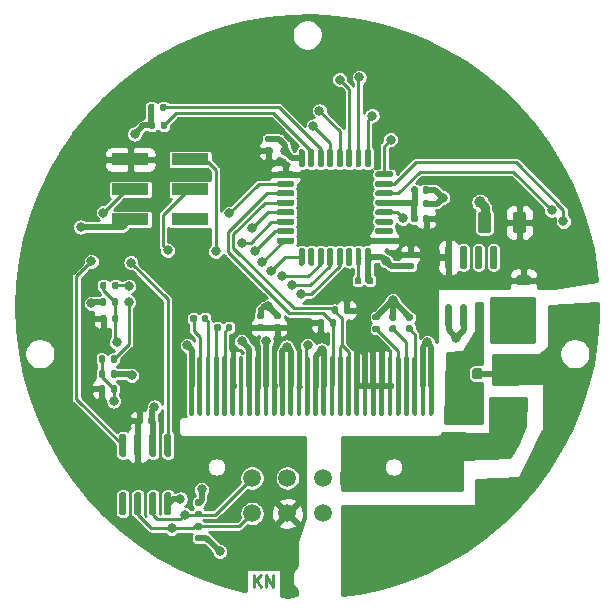
<source format=gbr>
%TF.GenerationSoftware,KiCad,Pcbnew,(5.1.10)-1*%
%TF.CreationDate,2021-10-31T13:05:10-04:00*%
%TF.ProjectId,CAN_Gauge,43414e5f-4761-4756-9765-2e6b69636164,rev?*%
%TF.SameCoordinates,Original*%
%TF.FileFunction,Copper,L1,Top*%
%TF.FilePolarity,Positive*%
%FSLAX46Y46*%
G04 Gerber Fmt 4.6, Leading zero omitted, Abs format (unit mm)*
G04 Created by KiCad (PCBNEW (5.1.10)-1) date 2021-10-31 13:05:10*
%MOMM*%
%LPD*%
G01*
G04 APERTURE LIST*
%TA.AperFunction,NonConductor*%
%ADD10C,0.250000*%
%TD*%
%TA.AperFunction,SMDPad,CuDef*%
%ADD11R,1.200000X0.900000*%
%TD*%
%TA.AperFunction,ComponentPad*%
%ADD12C,1.500000*%
%TD*%
%TA.AperFunction,SMDPad,CuDef*%
%ADD13R,3.150000X1.000000*%
%TD*%
%TA.AperFunction,SMDPad,CuDef*%
%ADD14R,2.300000X2.500000*%
%TD*%
%TA.AperFunction,SMDPad,CuDef*%
%ADD15R,2.500000X1.800000*%
%TD*%
%TA.AperFunction,ViaPad*%
%ADD16C,0.800000*%
%TD*%
%TA.AperFunction,ViaPad*%
%ADD17C,1.000000*%
%TD*%
%TA.AperFunction,Conductor*%
%ADD18C,0.500000*%
%TD*%
%TA.AperFunction,Conductor*%
%ADD19C,0.750000*%
%TD*%
%TA.AperFunction,Conductor*%
%ADD20C,0.254000*%
%TD*%
%TA.AperFunction,Conductor*%
%ADD21C,0.250000*%
%TD*%
%TA.AperFunction,Conductor*%
%ADD22C,0.100000*%
%TD*%
G04 APERTURE END LIST*
D10*
X128809885Y-118361580D02*
X128809885Y-117361580D01*
X129381314Y-118361580D02*
X128952742Y-117790152D01*
X129381314Y-117361580D02*
X128809885Y-117933009D01*
X129809885Y-118361580D02*
X129809885Y-117361580D01*
X130381314Y-118361580D01*
X130381314Y-117361580D01*
%TO.P,L1,2*%
%TO.N,+3V3*%
%TA.AperFunction,SMDPad,CuDef*%
G36*
G01*
X151998650Y-92798600D02*
X151236150Y-92798600D01*
G75*
G02*
X151017400Y-92579850I0J218750D01*
G01*
X151017400Y-92142350D01*
G75*
G02*
X151236150Y-91923600I218750J0D01*
G01*
X151998650Y-91923600D01*
G75*
G02*
X152217400Y-92142350I0J-218750D01*
G01*
X152217400Y-92579850D01*
G75*
G02*
X151998650Y-92798600I-218750J0D01*
G01*
G37*
%TD.AperFunction*%
%TO.P,L1,1*%
%TO.N,Net-(D12-Pad1)*%
%TA.AperFunction,SMDPad,CuDef*%
G36*
G01*
X151998650Y-94923600D02*
X151236150Y-94923600D01*
G75*
G02*
X151017400Y-94704850I0J218750D01*
G01*
X151017400Y-94267350D01*
G75*
G02*
X151236150Y-94048600I218750J0D01*
G01*
X151998650Y-94048600D01*
G75*
G02*
X152217400Y-94267350I0J-218750D01*
G01*
X152217400Y-94704850D01*
G75*
G02*
X151998650Y-94923600I-218750J0D01*
G01*
G37*
%TD.AperFunction*%
%TD*%
%TO.P,C11,2*%
%TO.N,GND*%
%TA.AperFunction,SMDPad,CuDef*%
G36*
G01*
X148888600Y-86829999D02*
X148888600Y-88130001D01*
G75*
G02*
X148638601Y-88380000I-249999J0D01*
G01*
X147988599Y-88380000D01*
G75*
G02*
X147738600Y-88130001I0J249999D01*
G01*
X147738600Y-86829999D01*
G75*
G02*
X147988599Y-86580000I249999J0D01*
G01*
X148638601Y-86580000D01*
G75*
G02*
X148888600Y-86829999I0J-249999D01*
G01*
G37*
%TD.AperFunction*%
%TO.P,C11,1*%
%TO.N,+3V3*%
%TA.AperFunction,SMDPad,CuDef*%
G36*
G01*
X151838600Y-86829999D02*
X151838600Y-88130001D01*
G75*
G02*
X151588601Y-88380000I-249999J0D01*
G01*
X150938599Y-88380000D01*
G75*
G02*
X150688600Y-88130001I0J249999D01*
G01*
X150688600Y-86829999D01*
G75*
G02*
X150938599Y-86580000I249999J0D01*
G01*
X151588601Y-86580000D01*
G75*
G02*
X151838600Y-86829999I0J-249999D01*
G01*
G37*
%TD.AperFunction*%
%TD*%
D11*
%TO.P,D12,2*%
%TO.N,GND*%
X151439600Y-100458400D03*
%TO.P,D12,1*%
%TO.N,Net-(D12-Pad1)*%
X151439600Y-97158400D03*
%TD*%
%TO.P,U3,8*%
%TO.N,Net-(D12-Pad1)*%
%TA.AperFunction,SMDPad,CuDef*%
G36*
G01*
X148927400Y-94415600D02*
X149227400Y-94415600D01*
G75*
G02*
X149377400Y-94565600I0J-150000D01*
G01*
X149377400Y-96215600D01*
G75*
G02*
X149227400Y-96365600I-150000J0D01*
G01*
X148927400Y-96365600D01*
G75*
G02*
X148777400Y-96215600I0J150000D01*
G01*
X148777400Y-94565600D01*
G75*
G02*
X148927400Y-94415600I150000J0D01*
G01*
G37*
%TD.AperFunction*%
%TO.P,U3,7*%
%TO.N,+12V*%
%TA.AperFunction,SMDPad,CuDef*%
G36*
G01*
X147657400Y-94415600D02*
X147957400Y-94415600D01*
G75*
G02*
X148107400Y-94565600I0J-150000D01*
G01*
X148107400Y-96215600D01*
G75*
G02*
X147957400Y-96365600I-150000J0D01*
G01*
X147657400Y-96365600D01*
G75*
G02*
X147507400Y-96215600I0J150000D01*
G01*
X147507400Y-94565600D01*
G75*
G02*
X147657400Y-94415600I150000J0D01*
G01*
G37*
%TD.AperFunction*%
%TO.P,U3,6*%
%TO.N,GND*%
%TA.AperFunction,SMDPad,CuDef*%
G36*
G01*
X146387400Y-94415600D02*
X146687400Y-94415600D01*
G75*
G02*
X146837400Y-94565600I0J-150000D01*
G01*
X146837400Y-96215600D01*
G75*
G02*
X146687400Y-96365600I-150000J0D01*
G01*
X146387400Y-96365600D01*
G75*
G02*
X146237400Y-96215600I0J150000D01*
G01*
X146237400Y-94565600D01*
G75*
G02*
X146387400Y-94415600I150000J0D01*
G01*
G37*
%TD.AperFunction*%
%TO.P,U3,5*%
%TA.AperFunction,SMDPad,CuDef*%
G36*
G01*
X145117400Y-94415600D02*
X145417400Y-94415600D01*
G75*
G02*
X145567400Y-94565600I0J-150000D01*
G01*
X145567400Y-96215600D01*
G75*
G02*
X145417400Y-96365600I-150000J0D01*
G01*
X145117400Y-96365600D01*
G75*
G02*
X144967400Y-96215600I0J150000D01*
G01*
X144967400Y-94565600D01*
G75*
G02*
X145117400Y-94415600I150000J0D01*
G01*
G37*
%TD.AperFunction*%
%TO.P,U3,4*%
%TO.N,+3V3*%
%TA.AperFunction,SMDPad,CuDef*%
G36*
G01*
X145117400Y-89465600D02*
X145417400Y-89465600D01*
G75*
G02*
X145567400Y-89615600I0J-150000D01*
G01*
X145567400Y-91265600D01*
G75*
G02*
X145417400Y-91415600I-150000J0D01*
G01*
X145117400Y-91415600D01*
G75*
G02*
X144967400Y-91265600I0J150000D01*
G01*
X144967400Y-89615600D01*
G75*
G02*
X145117400Y-89465600I150000J0D01*
G01*
G37*
%TD.AperFunction*%
%TO.P,U3,3*%
%TO.N,N/C*%
%TA.AperFunction,SMDPad,CuDef*%
G36*
G01*
X146387400Y-89465600D02*
X146687400Y-89465600D01*
G75*
G02*
X146837400Y-89615600I0J-150000D01*
G01*
X146837400Y-91265600D01*
G75*
G02*
X146687400Y-91415600I-150000J0D01*
G01*
X146387400Y-91415600D01*
G75*
G02*
X146237400Y-91265600I0J150000D01*
G01*
X146237400Y-89615600D01*
G75*
G02*
X146387400Y-89465600I150000J0D01*
G01*
G37*
%TD.AperFunction*%
%TO.P,U3,2*%
%TA.AperFunction,SMDPad,CuDef*%
G36*
G01*
X147657400Y-89465600D02*
X147957400Y-89465600D01*
G75*
G02*
X148107400Y-89615600I0J-150000D01*
G01*
X148107400Y-91265600D01*
G75*
G02*
X147957400Y-91415600I-150000J0D01*
G01*
X147657400Y-91415600D01*
G75*
G02*
X147507400Y-91265600I0J150000D01*
G01*
X147507400Y-89615600D01*
G75*
G02*
X147657400Y-89465600I150000J0D01*
G01*
G37*
%TD.AperFunction*%
%TO.P,U3,1*%
%TA.AperFunction,SMDPad,CuDef*%
G36*
G01*
X148927400Y-89465600D02*
X149227400Y-89465600D01*
G75*
G02*
X149377400Y-89615600I0J-150000D01*
G01*
X149377400Y-91265600D01*
G75*
G02*
X149227400Y-91415600I-150000J0D01*
G01*
X148927400Y-91415600D01*
G75*
G02*
X148777400Y-91265600I0J150000D01*
G01*
X148777400Y-89615600D01*
G75*
G02*
X148927400Y-89465600I150000J0D01*
G01*
G37*
%TD.AperFunction*%
%TD*%
%TO.P,C10,2*%
%TO.N,GND*%
%TA.AperFunction,SMDPad,CuDef*%
G36*
G01*
X147268400Y-100537850D02*
X147268400Y-100025350D01*
G75*
G02*
X147487150Y-99806600I218750J0D01*
G01*
X147924650Y-99806600D01*
G75*
G02*
X148143400Y-100025350I0J-218750D01*
G01*
X148143400Y-100537850D01*
G75*
G02*
X147924650Y-100756600I-218750J0D01*
G01*
X147487150Y-100756600D01*
G75*
G02*
X147268400Y-100537850I0J218750D01*
G01*
G37*
%TD.AperFunction*%
%TO.P,C10,1*%
%TO.N,+12V*%
%TA.AperFunction,SMDPad,CuDef*%
G36*
G01*
X145693400Y-100537850D02*
X145693400Y-100025350D01*
G75*
G02*
X145912150Y-99806600I218750J0D01*
G01*
X146349650Y-99806600D01*
G75*
G02*
X146568400Y-100025350I0J-218750D01*
G01*
X146568400Y-100537850D01*
G75*
G02*
X146349650Y-100756600I-218750J0D01*
G01*
X145912150Y-100756600D01*
G75*
G02*
X145693400Y-100537850I0J218750D01*
G01*
G37*
%TD.AperFunction*%
%TD*%
%TO.P,U4,1*%
%TO.N,GND*%
%TA.AperFunction,SMDPad,CuDef*%
G36*
G01*
X123304000Y-103723000D02*
X123304000Y-98923000D01*
G75*
G02*
X123404000Y-98823000I100000J0D01*
G01*
X123604000Y-98823000D01*
G75*
G02*
X123704000Y-98923000I0J-100000D01*
G01*
X123704000Y-103723000D01*
G75*
G02*
X123604000Y-103823000I-100000J0D01*
G01*
X123404000Y-103823000D01*
G75*
G02*
X123304000Y-103723000I0J100000D01*
G01*
G37*
%TD.AperFunction*%
%TO.P,U4,2*%
%TO.N,Net-(C18-Pad2)*%
%TA.AperFunction,SMDPad,CuDef*%
G36*
G01*
X124004000Y-103723000D02*
X124004000Y-98923000D01*
G75*
G02*
X124104000Y-98823000I100000J0D01*
G01*
X124304000Y-98823000D01*
G75*
G02*
X124404000Y-98923000I0J-100000D01*
G01*
X124404000Y-103723000D01*
G75*
G02*
X124304000Y-103823000I-100000J0D01*
G01*
X124104000Y-103823000D01*
G75*
G02*
X124004000Y-103723000I0J100000D01*
G01*
G37*
%TD.AperFunction*%
%TO.P,U4,3*%
%TO.N,Net-(C18-Pad1)*%
%TA.AperFunction,SMDPad,CuDef*%
G36*
G01*
X124704000Y-103723000D02*
X124704000Y-98923000D01*
G75*
G02*
X124804000Y-98823000I100000J0D01*
G01*
X125004000Y-98823000D01*
G75*
G02*
X125104000Y-98923000I0J-100000D01*
G01*
X125104000Y-103723000D01*
G75*
G02*
X125004000Y-103823000I-100000J0D01*
G01*
X124804000Y-103823000D01*
G75*
G02*
X124704000Y-103723000I0J100000D01*
G01*
G37*
%TD.AperFunction*%
%TO.P,U4,4*%
%TO.N,Net-(C16-Pad2)*%
%TA.AperFunction,SMDPad,CuDef*%
G36*
G01*
X125404000Y-103723000D02*
X125404000Y-98923000D01*
G75*
G02*
X125504000Y-98823000I100000J0D01*
G01*
X125704000Y-98823000D01*
G75*
G02*
X125804000Y-98923000I0J-100000D01*
G01*
X125804000Y-103723000D01*
G75*
G02*
X125704000Y-103823000I-100000J0D01*
G01*
X125504000Y-103823000D01*
G75*
G02*
X125404000Y-103723000I0J100000D01*
G01*
G37*
%TD.AperFunction*%
%TO.P,U4,5*%
%TO.N,Net-(C16-Pad1)*%
%TA.AperFunction,SMDPad,CuDef*%
G36*
G01*
X126104000Y-103723000D02*
X126104000Y-98923000D01*
G75*
G02*
X126204000Y-98823000I100000J0D01*
G01*
X126404000Y-98823000D01*
G75*
G02*
X126504000Y-98923000I0J-100000D01*
G01*
X126504000Y-103723000D01*
G75*
G02*
X126404000Y-103823000I-100000J0D01*
G01*
X126204000Y-103823000D01*
G75*
G02*
X126104000Y-103723000I0J100000D01*
G01*
G37*
%TD.AperFunction*%
%TO.P,U4,6*%
%TO.N,+3V3*%
%TA.AperFunction,SMDPad,CuDef*%
G36*
G01*
X126804000Y-103723000D02*
X126804000Y-98923000D01*
G75*
G02*
X126904000Y-98823000I100000J0D01*
G01*
X127104000Y-98823000D01*
G75*
G02*
X127204000Y-98923000I0J-100000D01*
G01*
X127204000Y-103723000D01*
G75*
G02*
X127104000Y-103823000I-100000J0D01*
G01*
X126904000Y-103823000D01*
G75*
G02*
X126804000Y-103723000I0J100000D01*
G01*
G37*
%TD.AperFunction*%
%TO.P,U4,7*%
%TO.N,Net-(U4-Pad7)*%
%TA.AperFunction,SMDPad,CuDef*%
G36*
G01*
X127504000Y-103723000D02*
X127504000Y-98923000D01*
G75*
G02*
X127604000Y-98823000I100000J0D01*
G01*
X127804000Y-98823000D01*
G75*
G02*
X127904000Y-98923000I0J-100000D01*
G01*
X127904000Y-103723000D01*
G75*
G02*
X127804000Y-103823000I-100000J0D01*
G01*
X127604000Y-103823000D01*
G75*
G02*
X127504000Y-103723000I0J100000D01*
G01*
G37*
%TD.AperFunction*%
%TO.P,U4,8*%
%TO.N,GND*%
%TA.AperFunction,SMDPad,CuDef*%
G36*
G01*
X128204000Y-103723000D02*
X128204000Y-98923000D01*
G75*
G02*
X128304000Y-98823000I100000J0D01*
G01*
X128504000Y-98823000D01*
G75*
G02*
X128604000Y-98923000I0J-100000D01*
G01*
X128604000Y-103723000D01*
G75*
G02*
X128504000Y-103823000I-100000J0D01*
G01*
X128304000Y-103823000D01*
G75*
G02*
X128204000Y-103723000I0J100000D01*
G01*
G37*
%TD.AperFunction*%
%TO.P,U4,9*%
%TO.N,+3V3*%
%TA.AperFunction,SMDPad,CuDef*%
G36*
G01*
X128904000Y-103723000D02*
X128904000Y-98923000D01*
G75*
G02*
X129004000Y-98823000I100000J0D01*
G01*
X129204000Y-98823000D01*
G75*
G02*
X129304000Y-98923000I0J-100000D01*
G01*
X129304000Y-103723000D01*
G75*
G02*
X129204000Y-103823000I-100000J0D01*
G01*
X129004000Y-103823000D01*
G75*
G02*
X128904000Y-103723000I0J100000D01*
G01*
G37*
%TD.AperFunction*%
%TO.P,U4,10*%
%TO.N,GND*%
%TA.AperFunction,SMDPad,CuDef*%
G36*
G01*
X129604000Y-103723000D02*
X129604000Y-98923000D01*
G75*
G02*
X129704000Y-98823000I100000J0D01*
G01*
X129904000Y-98823000D01*
G75*
G02*
X130004000Y-98923000I0J-100000D01*
G01*
X130004000Y-103723000D01*
G75*
G02*
X129904000Y-103823000I-100000J0D01*
G01*
X129704000Y-103823000D01*
G75*
G02*
X129604000Y-103723000I0J100000D01*
G01*
G37*
%TD.AperFunction*%
%TO.P,U4,11*%
%TO.N,+3V3*%
%TA.AperFunction,SMDPad,CuDef*%
G36*
G01*
X130304000Y-103723000D02*
X130304000Y-98923000D01*
G75*
G02*
X130404000Y-98823000I100000J0D01*
G01*
X130604000Y-98823000D01*
G75*
G02*
X130704000Y-98923000I0J-100000D01*
G01*
X130704000Y-103723000D01*
G75*
G02*
X130604000Y-103823000I-100000J0D01*
G01*
X130404000Y-103823000D01*
G75*
G02*
X130304000Y-103723000I0J100000D01*
G01*
G37*
%TD.AperFunction*%
%TO.P,U4,12*%
%TO.N,GND*%
%TA.AperFunction,SMDPad,CuDef*%
G36*
G01*
X131004000Y-103723000D02*
X131004000Y-98923000D01*
G75*
G02*
X131104000Y-98823000I100000J0D01*
G01*
X131304000Y-98823000D01*
G75*
G02*
X131404000Y-98923000I0J-100000D01*
G01*
X131404000Y-103723000D01*
G75*
G02*
X131304000Y-103823000I-100000J0D01*
G01*
X131104000Y-103823000D01*
G75*
G02*
X131004000Y-103723000I0J100000D01*
G01*
G37*
%TD.AperFunction*%
%TO.P,U4,13*%
%TA.AperFunction,SMDPad,CuDef*%
G36*
G01*
X131704000Y-103723000D02*
X131704000Y-98923000D01*
G75*
G02*
X131804000Y-98823000I100000J0D01*
G01*
X132004000Y-98823000D01*
G75*
G02*
X132104000Y-98923000I0J-100000D01*
G01*
X132104000Y-103723000D01*
G75*
G02*
X132004000Y-103823000I-100000J0D01*
G01*
X131804000Y-103823000D01*
G75*
G02*
X131704000Y-103723000I0J100000D01*
G01*
G37*
%TD.AperFunction*%
%TO.P,U4,14*%
%TO.N,+3V3*%
%TA.AperFunction,SMDPad,CuDef*%
G36*
G01*
X132404000Y-103723000D02*
X132404000Y-98923000D01*
G75*
G02*
X132504000Y-98823000I100000J0D01*
G01*
X132704000Y-98823000D01*
G75*
G02*
X132804000Y-98923000I0J-100000D01*
G01*
X132804000Y-103723000D01*
G75*
G02*
X132704000Y-103823000I-100000J0D01*
G01*
X132504000Y-103823000D01*
G75*
G02*
X132404000Y-103723000I0J100000D01*
G01*
G37*
%TD.AperFunction*%
%TO.P,U4,15*%
%TO.N,/OLED/SA0*%
%TA.AperFunction,SMDPad,CuDef*%
G36*
G01*
X133104000Y-103723000D02*
X133104000Y-98923000D01*
G75*
G02*
X133204000Y-98823000I100000J0D01*
G01*
X133404000Y-98823000D01*
G75*
G02*
X133504000Y-98923000I0J-100000D01*
G01*
X133504000Y-103723000D01*
G75*
G02*
X133404000Y-103823000I-100000J0D01*
G01*
X133204000Y-103823000D01*
G75*
G02*
X133104000Y-103723000I0J100000D01*
G01*
G37*
%TD.AperFunction*%
%TO.P,U4,16*%
%TO.N,GND*%
%TA.AperFunction,SMDPad,CuDef*%
G36*
G01*
X133804000Y-103723000D02*
X133804000Y-98923000D01*
G75*
G02*
X133904000Y-98823000I100000J0D01*
G01*
X134104000Y-98823000D01*
G75*
G02*
X134204000Y-98923000I0J-100000D01*
G01*
X134204000Y-103723000D01*
G75*
G02*
X134104000Y-103823000I-100000J0D01*
G01*
X133904000Y-103823000D01*
G75*
G02*
X133804000Y-103723000I0J100000D01*
G01*
G37*
%TD.AperFunction*%
%TO.P,U4,17*%
%TA.AperFunction,SMDPad,CuDef*%
G36*
G01*
X134504000Y-103723000D02*
X134504000Y-98923000D01*
G75*
G02*
X134604000Y-98823000I100000J0D01*
G01*
X134804000Y-98823000D01*
G75*
G02*
X134904000Y-98923000I0J-100000D01*
G01*
X134904000Y-103723000D01*
G75*
G02*
X134804000Y-103823000I-100000J0D01*
G01*
X134604000Y-103823000D01*
G75*
G02*
X134504000Y-103723000I0J100000D01*
G01*
G37*
%TD.AperFunction*%
%TO.P,U4,18*%
%TO.N,I2C1_SCL*%
%TA.AperFunction,SMDPad,CuDef*%
G36*
G01*
X135204000Y-103723000D02*
X135204000Y-98923000D01*
G75*
G02*
X135304000Y-98823000I100000J0D01*
G01*
X135504000Y-98823000D01*
G75*
G02*
X135604000Y-98923000I0J-100000D01*
G01*
X135604000Y-103723000D01*
G75*
G02*
X135504000Y-103823000I-100000J0D01*
G01*
X135304000Y-103823000D01*
G75*
G02*
X135204000Y-103723000I0J100000D01*
G01*
G37*
%TD.AperFunction*%
%TO.P,U4,19*%
%TO.N,I2C1_SDA*%
%TA.AperFunction,SMDPad,CuDef*%
G36*
G01*
X135904000Y-103723000D02*
X135904000Y-98923000D01*
G75*
G02*
X136004000Y-98823000I100000J0D01*
G01*
X136204000Y-98823000D01*
G75*
G02*
X136304000Y-98923000I0J-100000D01*
G01*
X136304000Y-103723000D01*
G75*
G02*
X136204000Y-103823000I-100000J0D01*
G01*
X136004000Y-103823000D01*
G75*
G02*
X135904000Y-103723000I0J100000D01*
G01*
G37*
%TD.AperFunction*%
%TO.P,U4,20*%
%TA.AperFunction,SMDPad,CuDef*%
G36*
G01*
X136604000Y-103723000D02*
X136604000Y-98923000D01*
G75*
G02*
X136704000Y-98823000I100000J0D01*
G01*
X136904000Y-98823000D01*
G75*
G02*
X137004000Y-98923000I0J-100000D01*
G01*
X137004000Y-103723000D01*
G75*
G02*
X136904000Y-103823000I-100000J0D01*
G01*
X136704000Y-103823000D01*
G75*
G02*
X136604000Y-103723000I0J100000D01*
G01*
G37*
%TD.AperFunction*%
%TO.P,U4,21*%
%TO.N,+3V3*%
%TA.AperFunction,SMDPad,CuDef*%
G36*
G01*
X137304000Y-103723000D02*
X137304000Y-98923000D01*
G75*
G02*
X137404000Y-98823000I100000J0D01*
G01*
X137604000Y-98823000D01*
G75*
G02*
X137704000Y-98923000I0J-100000D01*
G01*
X137704000Y-103723000D01*
G75*
G02*
X137604000Y-103823000I-100000J0D01*
G01*
X137404000Y-103823000D01*
G75*
G02*
X137304000Y-103723000I0J100000D01*
G01*
G37*
%TD.AperFunction*%
%TO.P,U4,22*%
%TA.AperFunction,SMDPad,CuDef*%
G36*
G01*
X138004000Y-103723000D02*
X138004000Y-98923000D01*
G75*
G02*
X138104000Y-98823000I100000J0D01*
G01*
X138304000Y-98823000D01*
G75*
G02*
X138404000Y-98923000I0J-100000D01*
G01*
X138404000Y-103723000D01*
G75*
G02*
X138304000Y-103823000I-100000J0D01*
G01*
X138104000Y-103823000D01*
G75*
G02*
X138004000Y-103723000I0J100000D01*
G01*
G37*
%TD.AperFunction*%
%TO.P,U4,23*%
%TA.AperFunction,SMDPad,CuDef*%
G36*
G01*
X138704000Y-103723000D02*
X138704000Y-98923000D01*
G75*
G02*
X138804000Y-98823000I100000J0D01*
G01*
X139004000Y-98823000D01*
G75*
G02*
X139104000Y-98923000I0J-100000D01*
G01*
X139104000Y-103723000D01*
G75*
G02*
X139004000Y-103823000I-100000J0D01*
G01*
X138804000Y-103823000D01*
G75*
G02*
X138704000Y-103723000I0J100000D01*
G01*
G37*
%TD.AperFunction*%
%TO.P,U4,24*%
%TA.AperFunction,SMDPad,CuDef*%
G36*
G01*
X139404000Y-103723000D02*
X139404000Y-98923000D01*
G75*
G02*
X139504000Y-98823000I100000J0D01*
G01*
X139704000Y-98823000D01*
G75*
G02*
X139804000Y-98923000I0J-100000D01*
G01*
X139804000Y-103723000D01*
G75*
G02*
X139704000Y-103823000I-100000J0D01*
G01*
X139504000Y-103823000D01*
G75*
G02*
X139404000Y-103723000I0J100000D01*
G01*
G37*
%TD.AperFunction*%
%TO.P,U4,25*%
%TA.AperFunction,SMDPad,CuDef*%
G36*
G01*
X140104000Y-103723000D02*
X140104000Y-98923000D01*
G75*
G02*
X140204000Y-98823000I100000J0D01*
G01*
X140404000Y-98823000D01*
G75*
G02*
X140504000Y-98923000I0J-100000D01*
G01*
X140504000Y-103723000D01*
G75*
G02*
X140404000Y-103823000I-100000J0D01*
G01*
X140204000Y-103823000D01*
G75*
G02*
X140104000Y-103723000I0J100000D01*
G01*
G37*
%TD.AperFunction*%
%TO.P,U4,26*%
%TO.N,Net-(R26-Pad2)*%
%TA.AperFunction,SMDPad,CuDef*%
G36*
G01*
X140804000Y-103723000D02*
X140804000Y-98923000D01*
G75*
G02*
X140904000Y-98823000I100000J0D01*
G01*
X141104000Y-98823000D01*
G75*
G02*
X141204000Y-98923000I0J-100000D01*
G01*
X141204000Y-103723000D01*
G75*
G02*
X141104000Y-103823000I-100000J0D01*
G01*
X140904000Y-103823000D01*
G75*
G02*
X140804000Y-103723000I0J100000D01*
G01*
G37*
%TD.AperFunction*%
%TO.P,U4,27*%
%TO.N,Net-(C15-Pad2)*%
%TA.AperFunction,SMDPad,CuDef*%
G36*
G01*
X141504000Y-103723000D02*
X141504000Y-98923000D01*
G75*
G02*
X141604000Y-98823000I100000J0D01*
G01*
X141804000Y-98823000D01*
G75*
G02*
X141904000Y-98923000I0J-100000D01*
G01*
X141904000Y-103723000D01*
G75*
G02*
X141804000Y-103823000I-100000J0D01*
G01*
X141604000Y-103823000D01*
G75*
G02*
X141504000Y-103723000I0J100000D01*
G01*
G37*
%TD.AperFunction*%
%TO.P,U4,28*%
%TO.N,Net-(C17-Pad2)*%
%TA.AperFunction,SMDPad,CuDef*%
G36*
G01*
X142204000Y-103723000D02*
X142204000Y-98923000D01*
G75*
G02*
X142304000Y-98823000I100000J0D01*
G01*
X142504000Y-98823000D01*
G75*
G02*
X142604000Y-98923000I0J-100000D01*
G01*
X142604000Y-103723000D01*
G75*
G02*
X142504000Y-103823000I-100000J0D01*
G01*
X142304000Y-103823000D01*
G75*
G02*
X142204000Y-103723000I0J100000D01*
G01*
G37*
%TD.AperFunction*%
%TO.P,U4,29*%
%TO.N,GND*%
%TA.AperFunction,SMDPad,CuDef*%
G36*
G01*
X142904000Y-103723000D02*
X142904000Y-98923000D01*
G75*
G02*
X143004000Y-98823000I100000J0D01*
G01*
X143204000Y-98823000D01*
G75*
G02*
X143304000Y-98923000I0J-100000D01*
G01*
X143304000Y-103723000D01*
G75*
G02*
X143204000Y-103823000I-100000J0D01*
G01*
X143004000Y-103823000D01*
G75*
G02*
X142904000Y-103723000I0J100000D01*
G01*
G37*
%TD.AperFunction*%
%TO.P,U4,30*%
%TA.AperFunction,SMDPad,CuDef*%
G36*
G01*
X143604000Y-103723000D02*
X143604000Y-98923000D01*
G75*
G02*
X143704000Y-98823000I100000J0D01*
G01*
X143904000Y-98823000D01*
G75*
G02*
X144004000Y-98923000I0J-100000D01*
G01*
X144004000Y-103723000D01*
G75*
G02*
X143904000Y-103823000I-100000J0D01*
G01*
X143704000Y-103823000D01*
G75*
G02*
X143604000Y-103723000I0J100000D01*
G01*
G37*
%TD.AperFunction*%
%TD*%
%TO.P,U1,32*%
%TO.N,GND*%
%TA.AperFunction,SMDPad,CuDef*%
G36*
G01*
X138690800Y-89760000D02*
X138690800Y-91010000D01*
G75*
G02*
X138565800Y-91135000I-125000J0D01*
G01*
X138315800Y-91135000D01*
G75*
G02*
X138190800Y-91010000I0J125000D01*
G01*
X138190800Y-89760000D01*
G75*
G02*
X138315800Y-89635000I125000J0D01*
G01*
X138565800Y-89635000D01*
G75*
G02*
X138690800Y-89760000I0J-125000D01*
G01*
G37*
%TD.AperFunction*%
%TO.P,U1,31*%
%TO.N,BOOT0*%
%TA.AperFunction,SMDPad,CuDef*%
G36*
G01*
X137890800Y-89760000D02*
X137890800Y-91010000D01*
G75*
G02*
X137765800Y-91135000I-125000J0D01*
G01*
X137515800Y-91135000D01*
G75*
G02*
X137390800Y-91010000I0J125000D01*
G01*
X137390800Y-89760000D01*
G75*
G02*
X137515800Y-89635000I125000J0D01*
G01*
X137765800Y-89635000D01*
G75*
G02*
X137890800Y-89760000I0J-125000D01*
G01*
G37*
%TD.AperFunction*%
%TO.P,U1,30*%
%TO.N,Net-(U1-Pad30)*%
%TA.AperFunction,SMDPad,CuDef*%
G36*
G01*
X137090800Y-89760000D02*
X137090800Y-91010000D01*
G75*
G02*
X136965800Y-91135000I-125000J0D01*
G01*
X136715800Y-91135000D01*
G75*
G02*
X136590800Y-91010000I0J125000D01*
G01*
X136590800Y-89760000D01*
G75*
G02*
X136715800Y-89635000I125000J0D01*
G01*
X136965800Y-89635000D01*
G75*
G02*
X137090800Y-89760000I0J-125000D01*
G01*
G37*
%TD.AperFunction*%
%TO.P,U1,29*%
%TO.N,SPARE_2_IN*%
%TA.AperFunction,SMDPad,CuDef*%
G36*
G01*
X136290800Y-89760000D02*
X136290800Y-91010000D01*
G75*
G02*
X136165800Y-91135000I-125000J0D01*
G01*
X135915800Y-91135000D01*
G75*
G02*
X135790800Y-91010000I0J125000D01*
G01*
X135790800Y-89760000D01*
G75*
G02*
X135915800Y-89635000I125000J0D01*
G01*
X136165800Y-89635000D01*
G75*
G02*
X136290800Y-89760000I0J-125000D01*
G01*
G37*
%TD.AperFunction*%
%TO.P,U1,28*%
%TO.N,SPARE_1_IN*%
%TA.AperFunction,SMDPad,CuDef*%
G36*
G01*
X135490800Y-89760000D02*
X135490800Y-91010000D01*
G75*
G02*
X135365800Y-91135000I-125000J0D01*
G01*
X135115800Y-91135000D01*
G75*
G02*
X134990800Y-91010000I0J125000D01*
G01*
X134990800Y-89760000D01*
G75*
G02*
X135115800Y-89635000I125000J0D01*
G01*
X135365800Y-89635000D01*
G75*
G02*
X135490800Y-89760000I0J-125000D01*
G01*
G37*
%TD.AperFunction*%
%TO.P,U1,27*%
%TO.N,USER_INPUT*%
%TA.AperFunction,SMDPad,CuDef*%
G36*
G01*
X134690800Y-89760000D02*
X134690800Y-91010000D01*
G75*
G02*
X134565800Y-91135000I-125000J0D01*
G01*
X134315800Y-91135000D01*
G75*
G02*
X134190800Y-91010000I0J125000D01*
G01*
X134190800Y-89760000D01*
G75*
G02*
X134315800Y-89635000I125000J0D01*
G01*
X134565800Y-89635000D01*
G75*
G02*
X134690800Y-89760000I0J-125000D01*
G01*
G37*
%TD.AperFunction*%
%TO.P,U1,26*%
%TO.N,Net-(U1-Pad26)*%
%TA.AperFunction,SMDPad,CuDef*%
G36*
G01*
X133890800Y-89760000D02*
X133890800Y-91010000D01*
G75*
G02*
X133765800Y-91135000I-125000J0D01*
G01*
X133515800Y-91135000D01*
G75*
G02*
X133390800Y-91010000I0J125000D01*
G01*
X133390800Y-89760000D01*
G75*
G02*
X133515800Y-89635000I125000J0D01*
G01*
X133765800Y-89635000D01*
G75*
G02*
X133890800Y-89760000I0J-125000D01*
G01*
G37*
%TD.AperFunction*%
%TO.P,U1,25*%
%TO.N,LED10*%
%TA.AperFunction,SMDPad,CuDef*%
G36*
G01*
X133090800Y-89760000D02*
X133090800Y-91010000D01*
G75*
G02*
X132965800Y-91135000I-125000J0D01*
G01*
X132715800Y-91135000D01*
G75*
G02*
X132590800Y-91010000I0J125000D01*
G01*
X132590800Y-89760000D01*
G75*
G02*
X132715800Y-89635000I125000J0D01*
G01*
X132965800Y-89635000D01*
G75*
G02*
X133090800Y-89760000I0J-125000D01*
G01*
G37*
%TD.AperFunction*%
%TO.P,U1,24*%
%TO.N,SWCLK*%
%TA.AperFunction,SMDPad,CuDef*%
G36*
G01*
X132215800Y-88885000D02*
X132215800Y-89135000D01*
G75*
G02*
X132090800Y-89260000I-125000J0D01*
G01*
X130840800Y-89260000D01*
G75*
G02*
X130715800Y-89135000I0J125000D01*
G01*
X130715800Y-88885000D01*
G75*
G02*
X130840800Y-88760000I125000J0D01*
G01*
X132090800Y-88760000D01*
G75*
G02*
X132215800Y-88885000I0J-125000D01*
G01*
G37*
%TD.AperFunction*%
%TO.P,U1,23*%
%TO.N,SWDIO*%
%TA.AperFunction,SMDPad,CuDef*%
G36*
G01*
X132215800Y-88085000D02*
X132215800Y-88335000D01*
G75*
G02*
X132090800Y-88460000I-125000J0D01*
G01*
X130840800Y-88460000D01*
G75*
G02*
X130715800Y-88335000I0J125000D01*
G01*
X130715800Y-88085000D01*
G75*
G02*
X130840800Y-87960000I125000J0D01*
G01*
X132090800Y-87960000D01*
G75*
G02*
X132215800Y-88085000I0J-125000D01*
G01*
G37*
%TD.AperFunction*%
%TO.P,U1,22*%
%TO.N,CAN_TX*%
%TA.AperFunction,SMDPad,CuDef*%
G36*
G01*
X132215800Y-87285000D02*
X132215800Y-87535000D01*
G75*
G02*
X132090800Y-87660000I-125000J0D01*
G01*
X130840800Y-87660000D01*
G75*
G02*
X130715800Y-87535000I0J125000D01*
G01*
X130715800Y-87285000D01*
G75*
G02*
X130840800Y-87160000I125000J0D01*
G01*
X132090800Y-87160000D01*
G75*
G02*
X132215800Y-87285000I0J-125000D01*
G01*
G37*
%TD.AperFunction*%
%TO.P,U1,21*%
%TO.N,CAN_RX*%
%TA.AperFunction,SMDPad,CuDef*%
G36*
G01*
X132215800Y-86485000D02*
X132215800Y-86735000D01*
G75*
G02*
X132090800Y-86860000I-125000J0D01*
G01*
X130840800Y-86860000D01*
G75*
G02*
X130715800Y-86735000I0J125000D01*
G01*
X130715800Y-86485000D01*
G75*
G02*
X130840800Y-86360000I125000J0D01*
G01*
X132090800Y-86360000D01*
G75*
G02*
X132215800Y-86485000I0J-125000D01*
G01*
G37*
%TD.AperFunction*%
%TO.P,U1,20*%
%TO.N,I2C1_SDA*%
%TA.AperFunction,SMDPad,CuDef*%
G36*
G01*
X132215800Y-85685000D02*
X132215800Y-85935000D01*
G75*
G02*
X132090800Y-86060000I-125000J0D01*
G01*
X130840800Y-86060000D01*
G75*
G02*
X130715800Y-85935000I0J125000D01*
G01*
X130715800Y-85685000D01*
G75*
G02*
X130840800Y-85560000I125000J0D01*
G01*
X132090800Y-85560000D01*
G75*
G02*
X132215800Y-85685000I0J-125000D01*
G01*
G37*
%TD.AperFunction*%
%TO.P,U1,19*%
%TO.N,I2C1_SCL*%
%TA.AperFunction,SMDPad,CuDef*%
G36*
G01*
X132215800Y-84885000D02*
X132215800Y-85135000D01*
G75*
G02*
X132090800Y-85260000I-125000J0D01*
G01*
X130840800Y-85260000D01*
G75*
G02*
X130715800Y-85135000I0J125000D01*
G01*
X130715800Y-84885000D01*
G75*
G02*
X130840800Y-84760000I125000J0D01*
G01*
X132090800Y-84760000D01*
G75*
G02*
X132215800Y-84885000I0J-125000D01*
G01*
G37*
%TD.AperFunction*%
%TO.P,U1,18*%
%TO.N,LED9*%
%TA.AperFunction,SMDPad,CuDef*%
G36*
G01*
X132215800Y-84085000D02*
X132215800Y-84335000D01*
G75*
G02*
X132090800Y-84460000I-125000J0D01*
G01*
X130840800Y-84460000D01*
G75*
G02*
X130715800Y-84335000I0J125000D01*
G01*
X130715800Y-84085000D01*
G75*
G02*
X130840800Y-83960000I125000J0D01*
G01*
X132090800Y-83960000D01*
G75*
G02*
X132215800Y-84085000I0J-125000D01*
G01*
G37*
%TD.AperFunction*%
%TO.P,U1,17*%
%TO.N,+3V3*%
%TA.AperFunction,SMDPad,CuDef*%
G36*
G01*
X132215800Y-83285000D02*
X132215800Y-83535000D01*
G75*
G02*
X132090800Y-83660000I-125000J0D01*
G01*
X130840800Y-83660000D01*
G75*
G02*
X130715800Y-83535000I0J125000D01*
G01*
X130715800Y-83285000D01*
G75*
G02*
X130840800Y-83160000I125000J0D01*
G01*
X132090800Y-83160000D01*
G75*
G02*
X132215800Y-83285000I0J-125000D01*
G01*
G37*
%TD.AperFunction*%
%TO.P,U1,16*%
%TO.N,GND*%
%TA.AperFunction,SMDPad,CuDef*%
G36*
G01*
X133090800Y-81410000D02*
X133090800Y-82660000D01*
G75*
G02*
X132965800Y-82785000I-125000J0D01*
G01*
X132715800Y-82785000D01*
G75*
G02*
X132590800Y-82660000I0J125000D01*
G01*
X132590800Y-81410000D01*
G75*
G02*
X132715800Y-81285000I125000J0D01*
G01*
X132965800Y-81285000D01*
G75*
G02*
X133090800Y-81410000I0J-125000D01*
G01*
G37*
%TD.AperFunction*%
%TO.P,U1,15*%
%TO.N,/STM/CONFIG_2*%
%TA.AperFunction,SMDPad,CuDef*%
G36*
G01*
X133890800Y-81410000D02*
X133890800Y-82660000D01*
G75*
G02*
X133765800Y-82785000I-125000J0D01*
G01*
X133515800Y-82785000D01*
G75*
G02*
X133390800Y-82660000I0J125000D01*
G01*
X133390800Y-81410000D01*
G75*
G02*
X133515800Y-81285000I125000J0D01*
G01*
X133765800Y-81285000D01*
G75*
G02*
X133890800Y-81410000I0J-125000D01*
G01*
G37*
%TD.AperFunction*%
%TO.P,U1,14*%
%TO.N,/STM/CONFIG_1*%
%TA.AperFunction,SMDPad,CuDef*%
G36*
G01*
X134690800Y-81410000D02*
X134690800Y-82660000D01*
G75*
G02*
X134565800Y-82785000I-125000J0D01*
G01*
X134315800Y-82785000D01*
G75*
G02*
X134190800Y-82660000I0J125000D01*
G01*
X134190800Y-81410000D01*
G75*
G02*
X134315800Y-81285000I125000J0D01*
G01*
X134565800Y-81285000D01*
G75*
G02*
X134690800Y-81410000I0J-125000D01*
G01*
G37*
%TD.AperFunction*%
%TO.P,U1,13*%
%TO.N,LED8*%
%TA.AperFunction,SMDPad,CuDef*%
G36*
G01*
X135490800Y-81410000D02*
X135490800Y-82660000D01*
G75*
G02*
X135365800Y-82785000I-125000J0D01*
G01*
X135115800Y-82785000D01*
G75*
G02*
X134990800Y-82660000I0J125000D01*
G01*
X134990800Y-81410000D01*
G75*
G02*
X135115800Y-81285000I125000J0D01*
G01*
X135365800Y-81285000D01*
G75*
G02*
X135490800Y-81410000I0J-125000D01*
G01*
G37*
%TD.AperFunction*%
%TO.P,U1,12*%
%TO.N,LED7*%
%TA.AperFunction,SMDPad,CuDef*%
G36*
G01*
X136290800Y-81410000D02*
X136290800Y-82660000D01*
G75*
G02*
X136165800Y-82785000I-125000J0D01*
G01*
X135915800Y-82785000D01*
G75*
G02*
X135790800Y-82660000I0J125000D01*
G01*
X135790800Y-81410000D01*
G75*
G02*
X135915800Y-81285000I125000J0D01*
G01*
X136165800Y-81285000D01*
G75*
G02*
X136290800Y-81410000I0J-125000D01*
G01*
G37*
%TD.AperFunction*%
%TO.P,U1,11*%
%TO.N,LED6*%
%TA.AperFunction,SMDPad,CuDef*%
G36*
G01*
X137090800Y-81410000D02*
X137090800Y-82660000D01*
G75*
G02*
X136965800Y-82785000I-125000J0D01*
G01*
X136715800Y-82785000D01*
G75*
G02*
X136590800Y-82660000I0J125000D01*
G01*
X136590800Y-81410000D01*
G75*
G02*
X136715800Y-81285000I125000J0D01*
G01*
X136965800Y-81285000D01*
G75*
G02*
X137090800Y-81410000I0J-125000D01*
G01*
G37*
%TD.AperFunction*%
%TO.P,U1,10*%
%TO.N,LED5*%
%TA.AperFunction,SMDPad,CuDef*%
G36*
G01*
X137890800Y-81410000D02*
X137890800Y-82660000D01*
G75*
G02*
X137765800Y-82785000I-125000J0D01*
G01*
X137515800Y-82785000D01*
G75*
G02*
X137390800Y-82660000I0J125000D01*
G01*
X137390800Y-81410000D01*
G75*
G02*
X137515800Y-81285000I125000J0D01*
G01*
X137765800Y-81285000D01*
G75*
G02*
X137890800Y-81410000I0J-125000D01*
G01*
G37*
%TD.AperFunction*%
%TO.P,U1,9*%
%TO.N,LED4*%
%TA.AperFunction,SMDPad,CuDef*%
G36*
G01*
X138690800Y-81410000D02*
X138690800Y-82660000D01*
G75*
G02*
X138565800Y-82785000I-125000J0D01*
G01*
X138315800Y-82785000D01*
G75*
G02*
X138190800Y-82660000I0J125000D01*
G01*
X138190800Y-81410000D01*
G75*
G02*
X138315800Y-81285000I125000J0D01*
G01*
X138565800Y-81285000D01*
G75*
G02*
X138690800Y-81410000I0J-125000D01*
G01*
G37*
%TD.AperFunction*%
%TO.P,U1,8*%
%TO.N,LED3*%
%TA.AperFunction,SMDPad,CuDef*%
G36*
G01*
X140565800Y-83285000D02*
X140565800Y-83535000D01*
G75*
G02*
X140440800Y-83660000I-125000J0D01*
G01*
X139190800Y-83660000D01*
G75*
G02*
X139065800Y-83535000I0J125000D01*
G01*
X139065800Y-83285000D01*
G75*
G02*
X139190800Y-83160000I125000J0D01*
G01*
X140440800Y-83160000D01*
G75*
G02*
X140565800Y-83285000I0J-125000D01*
G01*
G37*
%TD.AperFunction*%
%TO.P,U1,7*%
%TO.N,LED2*%
%TA.AperFunction,SMDPad,CuDef*%
G36*
G01*
X140565800Y-84085000D02*
X140565800Y-84335000D01*
G75*
G02*
X140440800Y-84460000I-125000J0D01*
G01*
X139190800Y-84460000D01*
G75*
G02*
X139065800Y-84335000I0J125000D01*
G01*
X139065800Y-84085000D01*
G75*
G02*
X139190800Y-83960000I125000J0D01*
G01*
X140440800Y-83960000D01*
G75*
G02*
X140565800Y-84085000I0J-125000D01*
G01*
G37*
%TD.AperFunction*%
%TO.P,U1,6*%
%TO.N,LED1*%
%TA.AperFunction,SMDPad,CuDef*%
G36*
G01*
X140565800Y-84885000D02*
X140565800Y-85135000D01*
G75*
G02*
X140440800Y-85260000I-125000J0D01*
G01*
X139190800Y-85260000D01*
G75*
G02*
X139065800Y-85135000I0J125000D01*
G01*
X139065800Y-84885000D01*
G75*
G02*
X139190800Y-84760000I125000J0D01*
G01*
X140440800Y-84760000D01*
G75*
G02*
X140565800Y-84885000I0J-125000D01*
G01*
G37*
%TD.AperFunction*%
%TO.P,U1,5*%
%TO.N,VDDA*%
%TA.AperFunction,SMDPad,CuDef*%
G36*
G01*
X140565800Y-85685000D02*
X140565800Y-85935000D01*
G75*
G02*
X140440800Y-86060000I-125000J0D01*
G01*
X139190800Y-86060000D01*
G75*
G02*
X139065800Y-85935000I0J125000D01*
G01*
X139065800Y-85685000D01*
G75*
G02*
X139190800Y-85560000I125000J0D01*
G01*
X140440800Y-85560000D01*
G75*
G02*
X140565800Y-85685000I0J-125000D01*
G01*
G37*
%TD.AperFunction*%
%TO.P,U1,4*%
%TO.N,NRST*%
%TA.AperFunction,SMDPad,CuDef*%
G36*
G01*
X140565800Y-86485000D02*
X140565800Y-86735000D01*
G75*
G02*
X140440800Y-86860000I-125000J0D01*
G01*
X139190800Y-86860000D01*
G75*
G02*
X139065800Y-86735000I0J125000D01*
G01*
X139065800Y-86485000D01*
G75*
G02*
X139190800Y-86360000I125000J0D01*
G01*
X140440800Y-86360000D01*
G75*
G02*
X140565800Y-86485000I0J-125000D01*
G01*
G37*
%TD.AperFunction*%
%TO.P,U1,3*%
%TO.N,Net-(U1-Pad3)*%
%TA.AperFunction,SMDPad,CuDef*%
G36*
G01*
X140565800Y-87285000D02*
X140565800Y-87535000D01*
G75*
G02*
X140440800Y-87660000I-125000J0D01*
G01*
X139190800Y-87660000D01*
G75*
G02*
X139065800Y-87535000I0J125000D01*
G01*
X139065800Y-87285000D01*
G75*
G02*
X139190800Y-87160000I125000J0D01*
G01*
X140440800Y-87160000D01*
G75*
G02*
X140565800Y-87285000I0J-125000D01*
G01*
G37*
%TD.AperFunction*%
%TO.P,U1,2*%
%TO.N,Net-(U1-Pad2)*%
%TA.AperFunction,SMDPad,CuDef*%
G36*
G01*
X140565800Y-88085000D02*
X140565800Y-88335000D01*
G75*
G02*
X140440800Y-88460000I-125000J0D01*
G01*
X139190800Y-88460000D01*
G75*
G02*
X139065800Y-88335000I0J125000D01*
G01*
X139065800Y-88085000D01*
G75*
G02*
X139190800Y-87960000I125000J0D01*
G01*
X140440800Y-87960000D01*
G75*
G02*
X140565800Y-88085000I0J-125000D01*
G01*
G37*
%TD.AperFunction*%
%TO.P,U1,1*%
%TO.N,+3V3*%
%TA.AperFunction,SMDPad,CuDef*%
G36*
G01*
X140565800Y-88885000D02*
X140565800Y-89135000D01*
G75*
G02*
X140440800Y-89260000I-125000J0D01*
G01*
X139190800Y-89260000D01*
G75*
G02*
X139065800Y-89135000I0J125000D01*
G01*
X139065800Y-88885000D01*
G75*
G02*
X139190800Y-88760000I125000J0D01*
G01*
X140440800Y-88760000D01*
G75*
G02*
X140565800Y-88885000I0J-125000D01*
G01*
G37*
%TD.AperFunction*%
%TD*%
%TO.P,R22,2*%
%TO.N,GND*%
%TA.AperFunction,SMDPad,CuDef*%
G36*
G01*
X120414800Y-79065400D02*
X120414800Y-79435400D01*
G75*
G02*
X120279800Y-79570400I-135000J0D01*
G01*
X120009800Y-79570400D01*
G75*
G02*
X119874800Y-79435400I0J135000D01*
G01*
X119874800Y-79065400D01*
G75*
G02*
X120009800Y-78930400I135000J0D01*
G01*
X120279800Y-78930400D01*
G75*
G02*
X120414800Y-79065400I0J-135000D01*
G01*
G37*
%TD.AperFunction*%
%TO.P,R22,1*%
%TO.N,/STM/CONFIG_2*%
%TA.AperFunction,SMDPad,CuDef*%
G36*
G01*
X121434800Y-79065400D02*
X121434800Y-79435400D01*
G75*
G02*
X121299800Y-79570400I-135000J0D01*
G01*
X121029800Y-79570400D01*
G75*
G02*
X120894800Y-79435400I0J135000D01*
G01*
X120894800Y-79065400D01*
G75*
G02*
X121029800Y-78930400I135000J0D01*
G01*
X121299800Y-78930400D01*
G75*
G02*
X121434800Y-79065400I0J-135000D01*
G01*
G37*
%TD.AperFunction*%
%TD*%
%TO.P,R6,2*%
%TO.N,GND*%
%TA.AperFunction,SMDPad,CuDef*%
G36*
G01*
X120364000Y-77541400D02*
X120364000Y-77911400D01*
G75*
G02*
X120229000Y-78046400I-135000J0D01*
G01*
X119959000Y-78046400D01*
G75*
G02*
X119824000Y-77911400I0J135000D01*
G01*
X119824000Y-77541400D01*
G75*
G02*
X119959000Y-77406400I135000J0D01*
G01*
X120229000Y-77406400D01*
G75*
G02*
X120364000Y-77541400I0J-135000D01*
G01*
G37*
%TD.AperFunction*%
%TO.P,R6,1*%
%TO.N,/STM/CONFIG_1*%
%TA.AperFunction,SMDPad,CuDef*%
G36*
G01*
X121384000Y-77541400D02*
X121384000Y-77911400D01*
G75*
G02*
X121249000Y-78046400I-135000J0D01*
G01*
X120979000Y-78046400D01*
G75*
G02*
X120844000Y-77911400I0J135000D01*
G01*
X120844000Y-77541400D01*
G75*
G02*
X120979000Y-77406400I135000J0D01*
G01*
X121249000Y-77406400D01*
G75*
G02*
X121384000Y-77541400I0J-135000D01*
G01*
G37*
%TD.AperFunction*%
%TD*%
%TO.P,L2,2*%
%TO.N,VDDA*%
%TA.AperFunction,SMDPad,CuDef*%
G36*
G01*
X142687800Y-86977300D02*
X142687800Y-87322300D01*
G75*
G02*
X142540300Y-87469800I-147500J0D01*
G01*
X142245300Y-87469800D01*
G75*
G02*
X142097800Y-87322300I0J147500D01*
G01*
X142097800Y-86977300D01*
G75*
G02*
X142245300Y-86829800I147500J0D01*
G01*
X142540300Y-86829800D01*
G75*
G02*
X142687800Y-86977300I0J-147500D01*
G01*
G37*
%TD.AperFunction*%
%TO.P,L2,1*%
%TO.N,+3V3*%
%TA.AperFunction,SMDPad,CuDef*%
G36*
G01*
X143657800Y-86977300D02*
X143657800Y-87322300D01*
G75*
G02*
X143510300Y-87469800I-147500J0D01*
G01*
X143215300Y-87469800D01*
G75*
G02*
X143067800Y-87322300I0J147500D01*
G01*
X143067800Y-86977300D01*
G75*
G02*
X143215300Y-86829800I147500J0D01*
G01*
X143510300Y-86829800D01*
G75*
G02*
X143657800Y-86977300I0J-147500D01*
G01*
G37*
%TD.AperFunction*%
%TD*%
D12*
%TO.P,J2,8*%
%TO.N,CANH*%
X128622000Y-109118000D03*
%TO.P,J2,7*%
%TO.N,BTN_IN*%
X131622000Y-109118000D03*
%TO.P,J2,6*%
%TO.N,SPARE_1*%
X134622000Y-109118000D03*
%TO.P,J2,5*%
%TO.N,12V_IN*%
X137622000Y-109118000D03*
%TO.P,J2,4*%
%TO.N,CANL*%
X128622000Y-112118000D03*
%TO.P,J2,3*%
%TO.N,+3V3*%
X131622000Y-112118000D03*
%TO.P,J2,2*%
%TO.N,SPARE_2*%
X134622000Y-112118000D03*
%TO.P,J2,1*%
%TO.N,GND*%
%TA.AperFunction,ComponentPad*%
G36*
G01*
X138372000Y-111618000D02*
X138372000Y-112618000D01*
G75*
G02*
X138122000Y-112868000I-250000J0D01*
G01*
X137122000Y-112868000D01*
G75*
G02*
X136872000Y-112618000I0J250000D01*
G01*
X136872000Y-111618000D01*
G75*
G02*
X137122000Y-111368000I250000J0D01*
G01*
X138122000Y-111368000D01*
G75*
G02*
X138372000Y-111618000I0J-250000D01*
G01*
G37*
%TD.AperFunction*%
%TD*%
D13*
%TO.P,J1,6*%
%TO.N,Net-(J1-Pad6)*%
X123383000Y-87226000D03*
%TO.P,J1,5*%
%TO.N,GND*%
X118333000Y-87226000D03*
%TO.P,J1,4*%
%TO.N,SWCLK*%
X123383000Y-84686000D03*
%TO.P,J1,3*%
%TO.N,NRST*%
X118333000Y-84686000D03*
%TO.P,J1,2*%
%TO.N,SWDIO*%
X123383000Y-82146000D03*
%TO.P,J1,1*%
%TO.N,+3V3*%
X118333000Y-82146000D03*
%TD*%
D14*
%TO.P,D22,2*%
%TO.N,GND*%
X144734000Y-113125000D03*
%TO.P,D22,1*%
%TO.N,12V_IN*%
X144734000Y-108825000D03*
%TD*%
%TO.P,C9,2*%
%TO.N,GND*%
%TA.AperFunction,SMDPad,CuDef*%
G36*
G01*
X148097999Y-109408800D02*
X149498001Y-109408800D01*
G75*
G02*
X149748000Y-109658799I0J-249999D01*
G01*
X149748000Y-110208801D01*
G75*
G02*
X149498001Y-110458800I-249999J0D01*
G01*
X148097999Y-110458800D01*
G75*
G02*
X147848000Y-110208801I0J249999D01*
G01*
X147848000Y-109658799D01*
G75*
G02*
X148097999Y-109408800I249999J0D01*
G01*
G37*
%TD.AperFunction*%
%TO.P,C9,1*%
%TO.N,12V_IN*%
%TA.AperFunction,SMDPad,CuDef*%
G36*
G01*
X148097999Y-106258800D02*
X149498001Y-106258800D01*
G75*
G02*
X149748000Y-106508799I0J-249999D01*
G01*
X149748000Y-107058801D01*
G75*
G02*
X149498001Y-107308800I-249999J0D01*
G01*
X148097999Y-107308800D01*
G75*
G02*
X147848000Y-107058801I0J249999D01*
G01*
X147848000Y-106508799D01*
G75*
G02*
X148097999Y-106258800I249999J0D01*
G01*
G37*
%TD.AperFunction*%
%TD*%
%TO.P,R26,2*%
%TO.N,Net-(R26-Pad2)*%
%TA.AperFunction,SMDPad,CuDef*%
G36*
G01*
X138961000Y-96229000D02*
X139331000Y-96229000D01*
G75*
G02*
X139466000Y-96364000I0J-135000D01*
G01*
X139466000Y-96634000D01*
G75*
G02*
X139331000Y-96769000I-135000J0D01*
G01*
X138961000Y-96769000D01*
G75*
G02*
X138826000Y-96634000I0J135000D01*
G01*
X138826000Y-96364000D01*
G75*
G02*
X138961000Y-96229000I135000J0D01*
G01*
G37*
%TD.AperFunction*%
%TO.P,R26,1*%
%TO.N,GND*%
%TA.AperFunction,SMDPad,CuDef*%
G36*
G01*
X138961000Y-95209000D02*
X139331000Y-95209000D01*
G75*
G02*
X139466000Y-95344000I0J-135000D01*
G01*
X139466000Y-95614000D01*
G75*
G02*
X139331000Y-95749000I-135000J0D01*
G01*
X138961000Y-95749000D01*
G75*
G02*
X138826000Y-95614000I0J135000D01*
G01*
X138826000Y-95344000D01*
G75*
G02*
X138961000Y-95209000I135000J0D01*
G01*
G37*
%TD.AperFunction*%
%TD*%
%TO.P,R25,2*%
%TO.N,+3V3*%
%TA.AperFunction,SMDPad,CuDef*%
G36*
G01*
X136388800Y-95081800D02*
X136388800Y-94711800D01*
G75*
G02*
X136523800Y-94576800I135000J0D01*
G01*
X136793800Y-94576800D01*
G75*
G02*
X136928800Y-94711800I0J-135000D01*
G01*
X136928800Y-95081800D01*
G75*
G02*
X136793800Y-95216800I-135000J0D01*
G01*
X136523800Y-95216800D01*
G75*
G02*
X136388800Y-95081800I0J135000D01*
G01*
G37*
%TD.AperFunction*%
%TO.P,R25,1*%
%TO.N,I2C1_SDA*%
%TA.AperFunction,SMDPad,CuDef*%
G36*
G01*
X135368800Y-95081800D02*
X135368800Y-94711800D01*
G75*
G02*
X135503800Y-94576800I135000J0D01*
G01*
X135773800Y-94576800D01*
G75*
G02*
X135908800Y-94711800I0J-135000D01*
G01*
X135908800Y-95081800D01*
G75*
G02*
X135773800Y-95216800I-135000J0D01*
G01*
X135503800Y-95216800D01*
G75*
G02*
X135368800Y-95081800I0J135000D01*
G01*
G37*
%TD.AperFunction*%
%TD*%
%TO.P,R24,2*%
%TO.N,+3V3*%
%TA.AperFunction,SMDPad,CuDef*%
G36*
G01*
X134715000Y-95804000D02*
X134715000Y-96174000D01*
G75*
G02*
X134580000Y-96309000I-135000J0D01*
G01*
X134310000Y-96309000D01*
G75*
G02*
X134175000Y-96174000I0J135000D01*
G01*
X134175000Y-95804000D01*
G75*
G02*
X134310000Y-95669000I135000J0D01*
G01*
X134580000Y-95669000D01*
G75*
G02*
X134715000Y-95804000I0J-135000D01*
G01*
G37*
%TD.AperFunction*%
%TO.P,R24,1*%
%TO.N,I2C1_SCL*%
%TA.AperFunction,SMDPad,CuDef*%
G36*
G01*
X135735000Y-95804000D02*
X135735000Y-96174000D01*
G75*
G02*
X135600000Y-96309000I-135000J0D01*
G01*
X135330000Y-96309000D01*
G75*
G02*
X135195000Y-96174000I0J135000D01*
G01*
X135195000Y-95804000D01*
G75*
G02*
X135330000Y-95669000I135000J0D01*
G01*
X135600000Y-95669000D01*
G75*
G02*
X135735000Y-95804000I0J-135000D01*
G01*
G37*
%TD.AperFunction*%
%TD*%
%TO.P,C18,2*%
%TO.N,Net-(C18-Pad2)*%
%TA.AperFunction,SMDPad,CuDef*%
G36*
G01*
X123960000Y-95438000D02*
X123960000Y-95778000D01*
G75*
G02*
X123820000Y-95918000I-140000J0D01*
G01*
X123540000Y-95918000D01*
G75*
G02*
X123400000Y-95778000I0J140000D01*
G01*
X123400000Y-95438000D01*
G75*
G02*
X123540000Y-95298000I140000J0D01*
G01*
X123820000Y-95298000D01*
G75*
G02*
X123960000Y-95438000I0J-140000D01*
G01*
G37*
%TD.AperFunction*%
%TO.P,C18,1*%
%TO.N,Net-(C18-Pad1)*%
%TA.AperFunction,SMDPad,CuDef*%
G36*
G01*
X124920000Y-95438000D02*
X124920000Y-95778000D01*
G75*
G02*
X124780000Y-95918000I-140000J0D01*
G01*
X124500000Y-95918000D01*
G75*
G02*
X124360000Y-95778000I0J140000D01*
G01*
X124360000Y-95438000D01*
G75*
G02*
X124500000Y-95298000I140000J0D01*
G01*
X124780000Y-95298000D01*
G75*
G02*
X124920000Y-95438000I0J-140000D01*
G01*
G37*
%TD.AperFunction*%
%TD*%
%TO.P,C17,2*%
%TO.N,Net-(C17-Pad2)*%
%TA.AperFunction,SMDPad,CuDef*%
G36*
G01*
X141770000Y-96189000D02*
X142110000Y-96189000D01*
G75*
G02*
X142250000Y-96329000I0J-140000D01*
G01*
X142250000Y-96609000D01*
G75*
G02*
X142110000Y-96749000I-140000J0D01*
G01*
X141770000Y-96749000D01*
G75*
G02*
X141630000Y-96609000I0J140000D01*
G01*
X141630000Y-96329000D01*
G75*
G02*
X141770000Y-96189000I140000J0D01*
G01*
G37*
%TD.AperFunction*%
%TO.P,C17,1*%
%TO.N,GND*%
%TA.AperFunction,SMDPad,CuDef*%
G36*
G01*
X141770000Y-95229000D02*
X142110000Y-95229000D01*
G75*
G02*
X142250000Y-95369000I0J-140000D01*
G01*
X142250000Y-95649000D01*
G75*
G02*
X142110000Y-95789000I-140000J0D01*
G01*
X141770000Y-95789000D01*
G75*
G02*
X141630000Y-95649000I0J140000D01*
G01*
X141630000Y-95369000D01*
G75*
G02*
X141770000Y-95229000I140000J0D01*
G01*
G37*
%TD.AperFunction*%
%TD*%
%TO.P,C16,2*%
%TO.N,Net-(C16-Pad2)*%
%TA.AperFunction,SMDPad,CuDef*%
G36*
G01*
X125992000Y-96200000D02*
X125992000Y-96540000D01*
G75*
G02*
X125852000Y-96680000I-140000J0D01*
G01*
X125572000Y-96680000D01*
G75*
G02*
X125432000Y-96540000I0J140000D01*
G01*
X125432000Y-96200000D01*
G75*
G02*
X125572000Y-96060000I140000J0D01*
G01*
X125852000Y-96060000D01*
G75*
G02*
X125992000Y-96200000I0J-140000D01*
G01*
G37*
%TD.AperFunction*%
%TO.P,C16,1*%
%TO.N,Net-(C16-Pad1)*%
%TA.AperFunction,SMDPad,CuDef*%
G36*
G01*
X126952000Y-96200000D02*
X126952000Y-96540000D01*
G75*
G02*
X126812000Y-96680000I-140000J0D01*
G01*
X126532000Y-96680000D01*
G75*
G02*
X126392000Y-96540000I0J140000D01*
G01*
X126392000Y-96200000D01*
G75*
G02*
X126532000Y-96060000I140000J0D01*
G01*
X126812000Y-96060000D01*
G75*
G02*
X126952000Y-96200000I0J-140000D01*
G01*
G37*
%TD.AperFunction*%
%TD*%
%TO.P,C15,2*%
%TO.N,Net-(C15-Pad2)*%
%TA.AperFunction,SMDPad,CuDef*%
G36*
G01*
X140373000Y-96189000D02*
X140713000Y-96189000D01*
G75*
G02*
X140853000Y-96329000I0J-140000D01*
G01*
X140853000Y-96609000D01*
G75*
G02*
X140713000Y-96749000I-140000J0D01*
G01*
X140373000Y-96749000D01*
G75*
G02*
X140233000Y-96609000I0J140000D01*
G01*
X140233000Y-96329000D01*
G75*
G02*
X140373000Y-96189000I140000J0D01*
G01*
G37*
%TD.AperFunction*%
%TO.P,C15,1*%
%TO.N,GND*%
%TA.AperFunction,SMDPad,CuDef*%
G36*
G01*
X140373000Y-95229000D02*
X140713000Y-95229000D01*
G75*
G02*
X140853000Y-95369000I0J-140000D01*
G01*
X140853000Y-95649000D01*
G75*
G02*
X140713000Y-95789000I-140000J0D01*
G01*
X140373000Y-95789000D01*
G75*
G02*
X140233000Y-95649000I0J140000D01*
G01*
X140233000Y-95369000D01*
G75*
G02*
X140373000Y-95229000I140000J0D01*
G01*
G37*
%TD.AperFunction*%
%TD*%
%TO.P,C14,2*%
%TO.N,+3V3*%
%TA.AperFunction,SMDPad,CuDef*%
G36*
G01*
X129197000Y-96062000D02*
X129537000Y-96062000D01*
G75*
G02*
X129677000Y-96202000I0J-140000D01*
G01*
X129677000Y-96482000D01*
G75*
G02*
X129537000Y-96622000I-140000J0D01*
G01*
X129197000Y-96622000D01*
G75*
G02*
X129057000Y-96482000I0J140000D01*
G01*
X129057000Y-96202000D01*
G75*
G02*
X129197000Y-96062000I140000J0D01*
G01*
G37*
%TD.AperFunction*%
%TO.P,C14,1*%
%TO.N,GND*%
%TA.AperFunction,SMDPad,CuDef*%
G36*
G01*
X129197000Y-95102000D02*
X129537000Y-95102000D01*
G75*
G02*
X129677000Y-95242000I0J-140000D01*
G01*
X129677000Y-95522000D01*
G75*
G02*
X129537000Y-95662000I-140000J0D01*
G01*
X129197000Y-95662000D01*
G75*
G02*
X129057000Y-95522000I0J140000D01*
G01*
X129057000Y-95242000D01*
G75*
G02*
X129197000Y-95102000I140000J0D01*
G01*
G37*
%TD.AperFunction*%
%TD*%
%TO.P,C13,2*%
%TO.N,+3V3*%
%TA.AperFunction,SMDPad,CuDef*%
G36*
G01*
X130594000Y-96062000D02*
X130934000Y-96062000D01*
G75*
G02*
X131074000Y-96202000I0J-140000D01*
G01*
X131074000Y-96482000D01*
G75*
G02*
X130934000Y-96622000I-140000J0D01*
G01*
X130594000Y-96622000D01*
G75*
G02*
X130454000Y-96482000I0J140000D01*
G01*
X130454000Y-96202000D01*
G75*
G02*
X130594000Y-96062000I140000J0D01*
G01*
G37*
%TD.AperFunction*%
%TO.P,C13,1*%
%TO.N,GND*%
%TA.AperFunction,SMDPad,CuDef*%
G36*
G01*
X130594000Y-95102000D02*
X130934000Y-95102000D01*
G75*
G02*
X131074000Y-95242000I0J-140000D01*
G01*
X131074000Y-95522000D01*
G75*
G02*
X130934000Y-95662000I-140000J0D01*
G01*
X130594000Y-95662000D01*
G75*
G02*
X130454000Y-95522000I0J140000D01*
G01*
X130454000Y-95242000D01*
G75*
G02*
X130594000Y-95102000I140000J0D01*
G01*
G37*
%TD.AperFunction*%
%TD*%
%TO.P,C8,2*%
%TO.N,GND*%
%TA.AperFunction,SMDPad,CuDef*%
G36*
G01*
X123926500Y-113905500D02*
X124266500Y-113905500D01*
G75*
G02*
X124406500Y-114045500I0J-140000D01*
G01*
X124406500Y-114325500D01*
G75*
G02*
X124266500Y-114465500I-140000J0D01*
G01*
X123926500Y-114465500D01*
G75*
G02*
X123786500Y-114325500I0J140000D01*
G01*
X123786500Y-114045500D01*
G75*
G02*
X123926500Y-113905500I140000J0D01*
G01*
G37*
%TD.AperFunction*%
%TO.P,C8,1*%
%TO.N,CANL*%
%TA.AperFunction,SMDPad,CuDef*%
G36*
G01*
X123926500Y-112945500D02*
X124266500Y-112945500D01*
G75*
G02*
X124406500Y-113085500I0J-140000D01*
G01*
X124406500Y-113365500D01*
G75*
G02*
X124266500Y-113505500I-140000J0D01*
G01*
X123926500Y-113505500D01*
G75*
G02*
X123786500Y-113365500I0J140000D01*
G01*
X123786500Y-113085500D01*
G75*
G02*
X123926500Y-112945500I140000J0D01*
G01*
G37*
%TD.AperFunction*%
%TD*%
%TO.P,C7,2*%
%TO.N,CANH*%
%TA.AperFunction,SMDPad,CuDef*%
G36*
G01*
X123926500Y-111873500D02*
X124266500Y-111873500D01*
G75*
G02*
X124406500Y-112013500I0J-140000D01*
G01*
X124406500Y-112293500D01*
G75*
G02*
X124266500Y-112433500I-140000J0D01*
G01*
X123926500Y-112433500D01*
G75*
G02*
X123786500Y-112293500I0J140000D01*
G01*
X123786500Y-112013500D01*
G75*
G02*
X123926500Y-111873500I140000J0D01*
G01*
G37*
%TD.AperFunction*%
%TO.P,C7,1*%
%TO.N,GND*%
%TA.AperFunction,SMDPad,CuDef*%
G36*
G01*
X123926500Y-110913500D02*
X124266500Y-110913500D01*
G75*
G02*
X124406500Y-111053500I0J-140000D01*
G01*
X124406500Y-111333500D01*
G75*
G02*
X124266500Y-111473500I-140000J0D01*
G01*
X123926500Y-111473500D01*
G75*
G02*
X123786500Y-111333500I0J140000D01*
G01*
X123786500Y-111053500D01*
G75*
G02*
X123926500Y-110913500I140000J0D01*
G01*
G37*
%TD.AperFunction*%
%TD*%
%TO.P,C5,2*%
%TO.N,GND*%
%TA.AperFunction,SMDPad,CuDef*%
G36*
G01*
X119788000Y-104414000D02*
X119788000Y-104074000D01*
G75*
G02*
X119928000Y-103934000I140000J0D01*
G01*
X120208000Y-103934000D01*
G75*
G02*
X120348000Y-104074000I0J-140000D01*
G01*
X120348000Y-104414000D01*
G75*
G02*
X120208000Y-104554000I-140000J0D01*
G01*
X119928000Y-104554000D01*
G75*
G02*
X119788000Y-104414000I0J140000D01*
G01*
G37*
%TD.AperFunction*%
%TO.P,C5,1*%
%TO.N,+3V3*%
%TA.AperFunction,SMDPad,CuDef*%
G36*
G01*
X118828000Y-104414000D02*
X118828000Y-104074000D01*
G75*
G02*
X118968000Y-103934000I140000J0D01*
G01*
X119248000Y-103934000D01*
G75*
G02*
X119388000Y-104074000I0J-140000D01*
G01*
X119388000Y-104414000D01*
G75*
G02*
X119248000Y-104554000I-140000J0D01*
G01*
X118968000Y-104554000D01*
G75*
G02*
X118828000Y-104414000I0J140000D01*
G01*
G37*
%TD.AperFunction*%
%TD*%
%TO.P,C4,2*%
%TO.N,GND*%
%TA.AperFunction,SMDPad,CuDef*%
G36*
G01*
X143079800Y-84906800D02*
X143079800Y-84566800D01*
G75*
G02*
X143219800Y-84426800I140000J0D01*
G01*
X143499800Y-84426800D01*
G75*
G02*
X143639800Y-84566800I0J-140000D01*
G01*
X143639800Y-84906800D01*
G75*
G02*
X143499800Y-85046800I-140000J0D01*
G01*
X143219800Y-85046800D01*
G75*
G02*
X143079800Y-84906800I0J140000D01*
G01*
G37*
%TD.AperFunction*%
%TO.P,C4,1*%
%TO.N,VDDA*%
%TA.AperFunction,SMDPad,CuDef*%
G36*
G01*
X142119800Y-84906800D02*
X142119800Y-84566800D01*
G75*
G02*
X142259800Y-84426800I140000J0D01*
G01*
X142539800Y-84426800D01*
G75*
G02*
X142679800Y-84566800I0J-140000D01*
G01*
X142679800Y-84906800D01*
G75*
G02*
X142539800Y-85046800I-140000J0D01*
G01*
X142259800Y-85046800D01*
G75*
G02*
X142119800Y-84906800I0J140000D01*
G01*
G37*
%TD.AperFunction*%
%TD*%
%TO.P,C3,2*%
%TO.N,GND*%
%TA.AperFunction,SMDPad,CuDef*%
G36*
G01*
X143079800Y-86049800D02*
X143079800Y-85709800D01*
G75*
G02*
X143219800Y-85569800I140000J0D01*
G01*
X143499800Y-85569800D01*
G75*
G02*
X143639800Y-85709800I0J-140000D01*
G01*
X143639800Y-86049800D01*
G75*
G02*
X143499800Y-86189800I-140000J0D01*
G01*
X143219800Y-86189800D01*
G75*
G02*
X143079800Y-86049800I0J140000D01*
G01*
G37*
%TD.AperFunction*%
%TO.P,C3,1*%
%TO.N,VDDA*%
%TA.AperFunction,SMDPad,CuDef*%
G36*
G01*
X142119800Y-86049800D02*
X142119800Y-85709800D01*
G75*
G02*
X142259800Y-85569800I140000J0D01*
G01*
X142539800Y-85569800D01*
G75*
G02*
X142679800Y-85709800I0J-140000D01*
G01*
X142679800Y-86049800D01*
G75*
G02*
X142539800Y-86189800I-140000J0D01*
G01*
X142259800Y-86189800D01*
G75*
G02*
X142119800Y-86049800I0J140000D01*
G01*
G37*
%TD.AperFunction*%
%TD*%
%TO.P,C2,2*%
%TO.N,GND*%
%TA.AperFunction,SMDPad,CuDef*%
G36*
G01*
X141871600Y-90880400D02*
X142211600Y-90880400D01*
G75*
G02*
X142351600Y-91020400I0J-140000D01*
G01*
X142351600Y-91300400D01*
G75*
G02*
X142211600Y-91440400I-140000J0D01*
G01*
X141871600Y-91440400D01*
G75*
G02*
X141731600Y-91300400I0J140000D01*
G01*
X141731600Y-91020400D01*
G75*
G02*
X141871600Y-90880400I140000J0D01*
G01*
G37*
%TD.AperFunction*%
%TO.P,C2,1*%
%TO.N,+3V3*%
%TA.AperFunction,SMDPad,CuDef*%
G36*
G01*
X141871600Y-89920400D02*
X142211600Y-89920400D01*
G75*
G02*
X142351600Y-90060400I0J-140000D01*
G01*
X142351600Y-90340400D01*
G75*
G02*
X142211600Y-90480400I-140000J0D01*
G01*
X141871600Y-90480400D01*
G75*
G02*
X141731600Y-90340400I0J140000D01*
G01*
X141731600Y-90060400D01*
G75*
G02*
X141871600Y-89920400I140000J0D01*
G01*
G37*
%TD.AperFunction*%
%TD*%
%TO.P,C1,2*%
%TO.N,GND*%
%TA.AperFunction,SMDPad,CuDef*%
G36*
G01*
X130222800Y-80698800D02*
X129882800Y-80698800D01*
G75*
G02*
X129742800Y-80558800I0J140000D01*
G01*
X129742800Y-80278800D01*
G75*
G02*
X129882800Y-80138800I140000J0D01*
G01*
X130222800Y-80138800D01*
G75*
G02*
X130362800Y-80278800I0J-140000D01*
G01*
X130362800Y-80558800D01*
G75*
G02*
X130222800Y-80698800I-140000J0D01*
G01*
G37*
%TD.AperFunction*%
%TO.P,C1,1*%
%TO.N,+3V3*%
%TA.AperFunction,SMDPad,CuDef*%
G36*
G01*
X130222800Y-81658800D02*
X129882800Y-81658800D01*
G75*
G02*
X129742800Y-81518800I0J140000D01*
G01*
X129742800Y-81238800D01*
G75*
G02*
X129882800Y-81098800I140000J0D01*
G01*
X130222800Y-81098800D01*
G75*
G02*
X130362800Y-81238800I0J-140000D01*
G01*
X130362800Y-81518800D01*
G75*
G02*
X130222800Y-81658800I-140000J0D01*
G01*
G37*
%TD.AperFunction*%
%TD*%
%TO.P,R15,2*%
%TO.N,+3V3*%
%TA.AperFunction,SMDPad,CuDef*%
G36*
G01*
X116173000Y-101392000D02*
X116173000Y-101762000D01*
G75*
G02*
X116038000Y-101897000I-135000J0D01*
G01*
X115768000Y-101897000D01*
G75*
G02*
X115633000Y-101762000I0J135000D01*
G01*
X115633000Y-101392000D01*
G75*
G02*
X115768000Y-101257000I135000J0D01*
G01*
X116038000Y-101257000D01*
G75*
G02*
X116173000Y-101392000I0J-135000D01*
G01*
G37*
%TD.AperFunction*%
%TO.P,R15,1*%
%TO.N,SPARE_2*%
%TA.AperFunction,SMDPad,CuDef*%
G36*
G01*
X117193000Y-101392000D02*
X117193000Y-101762000D01*
G75*
G02*
X117058000Y-101897000I-135000J0D01*
G01*
X116788000Y-101897000D01*
G75*
G02*
X116653000Y-101762000I0J135000D01*
G01*
X116653000Y-101392000D01*
G75*
G02*
X116788000Y-101257000I135000J0D01*
G01*
X117058000Y-101257000D01*
G75*
G02*
X117193000Y-101392000I0J-135000D01*
G01*
G37*
%TD.AperFunction*%
%TD*%
%TO.P,R14,2*%
%TO.N,SPARE_2*%
%TA.AperFunction,SMDPad,CuDef*%
G36*
G01*
X116173000Y-100122000D02*
X116173000Y-100492000D01*
G75*
G02*
X116038000Y-100627000I-135000J0D01*
G01*
X115768000Y-100627000D01*
G75*
G02*
X115633000Y-100492000I0J135000D01*
G01*
X115633000Y-100122000D01*
G75*
G02*
X115768000Y-99987000I135000J0D01*
G01*
X116038000Y-99987000D01*
G75*
G02*
X116173000Y-100122000I0J-135000D01*
G01*
G37*
%TD.AperFunction*%
%TO.P,R14,1*%
%TO.N,GND*%
%TA.AperFunction,SMDPad,CuDef*%
G36*
G01*
X117193000Y-100122000D02*
X117193000Y-100492000D01*
G75*
G02*
X117058000Y-100627000I-135000J0D01*
G01*
X116788000Y-100627000D01*
G75*
G02*
X116653000Y-100492000I0J135000D01*
G01*
X116653000Y-100122000D01*
G75*
G02*
X116788000Y-99987000I135000J0D01*
G01*
X117058000Y-99987000D01*
G75*
G02*
X117193000Y-100122000I0J-135000D01*
G01*
G37*
%TD.AperFunction*%
%TD*%
%TO.P,R13,2*%
%TO.N,+3V3*%
%TA.AperFunction,SMDPad,CuDef*%
G36*
G01*
X116300000Y-95423000D02*
X116300000Y-95793000D01*
G75*
G02*
X116165000Y-95928000I-135000J0D01*
G01*
X115895000Y-95928000D01*
G75*
G02*
X115760000Y-95793000I0J135000D01*
G01*
X115760000Y-95423000D01*
G75*
G02*
X115895000Y-95288000I135000J0D01*
G01*
X116165000Y-95288000D01*
G75*
G02*
X116300000Y-95423000I0J-135000D01*
G01*
G37*
%TD.AperFunction*%
%TO.P,R13,1*%
%TO.N,SPARE_1*%
%TA.AperFunction,SMDPad,CuDef*%
G36*
G01*
X117320000Y-95423000D02*
X117320000Y-95793000D01*
G75*
G02*
X117185000Y-95928000I-135000J0D01*
G01*
X116915000Y-95928000D01*
G75*
G02*
X116780000Y-95793000I0J135000D01*
G01*
X116780000Y-95423000D01*
G75*
G02*
X116915000Y-95288000I135000J0D01*
G01*
X117185000Y-95288000D01*
G75*
G02*
X117320000Y-95423000I0J-135000D01*
G01*
G37*
%TD.AperFunction*%
%TD*%
%TO.P,R12,2*%
%TO.N,SPARE_1*%
%TA.AperFunction,SMDPad,CuDef*%
G36*
G01*
X116780000Y-94396000D02*
X116780000Y-94026000D01*
G75*
G02*
X116915000Y-93891000I135000J0D01*
G01*
X117185000Y-93891000D01*
G75*
G02*
X117320000Y-94026000I0J-135000D01*
G01*
X117320000Y-94396000D01*
G75*
G02*
X117185000Y-94531000I-135000J0D01*
G01*
X116915000Y-94531000D01*
G75*
G02*
X116780000Y-94396000I0J135000D01*
G01*
G37*
%TD.AperFunction*%
%TO.P,R12,1*%
%TO.N,GND*%
%TA.AperFunction,SMDPad,CuDef*%
G36*
G01*
X115760000Y-94396000D02*
X115760000Y-94026000D01*
G75*
G02*
X115895000Y-93891000I135000J0D01*
G01*
X116165000Y-93891000D01*
G75*
G02*
X116300000Y-94026000I0J-135000D01*
G01*
X116300000Y-94396000D01*
G75*
G02*
X116165000Y-94531000I-135000J0D01*
G01*
X115895000Y-94531000D01*
G75*
G02*
X115760000Y-94396000I0J135000D01*
G01*
G37*
%TD.AperFunction*%
%TD*%
%TO.P,R11,2*%
%TO.N,SPARE_1*%
%TA.AperFunction,SMDPad,CuDef*%
G36*
G01*
X116300000Y-92629000D02*
X116300000Y-92999000D01*
G75*
G02*
X116165000Y-93134000I-135000J0D01*
G01*
X115895000Y-93134000D01*
G75*
G02*
X115760000Y-92999000I0J135000D01*
G01*
X115760000Y-92629000D01*
G75*
G02*
X115895000Y-92494000I135000J0D01*
G01*
X116165000Y-92494000D01*
G75*
G02*
X116300000Y-92629000I0J-135000D01*
G01*
G37*
%TD.AperFunction*%
%TO.P,R11,1*%
%TO.N,SPARE_1_IN*%
%TA.AperFunction,SMDPad,CuDef*%
G36*
G01*
X117320000Y-92629000D02*
X117320000Y-92999000D01*
G75*
G02*
X117185000Y-93134000I-135000J0D01*
G01*
X116915000Y-93134000D01*
G75*
G02*
X116780000Y-92999000I0J135000D01*
G01*
X116780000Y-92629000D01*
G75*
G02*
X116915000Y-92494000I135000J0D01*
G01*
X117185000Y-92494000D01*
G75*
G02*
X117320000Y-92629000I0J-135000D01*
G01*
G37*
%TD.AperFunction*%
%TD*%
%TO.P,R10,2*%
%TO.N,SPARE_2*%
%TA.AperFunction,SMDPad,CuDef*%
G36*
G01*
X116173000Y-98852000D02*
X116173000Y-99222000D01*
G75*
G02*
X116038000Y-99357000I-135000J0D01*
G01*
X115768000Y-99357000D01*
G75*
G02*
X115633000Y-99222000I0J135000D01*
G01*
X115633000Y-98852000D01*
G75*
G02*
X115768000Y-98717000I135000J0D01*
G01*
X116038000Y-98717000D01*
G75*
G02*
X116173000Y-98852000I0J-135000D01*
G01*
G37*
%TD.AperFunction*%
%TO.P,R10,1*%
%TO.N,SPARE_2_IN*%
%TA.AperFunction,SMDPad,CuDef*%
G36*
G01*
X117193000Y-98852000D02*
X117193000Y-99222000D01*
G75*
G02*
X117058000Y-99357000I-135000J0D01*
G01*
X116788000Y-99357000D01*
G75*
G02*
X116653000Y-99222000I0J135000D01*
G01*
X116653000Y-98852000D01*
G75*
G02*
X116788000Y-98717000I135000J0D01*
G01*
X117058000Y-98717000D01*
G75*
G02*
X117193000Y-98852000I0J-135000D01*
G01*
G37*
%TD.AperFunction*%
%TD*%
%TO.P,R1,2*%
%TO.N,GND*%
%TA.AperFunction,SMDPad,CuDef*%
G36*
G01*
X138344600Y-92592600D02*
X138344600Y-92222600D01*
G75*
G02*
X138479600Y-92087600I135000J0D01*
G01*
X138749600Y-92087600D01*
G75*
G02*
X138884600Y-92222600I0J-135000D01*
G01*
X138884600Y-92592600D01*
G75*
G02*
X138749600Y-92727600I-135000J0D01*
G01*
X138479600Y-92727600D01*
G75*
G02*
X138344600Y-92592600I0J135000D01*
G01*
G37*
%TD.AperFunction*%
%TO.P,R1,1*%
%TO.N,BOOT0*%
%TA.AperFunction,SMDPad,CuDef*%
G36*
G01*
X137324600Y-92592600D02*
X137324600Y-92222600D01*
G75*
G02*
X137459600Y-92087600I135000J0D01*
G01*
X137729600Y-92087600D01*
G75*
G02*
X137864600Y-92222600I0J-135000D01*
G01*
X137864600Y-92592600D01*
G75*
G02*
X137729600Y-92727600I-135000J0D01*
G01*
X137459600Y-92727600D01*
G75*
G02*
X137324600Y-92592600I0J135000D01*
G01*
G37*
%TD.AperFunction*%
%TD*%
D15*
%TO.P,D21,2*%
%TO.N,12V_IN*%
X150391600Y-103329600D03*
%TO.P,D21,1*%
%TO.N,+12V*%
X146391600Y-103329600D03*
%TD*%
%TO.P,U2,8*%
%TO.N,GND*%
%TA.AperFunction,SMDPad,CuDef*%
G36*
G01*
X121343000Y-110316000D02*
X121643000Y-110316000D01*
G75*
G02*
X121793000Y-110466000I0J-150000D01*
G01*
X121793000Y-112116000D01*
G75*
G02*
X121643000Y-112266000I-150000J0D01*
G01*
X121343000Y-112266000D01*
G75*
G02*
X121193000Y-112116000I0J150000D01*
G01*
X121193000Y-110466000D01*
G75*
G02*
X121343000Y-110316000I150000J0D01*
G01*
G37*
%TD.AperFunction*%
%TO.P,U2,7*%
%TO.N,CANH*%
%TA.AperFunction,SMDPad,CuDef*%
G36*
G01*
X120073000Y-110316000D02*
X120373000Y-110316000D01*
G75*
G02*
X120523000Y-110466000I0J-150000D01*
G01*
X120523000Y-112116000D01*
G75*
G02*
X120373000Y-112266000I-150000J0D01*
G01*
X120073000Y-112266000D01*
G75*
G02*
X119923000Y-112116000I0J150000D01*
G01*
X119923000Y-110466000D01*
G75*
G02*
X120073000Y-110316000I150000J0D01*
G01*
G37*
%TD.AperFunction*%
%TO.P,U2,6*%
%TO.N,CANL*%
%TA.AperFunction,SMDPad,CuDef*%
G36*
G01*
X118803000Y-110316000D02*
X119103000Y-110316000D01*
G75*
G02*
X119253000Y-110466000I0J-150000D01*
G01*
X119253000Y-112116000D01*
G75*
G02*
X119103000Y-112266000I-150000J0D01*
G01*
X118803000Y-112266000D01*
G75*
G02*
X118653000Y-112116000I0J150000D01*
G01*
X118653000Y-110466000D01*
G75*
G02*
X118803000Y-110316000I150000J0D01*
G01*
G37*
%TD.AperFunction*%
%TO.P,U2,5*%
%TO.N,Net-(U2-Pad5)*%
%TA.AperFunction,SMDPad,CuDef*%
G36*
G01*
X117533000Y-110316000D02*
X117833000Y-110316000D01*
G75*
G02*
X117983000Y-110466000I0J-150000D01*
G01*
X117983000Y-112116000D01*
G75*
G02*
X117833000Y-112266000I-150000J0D01*
G01*
X117533000Y-112266000D01*
G75*
G02*
X117383000Y-112116000I0J150000D01*
G01*
X117383000Y-110466000D01*
G75*
G02*
X117533000Y-110316000I150000J0D01*
G01*
G37*
%TD.AperFunction*%
%TO.P,U2,4*%
%TO.N,CAN_RX*%
%TA.AperFunction,SMDPad,CuDef*%
G36*
G01*
X117533000Y-105366000D02*
X117833000Y-105366000D01*
G75*
G02*
X117983000Y-105516000I0J-150000D01*
G01*
X117983000Y-107166000D01*
G75*
G02*
X117833000Y-107316000I-150000J0D01*
G01*
X117533000Y-107316000D01*
G75*
G02*
X117383000Y-107166000I0J150000D01*
G01*
X117383000Y-105516000D01*
G75*
G02*
X117533000Y-105366000I150000J0D01*
G01*
G37*
%TD.AperFunction*%
%TO.P,U2,3*%
%TO.N,+3V3*%
%TA.AperFunction,SMDPad,CuDef*%
G36*
G01*
X118803000Y-105366000D02*
X119103000Y-105366000D01*
G75*
G02*
X119253000Y-105516000I0J-150000D01*
G01*
X119253000Y-107166000D01*
G75*
G02*
X119103000Y-107316000I-150000J0D01*
G01*
X118803000Y-107316000D01*
G75*
G02*
X118653000Y-107166000I0J150000D01*
G01*
X118653000Y-105516000D01*
G75*
G02*
X118803000Y-105366000I150000J0D01*
G01*
G37*
%TD.AperFunction*%
%TO.P,U2,2*%
%TO.N,GND*%
%TA.AperFunction,SMDPad,CuDef*%
G36*
G01*
X120073000Y-105366000D02*
X120373000Y-105366000D01*
G75*
G02*
X120523000Y-105516000I0J-150000D01*
G01*
X120523000Y-107166000D01*
G75*
G02*
X120373000Y-107316000I-150000J0D01*
G01*
X120073000Y-107316000D01*
G75*
G02*
X119923000Y-107166000I0J150000D01*
G01*
X119923000Y-105516000D01*
G75*
G02*
X120073000Y-105366000I150000J0D01*
G01*
G37*
%TD.AperFunction*%
%TO.P,U2,1*%
%TO.N,CAN_TX*%
%TA.AperFunction,SMDPad,CuDef*%
G36*
G01*
X121343000Y-105366000D02*
X121643000Y-105366000D01*
G75*
G02*
X121793000Y-105516000I0J-150000D01*
G01*
X121793000Y-107166000D01*
G75*
G02*
X121643000Y-107316000I-150000J0D01*
G01*
X121343000Y-107316000D01*
G75*
G02*
X121193000Y-107166000I0J150000D01*
G01*
X121193000Y-105516000D01*
G75*
G02*
X121343000Y-105366000I150000J0D01*
G01*
G37*
%TD.AperFunction*%
%TD*%
D16*
%TO.N,GND*%
X154614600Y-95785800D03*
X131399000Y-81460200D03*
X140543000Y-94084000D03*
X129824200Y-97538400D03*
X123144000Y-97894000D03*
X143464000Y-97640000D03*
X120350000Y-103101000D03*
X130002000Y-94592000D03*
X118445000Y-100434000D03*
X115016000Y-94338000D03*
X144784800Y-85371800D03*
X114127000Y-87861000D03*
X134510503Y-98275003D03*
X124350500Y-110086000D03*
X122540740Y-110879740D03*
X125906250Y-115324750D03*
X131551400Y-98021000D03*
X145902400Y-97233600D03*
X139984200Y-90756600D03*
X118699000Y-79987000D03*
X138130000Y-116486800D03*
X142270200Y-115953400D03*
X148823400Y-112422800D03*
X153166800Y-107698400D03*
X149433000Y-100256200D03*
X153928800Y-101754800D03*
X127741400Y-97538400D03*
D17*
X147934400Y-85778200D03*
D16*
%TO.N,+3V3*%
X121492988Y-109578000D03*
%TO.N,/OLED/SA0*%
X133329400Y-97894000D03*
%TO.N,CANH*%
X122925499Y-112209501D03*
%TO.N,CANL*%
X121810500Y-113388000D03*
%TO.N,SWCLK*%
X129494000Y-90845500D03*
X121493000Y-89829500D03*
%TO.N,NRST*%
X116032000Y-86654500D03*
X141381200Y-87124400D03*
%TO.N,SWDIO*%
X128859613Y-89893789D03*
X125557000Y-89919510D03*
%TO.N,SPARE_1*%
X117175000Y-97640000D03*
%TO.N,SPARE_2*%
X116923000Y-102591000D03*
%TO.N,LED1*%
X153991190Y-86464000D03*
%TO.N,USER_INPUT*%
X131145000Y-92052000D03*
%TO.N,LED3*%
X140365200Y-80469600D03*
%TO.N,LED2*%
X154995600Y-87378400D03*
%TO.N,SPARE_2_IN*%
X118191000Y-94211000D03*
X132732494Y-93576000D03*
%TO.N,SPARE_1_IN*%
X131970500Y-92814000D03*
X118191000Y-92867011D03*
%TO.N,LED5*%
X137698200Y-75186402D03*
%TO.N,LED4*%
X138790400Y-78437600D03*
%TO.N,LED6*%
X136047200Y-75389600D03*
%TO.N,LED7*%
X134320000Y-78031200D03*
%TO.N,LED8*%
X133812000Y-79301200D03*
%TO.N,LED9*%
X126700000Y-86718000D03*
%TO.N,LED10*%
X130192500Y-91607500D03*
%TO.N,CAN_TX*%
X127779500Y-89194500D03*
X118367376Y-90869790D03*
%TO.N,CAN_RX*%
X115016000Y-90782000D03*
X128655403Y-87936811D03*
%TD*%
D18*
%TO.N,GND*%
X123504000Y-98254000D02*
X123144000Y-97894000D01*
X123504000Y-101323000D02*
X123504000Y-98254000D01*
X128404000Y-101323000D02*
X128404000Y-101143000D01*
X143104000Y-98000000D02*
X143464000Y-97640000D01*
X143104000Y-101323000D02*
X143104000Y-98000000D01*
X143804000Y-97980000D02*
X143464000Y-97640000D01*
X143804000Y-101323000D02*
X143804000Y-97980000D01*
X140543000Y-95509000D02*
X140543000Y-94084000D01*
X141940000Y-95481000D02*
X140543000Y-94084000D01*
X141940000Y-95509000D02*
X141940000Y-95481000D01*
X139148000Y-95479000D02*
X140543000Y-94084000D01*
X139146000Y-95479000D02*
X139148000Y-95479000D01*
X129367000Y-95382000D02*
X129367000Y-94846000D01*
X116923000Y-100307000D02*
X118318000Y-100307000D01*
X118318000Y-100307000D02*
X118445000Y-100434000D01*
X118445000Y-100434000D02*
X118445000Y-100434000D01*
X115143000Y-94211000D02*
X115016000Y-94338000D01*
X116030000Y-94211000D02*
X115143000Y-94211000D01*
X129648090Y-94592000D02*
X130002000Y-94592000D01*
X129367000Y-94873090D02*
X129648090Y-94592000D01*
X130764000Y-95354000D02*
X130002000Y-94592000D01*
X130764000Y-95382000D02*
X130764000Y-95354000D01*
X144149800Y-84736800D02*
X144784800Y-85371800D01*
X143359800Y-84736800D02*
X144149800Y-84736800D01*
X144276800Y-85879800D02*
X144784800Y-85371800D01*
X143359800Y-85879800D02*
X144276800Y-85879800D01*
X120223000Y-104399000D02*
X120223000Y-106031000D01*
X120068000Y-104244000D02*
X120223000Y-104399000D01*
X120159500Y-104216000D02*
X120159500Y-103355000D01*
X117698000Y-87861000D02*
X114127000Y-87861000D01*
X118333000Y-87226000D02*
X117698000Y-87861000D01*
X134002500Y-101388000D02*
X134002500Y-98783006D01*
X134002500Y-98783006D02*
X134510503Y-98275003D01*
X134701000Y-98465500D02*
X134510503Y-98275003D01*
X134701000Y-101323000D02*
X134701000Y-98465500D01*
X121493000Y-111291000D02*
X121904260Y-110879740D01*
X121904260Y-110879740D02*
X122540740Y-110879740D01*
X124350500Y-114185500D02*
X124767000Y-114185500D01*
X124767000Y-114185500D02*
X125906250Y-115324750D01*
X125906250Y-115324750D02*
X125938000Y-115356500D01*
X124350500Y-110939500D02*
X124350500Y-110086000D01*
X124096500Y-111193500D02*
X124350500Y-110939500D01*
X145267400Y-96598600D02*
X145902400Y-97233600D01*
X145267400Y-95390600D02*
X145267400Y-96598600D01*
X146537400Y-96598600D02*
X145902400Y-97233600D01*
X146537400Y-95390600D02*
X146537400Y-96598600D01*
X131973800Y-82035000D02*
X131399000Y-81460200D01*
X132840800Y-82035000D02*
X131973800Y-82035000D01*
X138440800Y-90385000D02*
X139612600Y-90385000D01*
X139612600Y-90385000D02*
X139984200Y-90756600D01*
X139984200Y-90756600D02*
X139984200Y-90756600D01*
X147705900Y-100281600D02*
X149255200Y-100281600D01*
X149255200Y-100281600D02*
X149458400Y-100484800D01*
X149484800Y-100458400D02*
X149458400Y-100484800D01*
X151439600Y-100458400D02*
X149510200Y-100458400D01*
X149510200Y-100458400D02*
X149484800Y-100458400D01*
X120094000Y-79199600D02*
X120144800Y-79250400D01*
X120094000Y-77726400D02*
X120094000Y-79199600D01*
X120144800Y-79250400D02*
X119435600Y-79250400D01*
X119435600Y-79250400D02*
X118699000Y-79987000D01*
X118699000Y-79987000D02*
X118699000Y-79987000D01*
X138614600Y-90558800D02*
X138440800Y-90385000D01*
X138460200Y-92407600D02*
X138460200Y-90558800D01*
X149255200Y-100281600D02*
X149255200Y-100281600D01*
X131904000Y-98373600D02*
X131551400Y-98021000D01*
X131904000Y-101323000D02*
X131904000Y-98373600D01*
X131204000Y-98368400D02*
X131551400Y-98021000D01*
X131204000Y-101323000D02*
X131204000Y-98368400D01*
X129804000Y-97558600D02*
X129824200Y-97538400D01*
X129804000Y-101323000D02*
X129804000Y-97558600D01*
X128404000Y-101323000D02*
X128404000Y-98201000D01*
X128404000Y-98201000D02*
X127741400Y-97538400D01*
X131399000Y-80894515D02*
X131399000Y-81460200D01*
X130923285Y-80418800D02*
X131399000Y-80894515D01*
X130052800Y-80418800D02*
X130923285Y-80418800D01*
X140388000Y-91160400D02*
X139984200Y-90756600D01*
X142041600Y-91160400D02*
X140388000Y-91160400D01*
D19*
X148313600Y-87480000D02*
X148313600Y-86157400D01*
X148313600Y-86157400D02*
X147934400Y-85778200D01*
D18*
%TO.N,+3V3*%
X118953000Y-104399000D02*
X119108000Y-104244000D01*
X118953000Y-106341000D02*
X118953000Y-104399000D01*
X119108000Y-103510000D02*
X118699000Y-103101000D01*
X119108000Y-104244000D02*
X119108000Y-103510000D01*
X145267400Y-90440600D02*
X145267400Y-88851600D01*
X145267400Y-88851600D02*
X145115000Y-88699200D01*
X145267400Y-90440600D02*
X144316400Y-90440600D01*
X145267400Y-90440600D02*
X145267400Y-92229800D01*
X137504000Y-101323000D02*
X137504000Y-97928400D01*
X138204000Y-98628400D02*
X138204000Y-101323000D01*
X137504000Y-97928400D02*
X138204000Y-98628400D01*
X138904000Y-101323000D02*
X138904000Y-98464800D01*
X138904000Y-98464800D02*
X138638000Y-98198800D01*
X139604000Y-101323000D02*
X139604000Y-98301200D01*
X139604000Y-98301200D02*
X139400000Y-98097200D01*
D20*
X140304000Y-101323000D02*
X140304000Y-98315400D01*
X140304000Y-98315400D02*
X139831800Y-97843200D01*
D18*
X137774400Y-98198800D02*
X137504000Y-97928400D01*
X138638000Y-98198800D02*
X137774400Y-98198800D01*
X139476200Y-98198800D02*
X139754407Y-97920593D01*
X138638000Y-98198800D02*
X139476200Y-98198800D01*
%TO.N,VDDA*%
X142367800Y-85911800D02*
X142399800Y-85879800D01*
X142367800Y-87149800D02*
X142367800Y-85911800D01*
X142399800Y-85879800D02*
X142399800Y-84736800D01*
X142330000Y-85810000D02*
X142399800Y-85879800D01*
X139815800Y-85810000D02*
X142330000Y-85810000D01*
D21*
%TO.N,Net-(R26-Pad2)*%
X141004000Y-98357000D02*
X141004000Y-101323000D01*
X139146000Y-96499000D02*
X141004000Y-98357000D01*
%TO.N,Net-(C15-Pad2)*%
X141704000Y-97630000D02*
X140543000Y-96469000D01*
X141704000Y-101323000D02*
X141704000Y-97630000D01*
%TO.N,Net-(C16-Pad2)*%
X125604000Y-101323000D02*
X125604000Y-96577000D01*
X125712000Y-96469000D02*
X125604000Y-96577000D01*
X125712000Y-96370000D02*
X125712000Y-96469000D01*
%TO.N,Net-(C16-Pad1)*%
X126304000Y-96738000D02*
X126672000Y-96370000D01*
X126304000Y-101323000D02*
X126304000Y-96738000D01*
%TO.N,Net-(C17-Pad2)*%
X142404000Y-96933000D02*
X141940000Y-96469000D01*
X142404000Y-101323000D02*
X142404000Y-96933000D01*
%TO.N,Net-(C18-Pad2)*%
X123680000Y-96652000D02*
X123680000Y-95608000D01*
X124204000Y-97176000D02*
X123680000Y-96652000D01*
X124204000Y-101323000D02*
X124204000Y-97176000D01*
%TO.N,Net-(C18-Pad1)*%
X124904000Y-95872000D02*
X124640000Y-95608000D01*
X124904000Y-101323000D02*
X124904000Y-95872000D01*
%TO.N,/OLED/SA0*%
X133177000Y-101196000D02*
X133304000Y-101323000D01*
X133177000Y-98084500D02*
X133177000Y-101196000D01*
%TO.N,CANH*%
X125530500Y-112209500D02*
X128622000Y-109118000D01*
X124350500Y-112209500D02*
X125530500Y-112209500D01*
X123491184Y-112209501D02*
X122925499Y-112209501D01*
X124350500Y-112209500D02*
X123491184Y-112209501D01*
X122535502Y-112599498D02*
X122925499Y-112209501D01*
X120556498Y-112599498D02*
X122535502Y-112599498D01*
X120223000Y-111291000D02*
X120223000Y-112266000D01*
X120223000Y-112266000D02*
X120556498Y-112599498D01*
%TO.N,CANL*%
X118953000Y-111291000D02*
X118953000Y-112266000D01*
X121682796Y-113515704D02*
X121810500Y-113388000D01*
X118953000Y-112266000D02*
X120075000Y-113388000D01*
X121747000Y-113324500D02*
X121810500Y-113388000D01*
X120075000Y-113388000D02*
X121810500Y-113388000D01*
X127542500Y-113197500D02*
X128622000Y-112118000D01*
X123779000Y-113197500D02*
X127542500Y-113197500D01*
X123588500Y-113388000D02*
X123779000Y-113197500D01*
X121810500Y-113388000D02*
X123588500Y-113388000D01*
%TO.N,SWCLK*%
X129568500Y-90655000D02*
X129367000Y-90655000D01*
X129367000Y-90655000D02*
X129367000Y-90655000D01*
X121093001Y-86848999D02*
X121093001Y-89429501D01*
X123002000Y-84940000D02*
X121093001Y-86848999D01*
X121093001Y-89429501D02*
X121493000Y-89829500D01*
X131329500Y-89010000D02*
X131465800Y-89010000D01*
X129494000Y-90845500D02*
X131329500Y-89010000D01*
%TO.N,NRST*%
X118333000Y-84686000D02*
X118000500Y-84686000D01*
X118000500Y-84686000D02*
X116032000Y-86654500D01*
X139815800Y-86610000D02*
X140866800Y-86610000D01*
X140866800Y-86610000D02*
X141381200Y-87124400D01*
X141381200Y-87124400D02*
X141381200Y-87124400D01*
%TO.N,SWDIO*%
X128859000Y-89893000D02*
X128859000Y-89893000D01*
X123002000Y-82400000D02*
X124922000Y-82400000D01*
X124922000Y-82400000D02*
X125557000Y-83035000D01*
X125557000Y-83035000D02*
X125557000Y-89919510D01*
X130543402Y-88210000D02*
X131465800Y-88210000D01*
X128859613Y-89893789D02*
X130543402Y-88210000D01*
%TO.N,SPARE_1*%
X116030000Y-93191000D02*
X117050000Y-94211000D01*
X116030000Y-92814000D02*
X116030000Y-93191000D01*
X117050000Y-94211000D02*
X117050000Y-95608000D01*
X117050000Y-95608000D02*
X117050000Y-95987000D01*
X117050000Y-95987000D02*
X117050000Y-97515000D01*
X117050000Y-97515000D02*
X117175000Y-97640000D01*
X117175000Y-97640000D02*
X117175000Y-97640000D01*
%TO.N,SPARE_2*%
X115903000Y-99037000D02*
X115903000Y-100307000D01*
X115903000Y-100557000D02*
X116923000Y-101577000D01*
X115903000Y-100307000D02*
X115903000Y-100557000D01*
X116923000Y-101577000D02*
X116923000Y-102591000D01*
X116923000Y-102591000D02*
X116923000Y-102591000D01*
%TO.N,BOOT0*%
X137774400Y-90518600D02*
X137640800Y-90385000D01*
X137640800Y-92361400D02*
X137594600Y-92407600D01*
X137640800Y-90385000D02*
X137640800Y-92361400D01*
%TO.N,LED1*%
X142811517Y-83180681D02*
X150707871Y-83180681D01*
X150707871Y-83180681D02*
X153991190Y-86464000D01*
X140982198Y-85010000D02*
X142811517Y-83180681D01*
X139815800Y-85010000D02*
X140982198Y-85010000D01*
%TO.N,USER_INPUT*%
X131018000Y-92179000D02*
X131018000Y-92179000D01*
X134440800Y-90971412D02*
X134440800Y-90385000D01*
X133360212Y-92052000D02*
X134440800Y-90971412D01*
X131145000Y-92052000D02*
X133360212Y-92052000D01*
%TO.N,LED3*%
X139815800Y-83410000D02*
X139815800Y-81019000D01*
X139815800Y-81019000D02*
X140365200Y-80469600D01*
X140365200Y-80469600D02*
X140365200Y-80469600D01*
%TO.N,LED2*%
X154995600Y-86406315D02*
X154995600Y-87378400D01*
X150953069Y-82363784D02*
X154995600Y-86406315D01*
X140688800Y-84210000D02*
X142535016Y-82363784D01*
X142535016Y-82363784D02*
X150953069Y-82363784D01*
X139815800Y-84210000D02*
X140688800Y-84210000D01*
%TO.N,SPARE_2_IN*%
X118191000Y-97769000D02*
X118191000Y-94211000D01*
X116923000Y-99037000D02*
X118191000Y-97769000D01*
X136040800Y-91135000D02*
X136040800Y-90385000D01*
X133599800Y-93576000D02*
X136040800Y-91135000D01*
X132732494Y-93576000D02*
X133599800Y-93576000D01*
%TO.N,SPARE_1_IN*%
X118137989Y-92814000D02*
X118191000Y-92867011D01*
X117050000Y-92814000D02*
X118137989Y-92814000D01*
X135240800Y-91135000D02*
X135240800Y-90385000D01*
X133561800Y-92814000D02*
X135240800Y-91135000D01*
X131970500Y-92814000D02*
X133561800Y-92814000D01*
%TO.N,LED5*%
X137640800Y-75243802D02*
X137698200Y-75186402D01*
X137640800Y-82035000D02*
X137640800Y-75243802D01*
%TO.N,LED4*%
X138440800Y-82035000D02*
X138440800Y-78787200D01*
X138440800Y-78787200D02*
X138790400Y-78437600D01*
X138790400Y-78437600D02*
X138790400Y-78437600D01*
%TO.N,LED6*%
X136840800Y-82035000D02*
X136840800Y-76183200D01*
X136840800Y-76183200D02*
X136047200Y-75389600D01*
%TO.N,LED7*%
X136040800Y-82035000D02*
X136040800Y-79752000D01*
X136040800Y-79752000D02*
X134320000Y-78031200D01*
%TO.N,LED8*%
X135240800Y-80730000D02*
X133812000Y-79301200D01*
X135240800Y-82035000D02*
X135240800Y-80730000D01*
%TO.N,I2C1_SCL*%
X135334000Y-101253000D02*
X135404000Y-101323000D01*
X131785510Y-95169010D02*
X134645010Y-95169010D01*
X134645010Y-95169010D02*
X135465000Y-95989000D01*
X127081000Y-90464500D02*
X127176250Y-90559750D01*
X127176250Y-90559750D02*
X131785510Y-95169010D01*
X126604488Y-89987988D02*
X126604488Y-88278311D01*
X127176250Y-90559750D02*
X126604488Y-89987988D01*
X135489502Y-101237498D02*
X135404000Y-101323000D01*
X135489502Y-96013502D02*
X135489502Y-101237498D01*
X135465000Y-95989000D02*
X135489502Y-96013502D01*
X129872799Y-85010000D02*
X131465800Y-85010000D01*
X126604488Y-88278311D02*
X129872799Y-85010000D01*
%TO.N,I2C1_SDA*%
X136804000Y-98473000D02*
X136223000Y-97892000D01*
X136804000Y-101323000D02*
X136804000Y-98473000D01*
X136104000Y-98011000D02*
X136104000Y-101323000D01*
X136223000Y-97892000D02*
X136104000Y-98011000D01*
X129709212Y-85810000D02*
X131465800Y-85810000D01*
X127054501Y-88464711D02*
X129709212Y-85810000D01*
X127054499Y-88464711D02*
X127054501Y-88464711D01*
X127054499Y-89612499D02*
X127054499Y-88464711D01*
X132161000Y-94719000D02*
X127054499Y-89612499D01*
X135336000Y-94719000D02*
X132161000Y-94719000D01*
X136223000Y-95606000D02*
X135336000Y-94719000D01*
X136223000Y-97892000D02*
X136223000Y-95606000D01*
%TO.N,LED9*%
X126827000Y-86591000D02*
X126700000Y-86718000D01*
X129208000Y-84210000D02*
X126700000Y-86718000D01*
X131465800Y-84210000D02*
X129208000Y-84210000D01*
%TO.N,LED10*%
X130383000Y-91671000D02*
X130383000Y-91671000D01*
X130452998Y-91671000D02*
X130383000Y-91671000D01*
X131415000Y-90385000D02*
X132840800Y-90385000D01*
X130192500Y-91607500D02*
X131415000Y-90385000D01*
%TO.N,CAN_TX*%
X127982000Y-88992000D02*
X127779500Y-89194500D01*
X121493000Y-106341000D02*
X121493000Y-93995414D01*
X121493000Y-93995414D02*
X118367376Y-90869790D01*
X130268644Y-87410000D02*
X131465800Y-87410000D01*
X128547704Y-89194500D02*
X130268644Y-87473560D01*
X127779500Y-89194500D02*
X128547704Y-89194500D01*
X130268644Y-87473560D02*
X130268644Y-87410000D01*
%TO.N,CAN_RX*%
X113746000Y-102404000D02*
X117683000Y-106341000D01*
X113746000Y-92052000D02*
X113746000Y-102404000D01*
X115016000Y-90782000D02*
X113746000Y-92052000D01*
X128550234Y-88041980D02*
X128655403Y-87936811D01*
X131465800Y-86610000D02*
X129982214Y-86610000D01*
X129982214Y-86610000D02*
X128655403Y-87936811D01*
%TO.N,/STM/CONFIG_1*%
X134440800Y-81285000D02*
X134440800Y-82035000D01*
X130882200Y-77726400D02*
X134440800Y-81285000D01*
X121114000Y-77726400D02*
X130882200Y-77726400D01*
%TO.N,/STM/CONFIG_2*%
X133640800Y-81448588D02*
X133640800Y-82035000D01*
X131442612Y-79250400D02*
X133640800Y-81448588D01*
X130401212Y-78209000D02*
X131442612Y-79250400D01*
X122206200Y-78209000D02*
X130401212Y-78209000D01*
X121164800Y-79250400D02*
X122206200Y-78209000D01*
%TD*%
D20*
%TO.N,12V_IN*%
X151824670Y-102340461D02*
X151754706Y-104670104D01*
X151121943Y-106144472D01*
X150472820Y-107346552D01*
X146505618Y-107546160D01*
X146480996Y-107549843D01*
X146457565Y-107558258D01*
X146436225Y-107571082D01*
X146417798Y-107587824D01*
X146402991Y-107607838D01*
X146392373Y-107630357D01*
X146386353Y-107654514D01*
X146385000Y-107673000D01*
X146385000Y-110161813D01*
X136222139Y-110130828D01*
X136199620Y-109145599D01*
X136213607Y-108096548D01*
X139795000Y-108096548D01*
X139795000Y-108259452D01*
X139826782Y-108419227D01*
X139889123Y-108569731D01*
X139979628Y-108705181D01*
X140094819Y-108820372D01*
X140230269Y-108910877D01*
X140380773Y-108973218D01*
X140540548Y-109005000D01*
X140703452Y-109005000D01*
X140863227Y-108973218D01*
X141013731Y-108910877D01*
X141149181Y-108820372D01*
X141264372Y-108705181D01*
X141354877Y-108569731D01*
X141417218Y-108419227D01*
X141449000Y-108259452D01*
X141449000Y-108096548D01*
X141417218Y-107936773D01*
X141354877Y-107786269D01*
X141264372Y-107650819D01*
X141149181Y-107535628D01*
X141013731Y-107445123D01*
X140863227Y-107382782D01*
X140703452Y-107351000D01*
X140540548Y-107351000D01*
X140380773Y-107382782D01*
X140230269Y-107445123D01*
X140094819Y-107535628D01*
X139979628Y-107650819D01*
X139889123Y-107786269D01*
X139826782Y-107936773D01*
X139795000Y-108096548D01*
X136213607Y-108096548D01*
X136246401Y-105637000D01*
X144334481Y-105637000D01*
X144353000Y-105638824D01*
X144371519Y-105637000D01*
X144426905Y-105631545D01*
X144497970Y-105609988D01*
X144563463Y-105574981D01*
X144620869Y-105527869D01*
X144667981Y-105470463D01*
X144702988Y-105404970D01*
X144723041Y-105338864D01*
X148669451Y-105386991D01*
X148694256Y-105384853D01*
X148718166Y-105377917D01*
X148740265Y-105366449D01*
X148759701Y-105350891D01*
X148775728Y-105331840D01*
X148787731Y-105310028D01*
X148795248Y-105286294D01*
X148797998Y-105260727D01*
X148814737Y-102337536D01*
X151824670Y-102340461D01*
%TA.AperFunction,Conductor*%
D22*
G36*
X151824670Y-102340461D02*
G01*
X151754706Y-104670104D01*
X151121943Y-106144472D01*
X150472820Y-107346552D01*
X146505618Y-107546160D01*
X146480996Y-107549843D01*
X146457565Y-107558258D01*
X146436225Y-107571082D01*
X146417798Y-107587824D01*
X146402991Y-107607838D01*
X146392373Y-107630357D01*
X146386353Y-107654514D01*
X146385000Y-107673000D01*
X146385000Y-110161813D01*
X136222139Y-110130828D01*
X136199620Y-109145599D01*
X136213607Y-108096548D01*
X139795000Y-108096548D01*
X139795000Y-108259452D01*
X139826782Y-108419227D01*
X139889123Y-108569731D01*
X139979628Y-108705181D01*
X140094819Y-108820372D01*
X140230269Y-108910877D01*
X140380773Y-108973218D01*
X140540548Y-109005000D01*
X140703452Y-109005000D01*
X140863227Y-108973218D01*
X141013731Y-108910877D01*
X141149181Y-108820372D01*
X141264372Y-108705181D01*
X141354877Y-108569731D01*
X141417218Y-108419227D01*
X141449000Y-108259452D01*
X141449000Y-108096548D01*
X141417218Y-107936773D01*
X141354877Y-107786269D01*
X141264372Y-107650819D01*
X141149181Y-107535628D01*
X141013731Y-107445123D01*
X140863227Y-107382782D01*
X140703452Y-107351000D01*
X140540548Y-107351000D01*
X140380773Y-107382782D01*
X140230269Y-107445123D01*
X140094819Y-107535628D01*
X139979628Y-107650819D01*
X139889123Y-107786269D01*
X139826782Y-107936773D01*
X139795000Y-108096548D01*
X136213607Y-108096548D01*
X136246401Y-105637000D01*
X144334481Y-105637000D01*
X144353000Y-105638824D01*
X144371519Y-105637000D01*
X144426905Y-105631545D01*
X144497970Y-105609988D01*
X144563463Y-105574981D01*
X144620869Y-105527869D01*
X144667981Y-105470463D01*
X144702988Y-105404970D01*
X144723041Y-105338864D01*
X148669451Y-105386991D01*
X148694256Y-105384853D01*
X148718166Y-105377917D01*
X148740265Y-105366449D01*
X148759701Y-105350891D01*
X148775728Y-105331840D01*
X148787731Y-105310028D01*
X148795248Y-105286294D01*
X148797998Y-105260727D01*
X148814737Y-102337536D01*
X151824670Y-102340461D01*
G37*
%TD.AperFunction*%
%TD*%
D20*
%TO.N,+12V*%
X148112200Y-96569465D02*
X148061619Y-97429342D01*
X148061400Y-97436800D01*
X148061400Y-99497626D01*
X148031429Y-99488535D01*
X147924650Y-99478018D01*
X147487150Y-99478018D01*
X147380371Y-99488535D01*
X147277695Y-99519681D01*
X147183069Y-99570260D01*
X147100128Y-99638328D01*
X147032060Y-99721269D01*
X146981481Y-99815895D01*
X146950335Y-99918571D01*
X146939818Y-100025350D01*
X146939818Y-100537850D01*
X146950335Y-100644629D01*
X146981481Y-100747305D01*
X147032060Y-100841931D01*
X147100128Y-100924872D01*
X147183069Y-100992940D01*
X147277695Y-101043519D01*
X147380371Y-101074665D01*
X147487150Y-101085182D01*
X147924650Y-101085182D01*
X148031429Y-101074665D01*
X148061400Y-101065574D01*
X148061400Y-104472600D01*
X144965762Y-104472600D01*
X145112027Y-98524493D01*
X146364300Y-98478113D01*
X146388970Y-98474757D01*
X146412510Y-98466654D01*
X146434017Y-98454113D01*
X146452665Y-98437617D01*
X146466940Y-98419076D01*
X147559140Y-96691876D01*
X147570319Y-96669631D01*
X147576944Y-96645633D01*
X147578793Y-96622704D01*
X147554702Y-94261800D01*
X148112200Y-94261800D01*
X148112200Y-96569465D01*
%TA.AperFunction,Conductor*%
D22*
G36*
X148112200Y-96569465D02*
G01*
X148061619Y-97429342D01*
X148061400Y-97436800D01*
X148061400Y-99497626D01*
X148031429Y-99488535D01*
X147924650Y-99478018D01*
X147487150Y-99478018D01*
X147380371Y-99488535D01*
X147277695Y-99519681D01*
X147183069Y-99570260D01*
X147100128Y-99638328D01*
X147032060Y-99721269D01*
X146981481Y-99815895D01*
X146950335Y-99918571D01*
X146939818Y-100025350D01*
X146939818Y-100537850D01*
X146950335Y-100644629D01*
X146981481Y-100747305D01*
X147032060Y-100841931D01*
X147100128Y-100924872D01*
X147183069Y-100992940D01*
X147277695Y-101043519D01*
X147380371Y-101074665D01*
X147487150Y-101085182D01*
X147924650Y-101085182D01*
X148031429Y-101074665D01*
X148061400Y-101065574D01*
X148061400Y-104472600D01*
X144965762Y-104472600D01*
X145112027Y-98524493D01*
X146364300Y-98478113D01*
X146388970Y-98474757D01*
X146412510Y-98466654D01*
X146434017Y-98454113D01*
X146452665Y-98437617D01*
X146466940Y-98419076D01*
X147559140Y-96691876D01*
X147570319Y-96669631D01*
X147576944Y-96645633D01*
X147578793Y-96622704D01*
X147554702Y-94261800D01*
X148112200Y-94261800D01*
X148112200Y-96569465D01*
G37*
%TD.AperFunction*%
%TD*%
D20*
%TO.N,Net-(D12-Pad1)*%
X152543684Y-97614600D02*
X150576900Y-97614600D01*
X148872594Y-97590929D01*
X148825049Y-93906200D01*
X152519912Y-93906200D01*
X152543684Y-97614600D01*
%TA.AperFunction,Conductor*%
D22*
G36*
X152543684Y-97614600D02*
G01*
X150576900Y-97614600D01*
X148872594Y-97590929D01*
X148825049Y-93906200D01*
X152519912Y-93906200D01*
X152543684Y-97614600D01*
G37*
%TD.AperFunction*%
%TD*%
D20*
%TO.N,+3V3*%
X135750408Y-70065708D02*
X137691292Y-70337607D01*
X139604439Y-70762850D01*
X141477752Y-71338749D01*
X143299388Y-72061662D01*
X145057830Y-72927019D01*
X146741961Y-73929350D01*
X148341132Y-75062316D01*
X149845234Y-76318755D01*
X151244757Y-77690724D01*
X152530853Y-79169547D01*
X153695390Y-80745877D01*
X154731006Y-82409746D01*
X155631154Y-84150635D01*
X156390142Y-85957538D01*
X157003173Y-87819031D01*
X157466369Y-89723345D01*
X157776804Y-91658440D01*
X157835452Y-92394280D01*
X154222843Y-92991854D01*
X152820157Y-92999084D01*
X152843212Y-92923082D01*
X152855472Y-92798600D01*
X152852400Y-92646850D01*
X152693650Y-92488100D01*
X151744400Y-92488100D01*
X151744400Y-92508100D01*
X151490400Y-92508100D01*
X151490400Y-92488100D01*
X150541150Y-92488100D01*
X150382400Y-92646850D01*
X150379328Y-92798600D01*
X150391588Y-92923082D01*
X150418399Y-93011465D01*
X144377745Y-93042602D01*
X144352982Y-93045170D01*
X144329195Y-93052519D01*
X144307299Y-93064368D01*
X144288136Y-93080262D01*
X144272441Y-93099588D01*
X144260818Y-93121605D01*
X144253714Y-93145466D01*
X144251400Y-93169600D01*
X144251400Y-97615629D01*
X144213974Y-97570026D01*
X144191957Y-97551957D01*
X144186680Y-97546680D01*
X144163062Y-97427942D01*
X144108259Y-97295636D01*
X144028698Y-97176564D01*
X143927436Y-97075302D01*
X143808364Y-96995741D01*
X143676058Y-96940938D01*
X143535603Y-96913000D01*
X143392397Y-96913000D01*
X143251942Y-96940938D01*
X143119636Y-96995741D01*
X143000564Y-97075302D01*
X142899302Y-97176564D01*
X142856000Y-97241370D01*
X142856000Y-96955204D01*
X142858187Y-96932999D01*
X142849460Y-96844392D01*
X142823614Y-96759190D01*
X142803379Y-96721333D01*
X142781643Y-96680667D01*
X142725159Y-96611841D01*
X142707910Y-96597685D01*
X142578582Y-96468358D01*
X142578582Y-96329000D01*
X142569578Y-96237584D01*
X142542913Y-96149681D01*
X142499612Y-96068670D01*
X142441338Y-95997662D01*
X142430783Y-95989000D01*
X142441338Y-95980338D01*
X142499612Y-95909330D01*
X142542913Y-95828319D01*
X142569578Y-95740416D01*
X142578582Y-95649000D01*
X142578582Y-95369000D01*
X142569578Y-95277584D01*
X142542913Y-95189681D01*
X142499612Y-95108670D01*
X142441338Y-95037662D01*
X142370330Y-94979388D01*
X142289319Y-94936087D01*
X142201416Y-94909422D01*
X142182566Y-94907565D01*
X141265680Y-93990679D01*
X141242062Y-93871942D01*
X141187259Y-93739636D01*
X141107698Y-93620564D01*
X141006436Y-93519302D01*
X140887364Y-93439741D01*
X140755058Y-93384938D01*
X140614603Y-93357000D01*
X140471397Y-93357000D01*
X140330942Y-93384938D01*
X140198636Y-93439741D01*
X140079564Y-93519302D01*
X139978302Y-93620564D01*
X139898741Y-93739636D01*
X139843938Y-93871942D01*
X139820320Y-93990679D01*
X138927257Y-94883742D01*
X138870560Y-94889326D01*
X138783595Y-94915706D01*
X138703448Y-94958546D01*
X138633198Y-95016198D01*
X138575546Y-95086448D01*
X138532706Y-95166595D01*
X138506326Y-95253560D01*
X138497418Y-95344000D01*
X138497418Y-95614000D01*
X138506326Y-95704440D01*
X138532706Y-95791405D01*
X138575546Y-95871552D01*
X138633198Y-95941802D01*
X138690710Y-95989000D01*
X138633198Y-96036198D01*
X138575546Y-96106448D01*
X138532706Y-96186595D01*
X138506326Y-96273560D01*
X138497418Y-96364000D01*
X138497418Y-96634000D01*
X138506326Y-96724440D01*
X138532706Y-96811405D01*
X138575546Y-96891552D01*
X138633198Y-96961802D01*
X138703448Y-97019454D01*
X138783595Y-97062294D01*
X138870560Y-97088674D01*
X138961000Y-97097582D01*
X139105359Y-97097582D01*
X140195776Y-98188000D01*
X140176998Y-98188000D01*
X140176998Y-98292748D01*
X140072250Y-98188000D01*
X139975994Y-98197900D01*
X139954000Y-98204707D01*
X139932006Y-98197900D01*
X139835750Y-98188000D01*
X139677000Y-98346750D01*
X139677000Y-98352182D01*
X139650280Y-98374364D01*
X139604000Y-98431409D01*
X139557720Y-98374364D01*
X139531000Y-98352182D01*
X139531000Y-98346750D01*
X139372250Y-98188000D01*
X139275994Y-98197900D01*
X139254000Y-98204707D01*
X139232006Y-98197900D01*
X139135750Y-98188000D01*
X138977000Y-98346750D01*
X138977000Y-98352182D01*
X138950280Y-98374364D01*
X138904000Y-98431409D01*
X138857720Y-98374364D01*
X138831000Y-98352182D01*
X138831000Y-98346750D01*
X138672250Y-98188000D01*
X138575994Y-98197900D01*
X138554000Y-98204707D01*
X138532006Y-98197900D01*
X138435750Y-98188000D01*
X138277000Y-98346750D01*
X138277000Y-98352182D01*
X138250280Y-98374364D01*
X138204000Y-98431409D01*
X138157720Y-98374364D01*
X138131000Y-98352182D01*
X138131000Y-98346750D01*
X137972250Y-98188000D01*
X137875994Y-98197900D01*
X137854000Y-98204707D01*
X137832006Y-98197900D01*
X137735750Y-98188000D01*
X137577000Y-98346750D01*
X137577000Y-98352182D01*
X137550280Y-98374364D01*
X137471474Y-98471501D01*
X137431000Y-98548260D01*
X137431000Y-98346750D01*
X137272250Y-98188000D01*
X137175994Y-98197900D01*
X137165599Y-98201117D01*
X137125159Y-98151841D01*
X137107910Y-98137685D01*
X136675000Y-97704777D01*
X136675000Y-95851800D01*
X136785802Y-95851800D01*
X136785802Y-95693052D01*
X136944550Y-95851800D01*
X137061002Y-95841026D01*
X137180242Y-95803241D01*
X137289820Y-95742918D01*
X137385524Y-95662378D01*
X137463676Y-95564714D01*
X137521273Y-95453679D01*
X137556101Y-95333542D01*
X137566823Y-95208919D01*
X137563800Y-95182550D01*
X137405050Y-95023800D01*
X136785800Y-95023800D01*
X136785800Y-95043800D01*
X136531800Y-95043800D01*
X136531800Y-95023800D01*
X136511800Y-95023800D01*
X136511800Y-94769800D01*
X136531800Y-94769800D01*
X136531800Y-94100550D01*
X136785800Y-94100550D01*
X136785800Y-94769800D01*
X137405050Y-94769800D01*
X137563800Y-94611050D01*
X137566823Y-94584681D01*
X137556101Y-94460058D01*
X137521273Y-94339921D01*
X137463676Y-94228886D01*
X137385524Y-94131222D01*
X137289820Y-94050682D01*
X137180242Y-93990359D01*
X137061002Y-93952574D01*
X136944550Y-93941800D01*
X136785800Y-94100550D01*
X136531800Y-94100550D01*
X136373050Y-93941800D01*
X136256598Y-93952574D01*
X136137358Y-93990359D01*
X136027780Y-94050682D01*
X135932076Y-94131222D01*
X135853924Y-94228886D01*
X135840489Y-94254787D01*
X135773800Y-94248218D01*
X135503800Y-94248218D01*
X135413360Y-94257126D01*
X135375269Y-94268681D01*
X135358205Y-94267000D01*
X135336000Y-94264813D01*
X135313795Y-94267000D01*
X132964015Y-94267000D01*
X133076858Y-94220259D01*
X133195930Y-94140698D01*
X133297192Y-94039436D01*
X133304833Y-94028000D01*
X133577595Y-94028000D01*
X133599800Y-94030187D01*
X133622005Y-94028000D01*
X133688407Y-94021460D01*
X133773610Y-93995614D01*
X133852133Y-93953643D01*
X133920959Y-93897159D01*
X133935123Y-93879900D01*
X136344712Y-91470313D01*
X136361959Y-91456159D01*
X136418443Y-91387333D01*
X136419132Y-91386045D01*
X136440800Y-91368262D01*
X136463803Y-91387140D01*
X136542222Y-91429055D01*
X136627311Y-91454867D01*
X136715800Y-91463582D01*
X136965800Y-91463582D01*
X137054289Y-91454867D01*
X137139378Y-91429055D01*
X137188801Y-91402639D01*
X137188801Y-91848018D01*
X137131798Y-91894798D01*
X137074146Y-91965048D01*
X137031306Y-92045195D01*
X137004926Y-92132160D01*
X136996018Y-92222600D01*
X136996018Y-92592600D01*
X137004926Y-92683040D01*
X137031306Y-92770005D01*
X137074146Y-92850152D01*
X137131798Y-92920402D01*
X137202048Y-92978054D01*
X137282195Y-93020894D01*
X137369160Y-93047274D01*
X137459600Y-93056182D01*
X137729600Y-93056182D01*
X137820040Y-93047274D01*
X137907005Y-93020894D01*
X137987152Y-92978054D01*
X138057402Y-92920402D01*
X138104600Y-92862890D01*
X138151798Y-92920402D01*
X138222048Y-92978054D01*
X138302195Y-93020894D01*
X138389160Y-93047274D01*
X138479600Y-93056182D01*
X138749600Y-93056182D01*
X138840040Y-93047274D01*
X138927005Y-93020894D01*
X139007152Y-92978054D01*
X139077402Y-92920402D01*
X139135054Y-92850152D01*
X139177894Y-92770005D01*
X139204274Y-92683040D01*
X139213182Y-92592600D01*
X139213182Y-92222600D01*
X139204274Y-92132160D01*
X139177894Y-92045195D01*
X139135054Y-91965048D01*
X139077402Y-91894798D01*
X139037200Y-91861805D01*
X139037200Y-90962000D01*
X139283814Y-90962000D01*
X139285138Y-90968658D01*
X139339941Y-91100964D01*
X139419502Y-91220036D01*
X139520764Y-91321298D01*
X139639836Y-91400859D01*
X139772142Y-91455662D01*
X139890879Y-91479280D01*
X139959961Y-91548362D01*
X139978026Y-91570374D01*
X140065885Y-91642479D01*
X140166124Y-91696057D01*
X140274888Y-91729050D01*
X140359664Y-91737400D01*
X140359670Y-91737400D01*
X140387999Y-91740190D01*
X140416328Y-91737400D01*
X141705754Y-91737400D01*
X141780184Y-91759978D01*
X141871600Y-91768982D01*
X142211600Y-91768982D01*
X142303016Y-91759978D01*
X142390919Y-91733313D01*
X142471930Y-91690012D01*
X142542938Y-91631738D01*
X142601212Y-91560730D01*
X142644513Y-91479719D01*
X142663963Y-91415600D01*
X144329328Y-91415600D01*
X144341588Y-91540082D01*
X144377898Y-91659780D01*
X144436863Y-91770094D01*
X144516215Y-91866785D01*
X144612906Y-91946137D01*
X144723220Y-92005102D01*
X144842918Y-92041412D01*
X144967400Y-92053672D01*
X144981650Y-92050600D01*
X145140400Y-91891850D01*
X145140400Y-90567600D01*
X144491150Y-90567600D01*
X144332400Y-90726350D01*
X144329328Y-91415600D01*
X142663963Y-91415600D01*
X142671178Y-91391816D01*
X142680182Y-91300400D01*
X142680182Y-91024967D01*
X142703659Y-91012556D01*
X142800713Y-90933647D01*
X142880508Y-90837321D01*
X142939977Y-90727278D01*
X142976835Y-90607748D01*
X142986600Y-90486150D01*
X142827850Y-90327400D01*
X142168600Y-90327400D01*
X142168600Y-90347400D01*
X141914600Y-90347400D01*
X141914600Y-90327400D01*
X141255350Y-90327400D01*
X141096600Y-90486150D01*
X141104410Y-90583400D01*
X140690991Y-90583400D01*
X140683262Y-90544542D01*
X140628459Y-90412236D01*
X140548898Y-90293164D01*
X140447636Y-90191902D01*
X140328564Y-90112341D01*
X140196258Y-90057538D01*
X140077521Y-90033920D01*
X140040640Y-89997039D01*
X140022574Y-89975026D01*
X139949007Y-89914650D01*
X141096600Y-89914650D01*
X141255350Y-90073400D01*
X141914600Y-90073400D01*
X141914600Y-89444150D01*
X142168600Y-89444150D01*
X142168600Y-90073400D01*
X142827850Y-90073400D01*
X142986600Y-89914650D01*
X142976835Y-89793052D01*
X142939977Y-89673522D01*
X142880508Y-89563479D01*
X142800713Y-89467153D01*
X142798803Y-89465600D01*
X144329328Y-89465600D01*
X144332400Y-90154850D01*
X144491150Y-90313600D01*
X145140400Y-90313600D01*
X145140400Y-88989350D01*
X145394400Y-88989350D01*
X145394400Y-90313600D01*
X145414400Y-90313600D01*
X145414400Y-90567600D01*
X145394400Y-90567600D01*
X145394400Y-91891850D01*
X145553150Y-92050600D01*
X145567400Y-92053672D01*
X145691882Y-92041412D01*
X145811580Y-92005102D01*
X145921894Y-91946137D01*
X145949355Y-91923600D01*
X150379328Y-91923600D01*
X150382400Y-92075350D01*
X150541150Y-92234100D01*
X151490400Y-92234100D01*
X151490400Y-91447350D01*
X151744400Y-91447350D01*
X151744400Y-92234100D01*
X152693650Y-92234100D01*
X152852400Y-92075350D01*
X152855472Y-91923600D01*
X152843212Y-91799118D01*
X152806902Y-91679420D01*
X152747937Y-91569106D01*
X152668585Y-91472415D01*
X152571894Y-91393063D01*
X152461580Y-91334098D01*
X152341882Y-91297788D01*
X152217400Y-91285528D01*
X151903150Y-91288600D01*
X151744400Y-91447350D01*
X151490400Y-91447350D01*
X151331650Y-91288600D01*
X151017400Y-91285528D01*
X150892918Y-91297788D01*
X150773220Y-91334098D01*
X150662906Y-91393063D01*
X150566215Y-91472415D01*
X150486863Y-91569106D01*
X150427898Y-91679420D01*
X150391588Y-91799118D01*
X150379328Y-91923600D01*
X145949355Y-91923600D01*
X146018585Y-91866785D01*
X146097937Y-91770094D01*
X146147481Y-91677406D01*
X146204255Y-91707752D01*
X146294033Y-91734986D01*
X146387400Y-91744182D01*
X146687400Y-91744182D01*
X146780767Y-91734986D01*
X146870545Y-91707752D01*
X146953286Y-91663526D01*
X147025809Y-91604009D01*
X147085326Y-91531486D01*
X147129552Y-91448745D01*
X147156786Y-91358967D01*
X147165982Y-91265600D01*
X147165982Y-89615600D01*
X147178818Y-89615600D01*
X147178818Y-91265600D01*
X147188014Y-91358967D01*
X147215248Y-91448745D01*
X147259474Y-91531486D01*
X147318991Y-91604009D01*
X147391514Y-91663526D01*
X147474255Y-91707752D01*
X147564033Y-91734986D01*
X147657400Y-91744182D01*
X147957400Y-91744182D01*
X148050767Y-91734986D01*
X148140545Y-91707752D01*
X148223286Y-91663526D01*
X148295809Y-91604009D01*
X148355326Y-91531486D01*
X148399552Y-91448745D01*
X148426786Y-91358967D01*
X148435982Y-91265600D01*
X148435982Y-89615600D01*
X148448818Y-89615600D01*
X148448818Y-91265600D01*
X148458014Y-91358967D01*
X148485248Y-91448745D01*
X148529474Y-91531486D01*
X148588991Y-91604009D01*
X148661514Y-91663526D01*
X148744255Y-91707752D01*
X148834033Y-91734986D01*
X148927400Y-91744182D01*
X149227400Y-91744182D01*
X149320767Y-91734986D01*
X149410545Y-91707752D01*
X149493286Y-91663526D01*
X149565809Y-91604009D01*
X149625326Y-91531486D01*
X149669552Y-91448745D01*
X149696786Y-91358967D01*
X149705982Y-91265600D01*
X149705982Y-89615600D01*
X149696786Y-89522233D01*
X149669552Y-89432455D01*
X149625326Y-89349714D01*
X149565809Y-89277191D01*
X149493286Y-89217674D01*
X149410545Y-89173448D01*
X149320767Y-89146214D01*
X149227400Y-89137018D01*
X148927400Y-89137018D01*
X148834033Y-89146214D01*
X148744255Y-89173448D01*
X148661514Y-89217674D01*
X148588991Y-89277191D01*
X148529474Y-89349714D01*
X148485248Y-89432455D01*
X148458014Y-89522233D01*
X148448818Y-89615600D01*
X148435982Y-89615600D01*
X148426786Y-89522233D01*
X148399552Y-89432455D01*
X148355326Y-89349714D01*
X148295809Y-89277191D01*
X148223286Y-89217674D01*
X148140545Y-89173448D01*
X148050767Y-89146214D01*
X147957400Y-89137018D01*
X147657400Y-89137018D01*
X147564033Y-89146214D01*
X147474255Y-89173448D01*
X147391514Y-89217674D01*
X147318991Y-89277191D01*
X147259474Y-89349714D01*
X147215248Y-89432455D01*
X147188014Y-89522233D01*
X147178818Y-89615600D01*
X147165982Y-89615600D01*
X147156786Y-89522233D01*
X147129552Y-89432455D01*
X147085326Y-89349714D01*
X147025809Y-89277191D01*
X146953286Y-89217674D01*
X146870545Y-89173448D01*
X146780767Y-89146214D01*
X146687400Y-89137018D01*
X146387400Y-89137018D01*
X146294033Y-89146214D01*
X146204255Y-89173448D01*
X146147481Y-89203794D01*
X146097937Y-89111106D01*
X146018585Y-89014415D01*
X145921894Y-88935063D01*
X145811580Y-88876098D01*
X145691882Y-88839788D01*
X145567400Y-88827528D01*
X145553150Y-88830600D01*
X145394400Y-88989350D01*
X145140400Y-88989350D01*
X144981650Y-88830600D01*
X144967400Y-88827528D01*
X144842918Y-88839788D01*
X144723220Y-88876098D01*
X144612906Y-88935063D01*
X144516215Y-89014415D01*
X144436863Y-89111106D01*
X144377898Y-89221420D01*
X144341588Y-89341118D01*
X144329328Y-89465600D01*
X142798803Y-89465600D01*
X142703659Y-89388244D01*
X142593076Y-89329786D01*
X142473213Y-89294025D01*
X142348677Y-89282335D01*
X142327350Y-89285400D01*
X142168600Y-89444150D01*
X141914600Y-89444150D01*
X141755850Y-89285400D01*
X141734523Y-89282335D01*
X141609987Y-89294025D01*
X141490124Y-89329786D01*
X141379541Y-89388244D01*
X141282487Y-89467153D01*
X141202692Y-89563479D01*
X141143223Y-89673522D01*
X141106365Y-89793052D01*
X141096600Y-89914650D01*
X139949007Y-89914650D01*
X139934715Y-89902921D01*
X139919896Y-89895000D01*
X139942802Y-89895000D01*
X139942802Y-89736252D01*
X140101550Y-89895000D01*
X140556312Y-89898001D01*
X140680962Y-89887593D01*
X140801187Y-89853067D01*
X140912366Y-89795750D01*
X141010226Y-89717844D01*
X141091008Y-89622343D01*
X141151606Y-89512918D01*
X141189691Y-89393773D01*
X141200800Y-89291750D01*
X141042050Y-89133000D01*
X139942800Y-89133000D01*
X139942800Y-89157000D01*
X139688800Y-89157000D01*
X139688800Y-89133000D01*
X138589550Y-89133000D01*
X138430800Y-89291750D01*
X138432397Y-89306418D01*
X138315800Y-89306418D01*
X138227311Y-89315133D01*
X138142222Y-89340945D01*
X138063803Y-89382860D01*
X138040800Y-89401738D01*
X138017797Y-89382860D01*
X137939378Y-89340945D01*
X137854289Y-89315133D01*
X137765800Y-89306418D01*
X137515800Y-89306418D01*
X137427311Y-89315133D01*
X137342222Y-89340945D01*
X137263803Y-89382860D01*
X137240800Y-89401738D01*
X137217797Y-89382860D01*
X137139378Y-89340945D01*
X137054289Y-89315133D01*
X136965800Y-89306418D01*
X136715800Y-89306418D01*
X136627311Y-89315133D01*
X136542222Y-89340945D01*
X136463803Y-89382860D01*
X136440800Y-89401738D01*
X136417797Y-89382860D01*
X136339378Y-89340945D01*
X136254289Y-89315133D01*
X136165800Y-89306418D01*
X135915800Y-89306418D01*
X135827311Y-89315133D01*
X135742222Y-89340945D01*
X135663803Y-89382860D01*
X135640800Y-89401738D01*
X135617797Y-89382860D01*
X135539378Y-89340945D01*
X135454289Y-89315133D01*
X135365800Y-89306418D01*
X135115800Y-89306418D01*
X135027311Y-89315133D01*
X134942222Y-89340945D01*
X134863803Y-89382860D01*
X134840800Y-89401738D01*
X134817797Y-89382860D01*
X134739378Y-89340945D01*
X134654289Y-89315133D01*
X134565800Y-89306418D01*
X134315800Y-89306418D01*
X134227311Y-89315133D01*
X134142222Y-89340945D01*
X134063803Y-89382860D01*
X134040800Y-89401738D01*
X134017797Y-89382860D01*
X133939378Y-89340945D01*
X133854289Y-89315133D01*
X133765800Y-89306418D01*
X133515800Y-89306418D01*
X133427311Y-89315133D01*
X133342222Y-89340945D01*
X133263803Y-89382860D01*
X133240800Y-89401738D01*
X133217797Y-89382860D01*
X133139378Y-89340945D01*
X133054289Y-89315133D01*
X132965800Y-89306418D01*
X132715800Y-89306418D01*
X132627311Y-89315133D01*
X132542222Y-89340945D01*
X132472690Y-89378110D01*
X132509855Y-89308578D01*
X132535667Y-89223489D01*
X132544382Y-89135000D01*
X132544382Y-88885000D01*
X132535667Y-88796511D01*
X132509855Y-88711422D01*
X132467940Y-88633003D01*
X132449062Y-88610000D01*
X132467940Y-88586997D01*
X132509855Y-88508578D01*
X132535667Y-88423489D01*
X132544382Y-88335000D01*
X132544382Y-88085000D01*
X132535667Y-87996511D01*
X132509855Y-87911422D01*
X132467940Y-87833003D01*
X132449062Y-87810000D01*
X132467940Y-87786997D01*
X132509855Y-87708578D01*
X132535667Y-87623489D01*
X132544382Y-87535000D01*
X132544382Y-87285000D01*
X132535667Y-87196511D01*
X132509855Y-87111422D01*
X132467940Y-87033003D01*
X132449062Y-87010000D01*
X132467940Y-86986997D01*
X132509855Y-86908578D01*
X132535667Y-86823489D01*
X132544382Y-86735000D01*
X132544382Y-86485000D01*
X132535667Y-86396511D01*
X132509855Y-86311422D01*
X132467940Y-86233003D01*
X132449062Y-86210000D01*
X132467940Y-86186997D01*
X132509855Y-86108578D01*
X132535667Y-86023489D01*
X132544382Y-85935000D01*
X132544382Y-85685000D01*
X132535667Y-85596511D01*
X132509855Y-85511422D01*
X132467940Y-85433003D01*
X132449062Y-85410000D01*
X132467940Y-85386997D01*
X132509855Y-85308578D01*
X132535667Y-85223489D01*
X132544382Y-85135000D01*
X132544382Y-84885000D01*
X132535667Y-84796511D01*
X132509855Y-84711422D01*
X132467940Y-84633003D01*
X132449062Y-84610000D01*
X132467940Y-84586997D01*
X132509855Y-84508578D01*
X132535667Y-84423489D01*
X132544382Y-84335000D01*
X132544382Y-84205021D01*
X132562366Y-84195750D01*
X132660226Y-84117844D01*
X132741008Y-84022343D01*
X132801606Y-83912918D01*
X132839691Y-83793773D01*
X132850800Y-83691750D01*
X132692050Y-83533000D01*
X131592800Y-83533000D01*
X131592800Y-83557000D01*
X131338800Y-83557000D01*
X131338800Y-83533000D01*
X130239550Y-83533000D01*
X130080800Y-83691750D01*
X130088014Y-83758000D01*
X129230205Y-83758000D01*
X129208000Y-83755813D01*
X129119392Y-83764540D01*
X129045362Y-83786997D01*
X129034190Y-83790386D01*
X128955667Y-83832357D01*
X128886841Y-83888841D01*
X128872681Y-83906095D01*
X126785093Y-85993683D01*
X126771603Y-85991000D01*
X126628397Y-85991000D01*
X126487942Y-86018938D01*
X126355636Y-86073741D01*
X126236564Y-86153302D01*
X126135302Y-86254564D01*
X126055741Y-86373636D01*
X126009000Y-86486479D01*
X126009000Y-83128250D01*
X130080800Y-83128250D01*
X130239550Y-83287000D01*
X131338800Y-83287000D01*
X131338800Y-82683750D01*
X131180050Y-82525000D01*
X130725288Y-82521999D01*
X130600638Y-82532407D01*
X130480413Y-82566933D01*
X130369234Y-82624250D01*
X130271374Y-82702156D01*
X130190592Y-82797657D01*
X130129994Y-82907082D01*
X130091909Y-83026227D01*
X130080800Y-83128250D01*
X126009000Y-83128250D01*
X126009000Y-83057205D01*
X126011187Y-83035000D01*
X126002460Y-82946392D01*
X125976614Y-82861190D01*
X125961855Y-82833578D01*
X125934643Y-82782667D01*
X125878159Y-82713841D01*
X125860906Y-82699682D01*
X125286582Y-82125359D01*
X125286582Y-81664550D01*
X129107800Y-81664550D01*
X129117565Y-81786148D01*
X129154423Y-81905678D01*
X129213892Y-82015721D01*
X129293687Y-82112047D01*
X129390741Y-82190956D01*
X129501324Y-82249414D01*
X129621187Y-82285175D01*
X129745723Y-82296865D01*
X129767050Y-82293800D01*
X129925800Y-82135050D01*
X129925800Y-81505800D01*
X129266550Y-81505800D01*
X129107800Y-81664550D01*
X125286582Y-81664550D01*
X125286582Y-81646000D01*
X125280268Y-81581897D01*
X125261570Y-81520257D01*
X125231206Y-81463450D01*
X125190343Y-81413657D01*
X125140550Y-81372794D01*
X125083743Y-81342430D01*
X125022103Y-81323732D01*
X124958000Y-81317418D01*
X121808000Y-81317418D01*
X121743897Y-81323732D01*
X121682257Y-81342430D01*
X121625450Y-81372794D01*
X121575657Y-81413657D01*
X121534794Y-81463450D01*
X121504430Y-81520257D01*
X121485732Y-81581897D01*
X121479418Y-81646000D01*
X121479418Y-82646000D01*
X121485732Y-82710103D01*
X121504430Y-82771743D01*
X121534794Y-82828550D01*
X121575657Y-82878343D01*
X121625450Y-82919206D01*
X121682257Y-82949570D01*
X121743897Y-82968268D01*
X121808000Y-82974582D01*
X124857359Y-82974582D01*
X125105000Y-83222224D01*
X125105000Y-83893792D01*
X125083743Y-83882430D01*
X125022103Y-83863732D01*
X124958000Y-83857418D01*
X121808000Y-83857418D01*
X121743897Y-83863732D01*
X121682257Y-83882430D01*
X121625450Y-83912794D01*
X121575657Y-83953657D01*
X121534794Y-84003450D01*
X121504430Y-84060257D01*
X121485732Y-84121897D01*
X121479418Y-84186000D01*
X121479418Y-85186000D01*
X121485732Y-85250103D01*
X121504430Y-85311743D01*
X121534794Y-85368550D01*
X121575657Y-85418343D01*
X121625450Y-85459206D01*
X121682257Y-85489570D01*
X121743897Y-85508268D01*
X121789970Y-85512806D01*
X120789101Y-86513676D01*
X120771842Y-86527840D01*
X120715358Y-86596667D01*
X120691844Y-86640659D01*
X120673387Y-86675190D01*
X120647541Y-86760392D01*
X120638814Y-86848999D01*
X120641001Y-86871204D01*
X120641002Y-89407286D01*
X120638814Y-89429501D01*
X120647541Y-89518108D01*
X120673387Y-89603310D01*
X120696473Y-89646500D01*
X120715359Y-89681834D01*
X120768299Y-89746341D01*
X120766000Y-89757897D01*
X120766000Y-89901103D01*
X120793938Y-90041558D01*
X120848741Y-90173864D01*
X120928302Y-90292936D01*
X121029564Y-90394198D01*
X121148636Y-90473759D01*
X121280942Y-90528562D01*
X121421397Y-90556500D01*
X121564603Y-90556500D01*
X121705058Y-90528562D01*
X121837364Y-90473759D01*
X121956436Y-90394198D01*
X122057698Y-90292936D01*
X122137259Y-90173864D01*
X122192062Y-90041558D01*
X122220000Y-89901103D01*
X122220000Y-89757897D01*
X122192062Y-89617442D01*
X122137259Y-89485136D01*
X122057698Y-89366064D01*
X121956436Y-89264802D01*
X121837364Y-89185241D01*
X121705058Y-89130438D01*
X121564603Y-89102500D01*
X121545001Y-89102500D01*
X121545001Y-87920988D01*
X121575657Y-87958343D01*
X121625450Y-87999206D01*
X121682257Y-88029570D01*
X121743897Y-88048268D01*
X121808000Y-88054582D01*
X124958000Y-88054582D01*
X125022103Y-88048268D01*
X125083743Y-88029570D01*
X125105001Y-88018208D01*
X125105001Y-89347170D01*
X125093564Y-89354812D01*
X124992302Y-89456074D01*
X124912741Y-89575146D01*
X124857938Y-89707452D01*
X124830000Y-89847907D01*
X124830000Y-89991113D01*
X124857938Y-90131568D01*
X124912741Y-90263874D01*
X124992302Y-90382946D01*
X125093564Y-90484208D01*
X125212636Y-90563769D01*
X125344942Y-90618572D01*
X125485397Y-90646510D01*
X125628603Y-90646510D01*
X125769058Y-90618572D01*
X125901364Y-90563769D01*
X126020436Y-90484208D01*
X126121698Y-90382946D01*
X126201259Y-90263874D01*
X126217927Y-90223635D01*
X126226845Y-90240320D01*
X126283329Y-90309147D01*
X126300588Y-90323311D01*
X126872339Y-90895063D01*
X126872345Y-90895068D01*
X129856896Y-93879620D01*
X129789942Y-93892938D01*
X129657636Y-93947741D01*
X129546121Y-94022252D01*
X129534978Y-94023350D01*
X129426214Y-94056343D01*
X129325975Y-94109921D01*
X129238116Y-94182026D01*
X129220047Y-94204043D01*
X129077716Y-94346373D01*
X129044886Y-94363921D01*
X128957027Y-94436026D01*
X128884922Y-94523885D01*
X128831343Y-94624124D01*
X128798350Y-94732888D01*
X128790000Y-94817664D01*
X128790000Y-94844759D01*
X128787210Y-94873090D01*
X128790000Y-94901421D01*
X128790000Y-95014201D01*
X128764087Y-95062681D01*
X128737422Y-95150584D01*
X128728418Y-95242000D01*
X128728418Y-95517433D01*
X128704941Y-95529844D01*
X128607887Y-95608753D01*
X128528092Y-95705079D01*
X128468623Y-95815122D01*
X128431765Y-95934652D01*
X128422000Y-96056250D01*
X128580750Y-96215000D01*
X129240000Y-96215000D01*
X129240000Y-96195000D01*
X129494000Y-96195000D01*
X129494000Y-96215000D01*
X130637000Y-96215000D01*
X130637000Y-96195000D01*
X130891000Y-96195000D01*
X130891000Y-96215000D01*
X131550250Y-96215000D01*
X131709000Y-96056250D01*
X131699235Y-95934652D01*
X131662377Y-95815122D01*
X131602908Y-95705079D01*
X131523113Y-95608753D01*
X131426059Y-95529844D01*
X131402582Y-95517433D01*
X131402582Y-95425306D01*
X131450191Y-95472915D01*
X131464351Y-95490169D01*
X131533177Y-95546653D01*
X131606323Y-95585750D01*
X131611700Y-95588624D01*
X131696902Y-95614470D01*
X131785509Y-95623197D01*
X131807714Y-95621010D01*
X133541784Y-95621010D01*
X133536977Y-95676881D01*
X133540000Y-95703250D01*
X133698750Y-95862000D01*
X134318000Y-95862000D01*
X134318000Y-95842000D01*
X134572000Y-95842000D01*
X134572000Y-95862000D01*
X134592000Y-95862000D01*
X134592000Y-96116000D01*
X134572000Y-96116000D01*
X134572000Y-96785250D01*
X134730750Y-96944000D01*
X134847202Y-96933226D01*
X134966442Y-96895441D01*
X135037502Y-96856322D01*
X135037502Y-97773868D01*
X134973939Y-97710305D01*
X134854867Y-97630744D01*
X134722561Y-97575941D01*
X134582106Y-97548003D01*
X134438900Y-97548003D01*
X134298445Y-97575941D01*
X134166139Y-97630744D01*
X134047067Y-97710305D01*
X134036254Y-97721118D01*
X134028462Y-97681942D01*
X133973659Y-97549636D01*
X133894098Y-97430564D01*
X133792836Y-97329302D01*
X133673764Y-97249741D01*
X133541458Y-97194938D01*
X133401003Y-97167000D01*
X133257797Y-97167000D01*
X133117342Y-97194938D01*
X132985036Y-97249741D01*
X132865964Y-97329302D01*
X132764702Y-97430564D01*
X132685141Y-97549636D01*
X132630338Y-97681942D01*
X132602400Y-97822397D01*
X132602400Y-97965603D01*
X132630338Y-98106058D01*
X132685141Y-98238364D01*
X132725000Y-98298018D01*
X132725000Y-98298750D01*
X132677000Y-98346750D01*
X132677000Y-101196000D01*
X132722813Y-101196000D01*
X132731540Y-101284607D01*
X132751000Y-101348757D01*
X132751000Y-101450000D01*
X132677000Y-101450000D01*
X132677000Y-101470000D01*
X132531000Y-101470000D01*
X132531000Y-101450000D01*
X132468437Y-101450000D01*
X132472650Y-101436112D01*
X132481000Y-101351336D01*
X132481000Y-101196000D01*
X132531000Y-101196000D01*
X132531000Y-98346750D01*
X132475700Y-98291450D01*
X132472651Y-98260488D01*
X132439692Y-98151841D01*
X132439657Y-98151724D01*
X132386079Y-98051485D01*
X132313974Y-97963626D01*
X132291957Y-97945557D01*
X132274080Y-97927680D01*
X132250462Y-97808942D01*
X132195659Y-97676636D01*
X132116098Y-97557564D01*
X132014836Y-97456302D01*
X131895764Y-97376741D01*
X131763458Y-97321938D01*
X131623003Y-97294000D01*
X131479797Y-97294000D01*
X131339342Y-97321938D01*
X131207036Y-97376741D01*
X131087964Y-97456302D01*
X130986702Y-97557564D01*
X130907141Y-97676636D01*
X130852338Y-97808942D01*
X130828720Y-97927679D01*
X130816034Y-97940365D01*
X130794027Y-97958426D01*
X130775966Y-97980433D01*
X130775963Y-97980436D01*
X130758401Y-98001836D01*
X130721922Y-98046285D01*
X130674979Y-98134111D01*
X130668344Y-98146524D01*
X130635349Y-98255289D01*
X130631732Y-98292018D01*
X130577000Y-98346750D01*
X130577000Y-101196000D01*
X130627000Y-101196000D01*
X130627000Y-101351335D01*
X130635350Y-101436111D01*
X130639563Y-101450000D01*
X130577000Y-101450000D01*
X130577000Y-101470000D01*
X130431000Y-101470000D01*
X130431000Y-101450000D01*
X130368437Y-101450000D01*
X130372650Y-101436112D01*
X130381000Y-101351336D01*
X130381000Y-101196000D01*
X130431000Y-101196000D01*
X130431000Y-98346750D01*
X130381000Y-98296750D01*
X130381000Y-98009734D01*
X130388898Y-98001836D01*
X130468459Y-97882764D01*
X130523262Y-97750458D01*
X130551200Y-97610003D01*
X130551200Y-97466797D01*
X130523262Y-97326342D01*
X130489768Y-97245482D01*
X130637000Y-97098250D01*
X130637000Y-96469000D01*
X130891000Y-96469000D01*
X130891000Y-97098250D01*
X131049750Y-97257000D01*
X131071077Y-97260065D01*
X131195613Y-97248375D01*
X131315476Y-97212614D01*
X131426059Y-97154156D01*
X131523113Y-97075247D01*
X131602908Y-96978921D01*
X131662377Y-96868878D01*
X131699235Y-96749348D01*
X131709000Y-96627750D01*
X131550250Y-96469000D01*
X130891000Y-96469000D01*
X130637000Y-96469000D01*
X129494000Y-96469000D01*
X129494000Y-96489000D01*
X129240000Y-96489000D01*
X129240000Y-96469000D01*
X128580750Y-96469000D01*
X128422000Y-96627750D01*
X128431765Y-96749348D01*
X128468623Y-96868878D01*
X128528092Y-96978921D01*
X128607887Y-97075247D01*
X128704941Y-97154156D01*
X128815524Y-97212614D01*
X128935387Y-97248375D01*
X129059923Y-97260065D01*
X129081250Y-97257000D01*
X129239998Y-97098252D01*
X129239998Y-97104154D01*
X129179941Y-97194036D01*
X129125138Y-97326342D01*
X129097200Y-97466797D01*
X129097200Y-97610003D01*
X129125138Y-97750458D01*
X129179941Y-97882764D01*
X129227001Y-97953194D01*
X129227001Y-98296749D01*
X129177000Y-98346750D01*
X129177000Y-101196000D01*
X129227000Y-101196000D01*
X129227000Y-101351335D01*
X129235350Y-101436111D01*
X129239563Y-101450000D01*
X129177000Y-101450000D01*
X129177000Y-101470000D01*
X129031000Y-101470000D01*
X129031000Y-101450000D01*
X128968437Y-101450000D01*
X128972650Y-101436112D01*
X128981000Y-101351336D01*
X128981000Y-101196000D01*
X129031000Y-101196000D01*
X129031000Y-98346750D01*
X128981000Y-98296750D01*
X128981000Y-98229331D01*
X128983790Y-98201000D01*
X128980648Y-98169088D01*
X128975407Y-98115876D01*
X128972651Y-98087888D01*
X128951696Y-98018813D01*
X128939657Y-97979124D01*
X128886079Y-97878885D01*
X128813974Y-97791026D01*
X128791962Y-97772961D01*
X128464080Y-97445079D01*
X128440462Y-97326342D01*
X128385659Y-97194036D01*
X128306098Y-97074964D01*
X128204836Y-96973702D01*
X128085764Y-96894141D01*
X127953458Y-96839338D01*
X127813003Y-96811400D01*
X127669797Y-96811400D01*
X127529342Y-96839338D01*
X127397036Y-96894141D01*
X127277964Y-96973702D01*
X127176702Y-97074964D01*
X127097141Y-97194036D01*
X127042338Y-97326342D01*
X127014400Y-97466797D01*
X127014400Y-97610003D01*
X127042338Y-97750458D01*
X127097141Y-97882764D01*
X127176702Y-98001836D01*
X127277964Y-98103098D01*
X127397036Y-98182659D01*
X127529342Y-98237462D01*
X127648079Y-98261080D01*
X127827001Y-98440002D01*
X127827001Y-98496683D01*
X127804000Y-98494418D01*
X127748610Y-98494418D01*
X127736526Y-98471501D01*
X127657720Y-98374364D01*
X127561477Y-98294468D01*
X127451497Y-98234883D01*
X127332006Y-98197900D01*
X127235750Y-98188000D01*
X127077000Y-98346750D01*
X127077000Y-101196000D01*
X127151000Y-101196000D01*
X127151000Y-101450000D01*
X127077000Y-101450000D01*
X127077000Y-101470000D01*
X126931000Y-101470000D01*
X126931000Y-101450000D01*
X126857000Y-101450000D01*
X126857000Y-101196000D01*
X126931000Y-101196000D01*
X126931000Y-98346750D01*
X126772250Y-98188000D01*
X126756000Y-98189671D01*
X126756000Y-97008582D01*
X126812000Y-97008582D01*
X126903416Y-96999578D01*
X126991319Y-96972913D01*
X127072330Y-96929612D01*
X127143338Y-96871338D01*
X127201612Y-96800330D01*
X127244913Y-96719319D01*
X127271578Y-96631416D01*
X127280582Y-96540000D01*
X127280582Y-96301119D01*
X133536977Y-96301119D01*
X133547699Y-96425742D01*
X133582527Y-96545879D01*
X133640124Y-96656914D01*
X133718276Y-96754578D01*
X133813980Y-96835118D01*
X133923558Y-96895441D01*
X134042798Y-96933226D01*
X134159250Y-96944000D01*
X134318000Y-96785250D01*
X134318000Y-96116000D01*
X133698750Y-96116000D01*
X133540000Y-96274750D01*
X133536977Y-96301119D01*
X127280582Y-96301119D01*
X127280582Y-96200000D01*
X127271578Y-96108584D01*
X127244913Y-96020681D01*
X127201612Y-95939670D01*
X127143338Y-95868662D01*
X127072330Y-95810388D01*
X126991319Y-95767087D01*
X126903416Y-95740422D01*
X126812000Y-95731418D01*
X126532000Y-95731418D01*
X126440584Y-95740422D01*
X126352681Y-95767087D01*
X126271670Y-95810388D01*
X126200662Y-95868662D01*
X126192000Y-95879217D01*
X126183338Y-95868662D01*
X126112330Y-95810388D01*
X126031319Y-95767087D01*
X125943416Y-95740422D01*
X125852000Y-95731418D01*
X125572000Y-95731418D01*
X125480584Y-95740422D01*
X125392681Y-95767087D01*
X125350096Y-95789849D01*
X125349460Y-95783392D01*
X125336423Y-95740416D01*
X125323614Y-95698190D01*
X125281643Y-95619667D01*
X125248582Y-95579382D01*
X125248582Y-95438000D01*
X125239578Y-95346584D01*
X125212913Y-95258681D01*
X125169612Y-95177670D01*
X125111338Y-95106662D01*
X125040330Y-95048388D01*
X124959319Y-95005087D01*
X124871416Y-94978422D01*
X124780000Y-94969418D01*
X124500000Y-94969418D01*
X124408584Y-94978422D01*
X124320681Y-95005087D01*
X124239670Y-95048388D01*
X124168662Y-95106662D01*
X124160000Y-95117217D01*
X124151338Y-95106662D01*
X124080330Y-95048388D01*
X123999319Y-95005087D01*
X123911416Y-94978422D01*
X123820000Y-94969418D01*
X123540000Y-94969418D01*
X123448584Y-94978422D01*
X123360681Y-95005087D01*
X123279670Y-95048388D01*
X123208662Y-95106662D01*
X123150388Y-95177670D01*
X123107087Y-95258681D01*
X123080422Y-95346584D01*
X123071418Y-95438000D01*
X123071418Y-95778000D01*
X123080422Y-95869416D01*
X123107087Y-95957319D01*
X123150388Y-96038330D01*
X123208662Y-96109338D01*
X123228001Y-96125208D01*
X123228000Y-96629795D01*
X123225813Y-96652000D01*
X123234540Y-96740607D01*
X123252657Y-96800330D01*
X123260386Y-96825809D01*
X123302357Y-96904332D01*
X123358841Y-96973159D01*
X123376100Y-96987323D01*
X123752001Y-97363225D01*
X123752001Y-97495372D01*
X123708698Y-97430564D01*
X123607436Y-97329302D01*
X123488364Y-97249741D01*
X123356058Y-97194938D01*
X123215603Y-97167000D01*
X123072397Y-97167000D01*
X122931942Y-97194938D01*
X122799636Y-97249741D01*
X122680564Y-97329302D01*
X122579302Y-97430564D01*
X122499741Y-97549636D01*
X122444938Y-97681942D01*
X122417000Y-97822397D01*
X122417000Y-97965603D01*
X122444938Y-98106058D01*
X122499741Y-98238364D01*
X122579302Y-98357436D01*
X122680564Y-98458698D01*
X122799636Y-98538259D01*
X122927001Y-98591015D01*
X122927000Y-101351335D01*
X122935350Y-101436111D01*
X122968343Y-101544875D01*
X122975418Y-101558112D01*
X122975418Y-103723000D01*
X122983653Y-103806612D01*
X123001972Y-103867000D01*
X122781519Y-103867000D01*
X122763000Y-103865176D01*
X122744481Y-103867000D01*
X122689095Y-103872455D01*
X122618030Y-103894012D01*
X122552537Y-103929019D01*
X122495131Y-103976131D01*
X122448019Y-104033537D01*
X122413012Y-104099030D01*
X122391455Y-104170095D01*
X122384176Y-104244000D01*
X122386001Y-104262529D01*
X122386000Y-105241480D01*
X122384176Y-105260000D01*
X122391455Y-105333905D01*
X122413012Y-105404970D01*
X122448019Y-105470463D01*
X122495131Y-105527869D01*
X122552537Y-105574981D01*
X122618030Y-105609988D01*
X122689095Y-105631545D01*
X122763000Y-105638824D01*
X122781519Y-105637000D01*
X133075400Y-105637000D01*
X133075400Y-112504281D01*
X132421219Y-114517146D01*
X132415881Y-114541464D01*
X132415008Y-114557827D01*
X132437747Y-116581592D01*
X132273252Y-116746087D01*
X132128028Y-116963430D01*
X132027996Y-117204928D01*
X131977000Y-117461302D01*
X131977000Y-117722698D01*
X132027996Y-117979072D01*
X132128028Y-118220570D01*
X132273252Y-118437913D01*
X132458087Y-118622748D01*
X132460701Y-118624495D01*
X132464676Y-118978259D01*
X131650916Y-119177840D01*
X131071410Y-119120036D01*
X131071410Y-116799700D01*
X128119791Y-116799700D01*
X128119791Y-118682439D01*
X127955906Y-118652794D01*
X126061178Y-118151827D01*
X124212242Y-117501907D01*
X122420787Y-116707143D01*
X120698138Y-115772561D01*
X119055188Y-114704068D01*
X117502324Y-113508420D01*
X116049363Y-112193176D01*
X114705491Y-110766652D01*
X114464329Y-110466000D01*
X117054418Y-110466000D01*
X117054418Y-112116000D01*
X117063614Y-112209367D01*
X117090848Y-112299145D01*
X117135074Y-112381886D01*
X117194591Y-112454409D01*
X117267114Y-112513926D01*
X117349855Y-112558152D01*
X117439633Y-112585386D01*
X117533000Y-112594582D01*
X117833000Y-112594582D01*
X117926367Y-112585386D01*
X118016145Y-112558152D01*
X118098886Y-112513926D01*
X118171409Y-112454409D01*
X118230926Y-112381886D01*
X118275152Y-112299145D01*
X118302386Y-112209367D01*
X118311582Y-112116000D01*
X118311582Y-110466000D01*
X118324418Y-110466000D01*
X118324418Y-112116000D01*
X118333614Y-112209367D01*
X118360848Y-112299145D01*
X118405074Y-112381886D01*
X118464591Y-112454409D01*
X118537114Y-112513926D01*
X118598801Y-112546898D01*
X118631842Y-112587159D01*
X118649096Y-112601319D01*
X119739681Y-113691905D01*
X119753841Y-113709159D01*
X119822667Y-113765643D01*
X119883976Y-113798413D01*
X119901190Y-113807614D01*
X119986392Y-113833460D01*
X120075000Y-113842187D01*
X120097205Y-113840000D01*
X121238161Y-113840000D01*
X121245802Y-113851436D01*
X121347064Y-113952698D01*
X121466136Y-114032259D01*
X121598442Y-114087062D01*
X121738897Y-114115000D01*
X121882103Y-114115000D01*
X122022558Y-114087062D01*
X122154864Y-114032259D01*
X122273936Y-113952698D01*
X122375198Y-113851436D01*
X122382839Y-113840000D01*
X123507581Y-113840000D01*
X123493587Y-113866181D01*
X123466922Y-113954084D01*
X123457918Y-114045500D01*
X123457918Y-114325500D01*
X123466922Y-114416916D01*
X123493587Y-114504819D01*
X123536888Y-114585830D01*
X123595162Y-114656838D01*
X123666170Y-114715112D01*
X123747181Y-114758413D01*
X123835084Y-114785078D01*
X123926500Y-114794082D01*
X124266500Y-114794082D01*
X124357916Y-114785078D01*
X124432346Y-114762500D01*
X124527999Y-114762500D01*
X125183570Y-115418071D01*
X125207188Y-115536808D01*
X125261991Y-115669114D01*
X125341552Y-115788186D01*
X125442814Y-115889448D01*
X125561886Y-115969009D01*
X125694192Y-116023812D01*
X125834647Y-116051750D01*
X125977853Y-116051750D01*
X126118308Y-116023812D01*
X126250614Y-115969009D01*
X126369686Y-115889448D01*
X126470948Y-115788186D01*
X126550509Y-115669114D01*
X126605312Y-115536808D01*
X126633250Y-115396353D01*
X126633250Y-115253147D01*
X126605312Y-115112692D01*
X126550509Y-114980386D01*
X126470948Y-114861314D01*
X126369686Y-114760052D01*
X126250614Y-114680491D01*
X126118308Y-114625688D01*
X125999571Y-114602070D01*
X125195039Y-113797538D01*
X125176974Y-113775526D01*
X125089115Y-113703421D01*
X124988876Y-113649843D01*
X124987745Y-113649500D01*
X127520295Y-113649500D01*
X127542500Y-113651687D01*
X127564705Y-113649500D01*
X127631107Y-113642960D01*
X127716310Y-113617114D01*
X127794833Y-113575143D01*
X127863659Y-113518659D01*
X127877823Y-113501400D01*
X128249699Y-113129524D01*
X128307851Y-113153611D01*
X128515925Y-113195000D01*
X128728075Y-113195000D01*
X128936149Y-113153611D01*
X129125951Y-113074993D01*
X130844612Y-113074993D01*
X130910137Y-113313860D01*
X131157116Y-113429760D01*
X131421960Y-113495250D01*
X131694492Y-113507812D01*
X131964238Y-113466965D01*
X132220832Y-113374277D01*
X132333863Y-113313860D01*
X132399388Y-113074993D01*
X131622000Y-112297605D01*
X130844612Y-113074993D01*
X129125951Y-113074993D01*
X129132151Y-113072425D01*
X129308547Y-112954560D01*
X129458560Y-112804547D01*
X129576425Y-112628151D01*
X129657611Y-112432149D01*
X129699000Y-112224075D01*
X129699000Y-112190492D01*
X130232188Y-112190492D01*
X130273035Y-112460238D01*
X130365723Y-112716832D01*
X130426140Y-112829863D01*
X130665007Y-112895388D01*
X131442395Y-112118000D01*
X131801605Y-112118000D01*
X132578993Y-112895388D01*
X132817860Y-112829863D01*
X132933760Y-112582884D01*
X132999250Y-112318040D01*
X133011812Y-112045508D01*
X132970965Y-111775762D01*
X132878277Y-111519168D01*
X132817860Y-111406137D01*
X132578993Y-111340612D01*
X131801605Y-112118000D01*
X131442395Y-112118000D01*
X130665007Y-111340612D01*
X130426140Y-111406137D01*
X130310240Y-111653116D01*
X130244750Y-111917960D01*
X130232188Y-112190492D01*
X129699000Y-112190492D01*
X129699000Y-112011925D01*
X129657611Y-111803851D01*
X129576425Y-111607849D01*
X129458560Y-111431453D01*
X129308547Y-111281440D01*
X129132151Y-111163575D01*
X129125952Y-111161007D01*
X130844612Y-111161007D01*
X131622000Y-111938395D01*
X132399388Y-111161007D01*
X132333863Y-110922140D01*
X132086884Y-110806240D01*
X131822040Y-110740750D01*
X131549508Y-110728188D01*
X131279762Y-110769035D01*
X131023168Y-110861723D01*
X130910137Y-110922140D01*
X130844612Y-111161007D01*
X129125952Y-111161007D01*
X128936149Y-111082389D01*
X128728075Y-111041000D01*
X128515925Y-111041000D01*
X128307851Y-111082389D01*
X128111849Y-111163575D01*
X127935453Y-111281440D01*
X127785440Y-111431453D01*
X127667575Y-111607849D01*
X127586389Y-111803851D01*
X127545000Y-112011925D01*
X127545000Y-112224075D01*
X127586389Y-112432149D01*
X127610476Y-112490301D01*
X127355277Y-112745500D01*
X124587283Y-112745500D01*
X124526830Y-112695888D01*
X124514879Y-112689500D01*
X124526830Y-112683112D01*
X124553165Y-112661500D01*
X125508295Y-112661500D01*
X125530500Y-112663687D01*
X125552705Y-112661500D01*
X125619107Y-112654960D01*
X125704310Y-112629114D01*
X125782833Y-112587143D01*
X125851659Y-112530659D01*
X125865823Y-112513400D01*
X128249700Y-110129524D01*
X128307851Y-110153611D01*
X128515925Y-110195000D01*
X128728075Y-110195000D01*
X128936149Y-110153611D01*
X129132151Y-110072425D01*
X129308547Y-109954560D01*
X129458560Y-109804547D01*
X129576425Y-109628151D01*
X129657611Y-109432149D01*
X129699000Y-109224075D01*
X129699000Y-109011925D01*
X130545000Y-109011925D01*
X130545000Y-109224075D01*
X130586389Y-109432149D01*
X130667575Y-109628151D01*
X130785440Y-109804547D01*
X130935453Y-109954560D01*
X131111849Y-110072425D01*
X131307851Y-110153611D01*
X131515925Y-110195000D01*
X131728075Y-110195000D01*
X131936149Y-110153611D01*
X132132151Y-110072425D01*
X132308547Y-109954560D01*
X132458560Y-109804547D01*
X132576425Y-109628151D01*
X132657611Y-109432149D01*
X132699000Y-109224075D01*
X132699000Y-109011925D01*
X132657611Y-108803851D01*
X132576425Y-108607849D01*
X132458560Y-108431453D01*
X132308547Y-108281440D01*
X132132151Y-108163575D01*
X131936149Y-108082389D01*
X131728075Y-108041000D01*
X131515925Y-108041000D01*
X131307851Y-108082389D01*
X131111849Y-108163575D01*
X130935453Y-108281440D01*
X130785440Y-108431453D01*
X130667575Y-108607849D01*
X130586389Y-108803851D01*
X130545000Y-109011925D01*
X129699000Y-109011925D01*
X129657611Y-108803851D01*
X129576425Y-108607849D01*
X129458560Y-108431453D01*
X129308547Y-108281440D01*
X129132151Y-108163575D01*
X128936149Y-108082389D01*
X128728075Y-108041000D01*
X128515925Y-108041000D01*
X128307851Y-108082389D01*
X128111849Y-108163575D01*
X127935453Y-108281440D01*
X127785440Y-108431453D01*
X127667575Y-108607849D01*
X127586389Y-108803851D01*
X127545000Y-109011925D01*
X127545000Y-109224075D01*
X127586389Y-109432149D01*
X127610476Y-109490300D01*
X125343277Y-111757500D01*
X124658426Y-111757500D01*
X124656112Y-111753170D01*
X124597838Y-111682162D01*
X124587283Y-111673500D01*
X124597838Y-111664838D01*
X124656112Y-111593830D01*
X124699413Y-111512819D01*
X124726078Y-111424916D01*
X124730994Y-111375007D01*
X124738463Y-111367538D01*
X124760474Y-111349474D01*
X124832579Y-111261615D01*
X124886157Y-111161376D01*
X124919150Y-111052612D01*
X124927500Y-110967836D01*
X124927500Y-110967830D01*
X124930290Y-110939501D01*
X124927500Y-110911172D01*
X124927500Y-110531025D01*
X124994759Y-110430364D01*
X125049562Y-110298058D01*
X125077500Y-110157603D01*
X125077500Y-110014397D01*
X125049562Y-109873942D01*
X124994759Y-109741636D01*
X124915198Y-109622564D01*
X124813936Y-109521302D01*
X124694864Y-109441741D01*
X124562558Y-109386938D01*
X124422103Y-109359000D01*
X124278897Y-109359000D01*
X124138442Y-109386938D01*
X124006136Y-109441741D01*
X123887064Y-109521302D01*
X123785802Y-109622564D01*
X123706241Y-109741636D01*
X123651438Y-109873942D01*
X123623500Y-110014397D01*
X123623500Y-110157603D01*
X123651438Y-110298058D01*
X123706241Y-110430364D01*
X123773500Y-110531025D01*
X123773500Y-110612603D01*
X123747181Y-110620587D01*
X123666170Y-110663888D01*
X123595162Y-110722162D01*
X123536888Y-110793170D01*
X123493587Y-110874181D01*
X123466922Y-110962084D01*
X123457918Y-111053500D01*
X123457918Y-111333500D01*
X123466922Y-111424916D01*
X123493587Y-111512819D01*
X123536888Y-111593830D01*
X123595162Y-111664838D01*
X123605717Y-111673500D01*
X123595162Y-111682162D01*
X123536888Y-111753170D01*
X123534573Y-111757502D01*
X123513398Y-111757502D01*
X123513389Y-111757501D01*
X123497838Y-111757501D01*
X123490197Y-111746065D01*
X123388935Y-111644803D01*
X123269863Y-111565242D01*
X123137557Y-111510439D01*
X122997102Y-111482501D01*
X122947210Y-111482501D01*
X123004176Y-111444438D01*
X123105438Y-111343176D01*
X123184999Y-111224104D01*
X123239802Y-111091798D01*
X123267740Y-110951343D01*
X123267740Y-110808137D01*
X123239802Y-110667682D01*
X123184999Y-110535376D01*
X123105438Y-110416304D01*
X123004176Y-110315042D01*
X122885104Y-110235481D01*
X122752798Y-110180678D01*
X122612343Y-110152740D01*
X122469137Y-110152740D01*
X122328682Y-110180678D01*
X122196376Y-110235481D01*
X122095715Y-110302740D01*
X122091184Y-110302740D01*
X122085152Y-110282855D01*
X122040926Y-110200114D01*
X121981409Y-110127591D01*
X121908886Y-110068074D01*
X121826145Y-110023848D01*
X121736367Y-109996614D01*
X121643000Y-109987418D01*
X121343000Y-109987418D01*
X121249633Y-109996614D01*
X121159855Y-110023848D01*
X121077114Y-110068074D01*
X121004591Y-110127591D01*
X120945074Y-110200114D01*
X120900848Y-110282855D01*
X120873614Y-110372633D01*
X120864418Y-110466000D01*
X120864418Y-112116000D01*
X120867520Y-112147498D01*
X120848480Y-112147498D01*
X120851582Y-112116000D01*
X120851582Y-110466000D01*
X120842386Y-110372633D01*
X120815152Y-110282855D01*
X120770926Y-110200114D01*
X120711409Y-110127591D01*
X120638886Y-110068074D01*
X120556145Y-110023848D01*
X120466367Y-109996614D01*
X120373000Y-109987418D01*
X120073000Y-109987418D01*
X119979633Y-109996614D01*
X119889855Y-110023848D01*
X119807114Y-110068074D01*
X119734591Y-110127591D01*
X119675074Y-110200114D01*
X119630848Y-110282855D01*
X119603614Y-110372633D01*
X119594418Y-110466000D01*
X119594418Y-112116000D01*
X119603614Y-112209367D01*
X119630848Y-112299145D01*
X119637140Y-112310917D01*
X119563822Y-112237599D01*
X119572386Y-112209367D01*
X119581582Y-112116000D01*
X119581582Y-110466000D01*
X119572386Y-110372633D01*
X119545152Y-110282855D01*
X119500926Y-110200114D01*
X119441409Y-110127591D01*
X119368886Y-110068074D01*
X119286145Y-110023848D01*
X119196367Y-109996614D01*
X119103000Y-109987418D01*
X118803000Y-109987418D01*
X118709633Y-109996614D01*
X118619855Y-110023848D01*
X118537114Y-110068074D01*
X118464591Y-110127591D01*
X118405074Y-110200114D01*
X118360848Y-110282855D01*
X118333614Y-110372633D01*
X118324418Y-110466000D01*
X118311582Y-110466000D01*
X118302386Y-110372633D01*
X118275152Y-110282855D01*
X118230926Y-110200114D01*
X118171409Y-110127591D01*
X118098886Y-110068074D01*
X118016145Y-110023848D01*
X117926367Y-109996614D01*
X117833000Y-109987418D01*
X117533000Y-109987418D01*
X117439633Y-109996614D01*
X117349855Y-110023848D01*
X117267114Y-110068074D01*
X117194591Y-110127591D01*
X117135074Y-110200114D01*
X117090848Y-110282855D01*
X117063614Y-110372633D01*
X117054418Y-110466000D01*
X114464329Y-110466000D01*
X113479205Y-109237867D01*
X112704229Y-108096548D01*
X124795000Y-108096548D01*
X124795000Y-108259452D01*
X124826782Y-108419227D01*
X124889123Y-108569731D01*
X124979628Y-108705181D01*
X125094819Y-108820372D01*
X125230269Y-108910877D01*
X125380773Y-108973218D01*
X125540548Y-109005000D01*
X125703452Y-109005000D01*
X125863227Y-108973218D01*
X126013731Y-108910877D01*
X126149181Y-108820372D01*
X126264372Y-108705181D01*
X126354877Y-108569731D01*
X126417218Y-108419227D01*
X126449000Y-108259452D01*
X126449000Y-108096548D01*
X126417218Y-107936773D01*
X126354877Y-107786269D01*
X126264372Y-107650819D01*
X126149181Y-107535628D01*
X126013731Y-107445123D01*
X125863227Y-107382782D01*
X125703452Y-107351000D01*
X125540548Y-107351000D01*
X125380773Y-107382782D01*
X125230269Y-107445123D01*
X125094819Y-107535628D01*
X124979628Y-107650819D01*
X124889123Y-107786269D01*
X124826782Y-107936773D01*
X124795000Y-108096548D01*
X112704229Y-108096548D01*
X112378258Y-107616486D01*
X111409610Y-105912760D01*
X110579386Y-104137460D01*
X109892833Y-102301811D01*
X109354294Y-100417418D01*
X108967173Y-98496195D01*
X108962261Y-98455210D01*
X109326422Y-98455210D01*
X109326422Y-98716606D01*
X109377418Y-98972980D01*
X109477450Y-99214478D01*
X109622674Y-99431821D01*
X109807509Y-99616656D01*
X110024852Y-99761880D01*
X110266350Y-99861912D01*
X110522724Y-99912908D01*
X110784120Y-99912908D01*
X111040494Y-99861912D01*
X111281992Y-99761880D01*
X111499335Y-99616656D01*
X111684170Y-99431821D01*
X111829394Y-99214478D01*
X111929426Y-98972980D01*
X111980422Y-98716606D01*
X111980422Y-98455210D01*
X111929426Y-98198836D01*
X111829394Y-97957338D01*
X111684170Y-97739995D01*
X111499335Y-97555160D01*
X111281992Y-97409936D01*
X111040494Y-97309904D01*
X110784120Y-97258908D01*
X110522724Y-97258908D01*
X110266350Y-97309904D01*
X110024852Y-97409936D01*
X109807509Y-97555160D01*
X109622674Y-97739995D01*
X109477450Y-97957338D01*
X109377418Y-98198836D01*
X109326422Y-98455210D01*
X108962261Y-98455210D01*
X108733916Y-96550288D01*
X108656000Y-94592000D01*
X108733916Y-92633712D01*
X108803646Y-92052000D01*
X113291813Y-92052000D01*
X113294000Y-92074205D01*
X113294001Y-102381785D01*
X113291813Y-102404000D01*
X113300540Y-102492607D01*
X113326386Y-102577809D01*
X113326387Y-102577810D01*
X113368358Y-102656333D01*
X113424842Y-102725159D01*
X113442096Y-102739319D01*
X117054418Y-106351642D01*
X117054418Y-107166000D01*
X117063614Y-107259367D01*
X117090848Y-107349145D01*
X117135074Y-107431886D01*
X117194591Y-107504409D01*
X117267114Y-107563926D01*
X117349855Y-107608152D01*
X117439633Y-107635386D01*
X117533000Y-107644582D01*
X117833000Y-107644582D01*
X117926367Y-107635386D01*
X118016145Y-107608152D01*
X118072919Y-107577806D01*
X118122463Y-107670494D01*
X118201815Y-107767185D01*
X118298506Y-107846537D01*
X118408820Y-107905502D01*
X118528518Y-107941812D01*
X118653000Y-107954072D01*
X118667250Y-107951000D01*
X118826000Y-107792250D01*
X118826000Y-106468000D01*
X118806000Y-106468000D01*
X118806000Y-106214000D01*
X118826000Y-106214000D01*
X118826000Y-106194000D01*
X119080000Y-106194000D01*
X119080000Y-106214000D01*
X119100000Y-106214000D01*
X119100000Y-106468000D01*
X119080000Y-106468000D01*
X119080000Y-107792250D01*
X119238750Y-107951000D01*
X119253000Y-107954072D01*
X119377482Y-107941812D01*
X119497180Y-107905502D01*
X119607494Y-107846537D01*
X119704185Y-107767185D01*
X119783537Y-107670494D01*
X119833081Y-107577806D01*
X119889855Y-107608152D01*
X119979633Y-107635386D01*
X120073000Y-107644582D01*
X120373000Y-107644582D01*
X120466367Y-107635386D01*
X120556145Y-107608152D01*
X120638886Y-107563926D01*
X120711409Y-107504409D01*
X120770926Y-107431886D01*
X120815152Y-107349145D01*
X120842386Y-107259367D01*
X120851582Y-107166000D01*
X120851582Y-105516000D01*
X120842386Y-105422633D01*
X120815152Y-105332855D01*
X120800000Y-105304508D01*
X120800000Y-104427328D01*
X120802790Y-104398999D01*
X120800000Y-104370670D01*
X120800000Y-104370664D01*
X120791650Y-104285888D01*
X120758657Y-104177124D01*
X120736500Y-104135671D01*
X120736500Y-103717105D01*
X120813436Y-103665698D01*
X120914698Y-103564436D01*
X120994259Y-103445364D01*
X121041000Y-103332521D01*
X121041000Y-105147711D01*
X121004591Y-105177591D01*
X120945074Y-105250114D01*
X120900848Y-105332855D01*
X120873614Y-105422633D01*
X120864418Y-105516000D01*
X120864418Y-107166000D01*
X120873614Y-107259367D01*
X120900848Y-107349145D01*
X120945074Y-107431886D01*
X121004591Y-107504409D01*
X121077114Y-107563926D01*
X121159855Y-107608152D01*
X121249633Y-107635386D01*
X121343000Y-107644582D01*
X121643000Y-107644582D01*
X121736367Y-107635386D01*
X121826145Y-107608152D01*
X121908886Y-107563926D01*
X121981409Y-107504409D01*
X122040926Y-107431886D01*
X122085152Y-107349145D01*
X122112386Y-107259367D01*
X122121582Y-107166000D01*
X122121582Y-105516000D01*
X122112386Y-105422633D01*
X122085152Y-105332855D01*
X122040926Y-105250114D01*
X121981409Y-105177591D01*
X121945000Y-105147711D01*
X121945000Y-94017619D01*
X121947187Y-93995414D01*
X121938460Y-93906806D01*
X121912614Y-93821604D01*
X121886796Y-93773302D01*
X121870643Y-93743081D01*
X121814159Y-93674255D01*
X121796905Y-93660095D01*
X119091693Y-90954883D01*
X119094376Y-90941393D01*
X119094376Y-90798187D01*
X119066438Y-90657732D01*
X119011635Y-90525426D01*
X118932074Y-90406354D01*
X118830812Y-90305092D01*
X118711740Y-90225531D01*
X118579434Y-90170728D01*
X118438979Y-90142790D01*
X118295773Y-90142790D01*
X118155318Y-90170728D01*
X118023012Y-90225531D01*
X117903940Y-90305092D01*
X117802678Y-90406354D01*
X117723117Y-90525426D01*
X117668314Y-90657732D01*
X117640376Y-90798187D01*
X117640376Y-90941393D01*
X117668314Y-91081848D01*
X117723117Y-91214154D01*
X117802678Y-91333226D01*
X117903940Y-91434488D01*
X118023012Y-91514049D01*
X118155318Y-91568852D01*
X118295773Y-91596790D01*
X118438979Y-91596790D01*
X118452469Y-91594107D01*
X121041001Y-94182639D01*
X121041000Y-102869479D01*
X120994259Y-102756636D01*
X120914698Y-102637564D01*
X120813436Y-102536302D01*
X120694364Y-102456741D01*
X120562058Y-102401938D01*
X120421603Y-102374000D01*
X120278397Y-102374000D01*
X120137942Y-102401938D01*
X120005636Y-102456741D01*
X119886564Y-102536302D01*
X119785302Y-102637564D01*
X119705741Y-102756636D01*
X119650938Y-102888942D01*
X119623000Y-103029397D01*
X119623000Y-103135906D01*
X119590851Y-103241888D01*
X119582500Y-103326664D01*
X119582500Y-103329472D01*
X119515348Y-103308765D01*
X119393750Y-103299000D01*
X119235000Y-103457750D01*
X119235000Y-104117000D01*
X119255000Y-104117000D01*
X119255000Y-104371000D01*
X119235000Y-104371000D01*
X119235000Y-104391000D01*
X118981000Y-104391000D01*
X118981000Y-104371000D01*
X118351750Y-104371000D01*
X118193000Y-104529750D01*
X118189935Y-104551077D01*
X118201625Y-104675613D01*
X118237386Y-104795476D01*
X118270622Y-104858347D01*
X118201815Y-104914815D01*
X118122463Y-105011506D01*
X118072919Y-105104194D01*
X118016145Y-105073848D01*
X117926367Y-105046614D01*
X117833000Y-105037418D01*
X117533000Y-105037418D01*
X117439633Y-105046614D01*
X117349855Y-105073848D01*
X117267114Y-105118074D01*
X117194591Y-105177591D01*
X117178465Y-105197241D01*
X115918147Y-103936923D01*
X118189935Y-103936923D01*
X118193000Y-103958250D01*
X118351750Y-104117000D01*
X118981000Y-104117000D01*
X118981000Y-103457750D01*
X118822250Y-103299000D01*
X118700652Y-103308765D01*
X118581122Y-103345623D01*
X118471079Y-103405092D01*
X118374753Y-103484887D01*
X118295844Y-103581941D01*
X118237386Y-103692524D01*
X118201625Y-103812387D01*
X118189935Y-103936923D01*
X115918147Y-103936923D01*
X114198000Y-102216777D01*
X114198000Y-101889119D01*
X114994977Y-101889119D01*
X115005699Y-102013742D01*
X115040527Y-102133879D01*
X115098124Y-102244914D01*
X115176276Y-102342578D01*
X115271980Y-102423118D01*
X115381558Y-102483441D01*
X115500798Y-102521226D01*
X115617250Y-102532000D01*
X115776000Y-102373250D01*
X115776000Y-101704000D01*
X115156750Y-101704000D01*
X114998000Y-101862750D01*
X114994977Y-101889119D01*
X114198000Y-101889119D01*
X114198000Y-95920119D01*
X115121977Y-95920119D01*
X115132699Y-96044742D01*
X115167527Y-96164879D01*
X115225124Y-96275914D01*
X115303276Y-96373578D01*
X115398980Y-96454118D01*
X115508558Y-96514441D01*
X115627798Y-96552226D01*
X115744250Y-96563000D01*
X115903000Y-96404250D01*
X115903000Y-95735000D01*
X115283750Y-95735000D01*
X115125000Y-95893750D01*
X115121977Y-95920119D01*
X114198000Y-95920119D01*
X114198000Y-94266397D01*
X114289000Y-94266397D01*
X114289000Y-94409603D01*
X114316938Y-94550058D01*
X114371741Y-94682364D01*
X114451302Y-94801436D01*
X114552564Y-94902698D01*
X114671636Y-94982259D01*
X114803942Y-95037062D01*
X114944397Y-95065000D01*
X115087603Y-95065000D01*
X115168695Y-95048870D01*
X115167527Y-95051121D01*
X115132699Y-95171258D01*
X115121977Y-95295881D01*
X115125000Y-95322250D01*
X115283750Y-95481000D01*
X115903000Y-95481000D01*
X115903000Y-95461000D01*
X116157000Y-95461000D01*
X116157000Y-95481000D01*
X116177000Y-95481000D01*
X116177000Y-95735000D01*
X116157000Y-95735000D01*
X116157000Y-96404250D01*
X116315750Y-96563000D01*
X116432202Y-96552226D01*
X116551442Y-96514441D01*
X116598000Y-96488811D01*
X116598001Y-97194974D01*
X116530741Y-97295636D01*
X116475938Y-97427942D01*
X116448000Y-97568397D01*
X116448000Y-97711603D01*
X116475938Y-97852058D01*
X116530741Y-97984364D01*
X116610302Y-98103436D01*
X116711564Y-98204698D01*
X116830636Y-98284259D01*
X116962942Y-98339062D01*
X116978600Y-98342177D01*
X116932359Y-98388418D01*
X116788000Y-98388418D01*
X116697560Y-98397326D01*
X116610595Y-98423706D01*
X116530448Y-98466546D01*
X116460198Y-98524198D01*
X116413000Y-98581710D01*
X116365802Y-98524198D01*
X116295552Y-98466546D01*
X116215405Y-98423706D01*
X116128440Y-98397326D01*
X116038000Y-98388418D01*
X115768000Y-98388418D01*
X115677560Y-98397326D01*
X115590595Y-98423706D01*
X115510448Y-98466546D01*
X115440198Y-98524198D01*
X115382546Y-98594448D01*
X115339706Y-98674595D01*
X115313326Y-98761560D01*
X115304418Y-98852000D01*
X115304418Y-99222000D01*
X115313326Y-99312440D01*
X115339706Y-99399405D01*
X115382546Y-99479552D01*
X115440198Y-99549802D01*
X115451000Y-99558667D01*
X115451001Y-99785333D01*
X115440198Y-99794198D01*
X115382546Y-99864448D01*
X115339706Y-99944595D01*
X115313326Y-100031560D01*
X115304418Y-100122000D01*
X115304418Y-100492000D01*
X115313326Y-100582440D01*
X115339706Y-100669405D01*
X115349698Y-100688098D01*
X115271980Y-100730882D01*
X115176276Y-100811422D01*
X115098124Y-100909086D01*
X115040527Y-101020121D01*
X115005699Y-101140258D01*
X114994977Y-101264881D01*
X114998000Y-101291250D01*
X115156750Y-101450000D01*
X115776000Y-101450000D01*
X115776000Y-101430000D01*
X116030000Y-101430000D01*
X116030000Y-101450000D01*
X116050000Y-101450000D01*
X116050000Y-101704000D01*
X116030000Y-101704000D01*
X116030000Y-102373250D01*
X116188750Y-102532000D01*
X116196000Y-102531329D01*
X116196000Y-102662603D01*
X116223938Y-102803058D01*
X116278741Y-102935364D01*
X116358302Y-103054436D01*
X116459564Y-103155698D01*
X116578636Y-103235259D01*
X116710942Y-103290062D01*
X116851397Y-103318000D01*
X116994603Y-103318000D01*
X117135058Y-103290062D01*
X117267364Y-103235259D01*
X117386436Y-103155698D01*
X117487698Y-103054436D01*
X117567259Y-102935364D01*
X117622062Y-102803058D01*
X117650000Y-102662603D01*
X117650000Y-102519397D01*
X117622062Y-102378942D01*
X117567259Y-102246636D01*
X117487698Y-102127564D01*
X117414710Y-102054576D01*
X117443454Y-102019552D01*
X117486294Y-101939405D01*
X117512674Y-101852440D01*
X117521582Y-101762000D01*
X117521582Y-101392000D01*
X117512674Y-101301560D01*
X117486294Y-101214595D01*
X117443454Y-101134448D01*
X117385802Y-101064198D01*
X117315552Y-101006546D01*
X117235405Y-100963706D01*
X117163848Y-100942000D01*
X117235405Y-100920294D01*
X117303305Y-100884000D01*
X117871324Y-100884000D01*
X117880302Y-100897436D01*
X117981564Y-100998698D01*
X118100636Y-101078259D01*
X118232942Y-101133062D01*
X118373397Y-101161000D01*
X118516603Y-101161000D01*
X118657058Y-101133062D01*
X118789364Y-101078259D01*
X118908436Y-100998698D01*
X119009698Y-100897436D01*
X119089259Y-100778364D01*
X119144062Y-100646058D01*
X119172000Y-100505603D01*
X119172000Y-100362397D01*
X119144062Y-100221942D01*
X119089259Y-100089636D01*
X119009698Y-99970564D01*
X118908436Y-99869302D01*
X118789364Y-99789741D01*
X118657058Y-99734938D01*
X118516603Y-99707000D01*
X118373397Y-99707000D01*
X118257767Y-99730000D01*
X117303305Y-99730000D01*
X117235405Y-99693706D01*
X117163848Y-99672000D01*
X117235405Y-99650294D01*
X117315552Y-99607454D01*
X117385802Y-99549802D01*
X117443454Y-99479552D01*
X117486294Y-99399405D01*
X117512674Y-99312440D01*
X117521582Y-99222000D01*
X117521582Y-99077641D01*
X118494906Y-98104318D01*
X118512159Y-98090159D01*
X118568643Y-98021333D01*
X118610614Y-97942810D01*
X118614306Y-97930639D01*
X118636460Y-97857608D01*
X118645187Y-97769000D01*
X118643000Y-97746795D01*
X118643000Y-94783339D01*
X118654436Y-94775698D01*
X118755698Y-94674436D01*
X118835259Y-94555364D01*
X118890062Y-94423058D01*
X118918000Y-94282603D01*
X118918000Y-94139397D01*
X118890062Y-93998942D01*
X118835259Y-93866636D01*
X118755698Y-93747564D01*
X118654436Y-93646302D01*
X118535364Y-93566741D01*
X118468405Y-93539006D01*
X118535364Y-93511270D01*
X118654436Y-93431709D01*
X118755698Y-93330447D01*
X118835259Y-93211375D01*
X118890062Y-93079069D01*
X118918000Y-92938614D01*
X118918000Y-92795408D01*
X118890062Y-92654953D01*
X118835259Y-92522647D01*
X118755698Y-92403575D01*
X118654436Y-92302313D01*
X118535364Y-92222752D01*
X118403058Y-92167949D01*
X118262603Y-92140011D01*
X118119397Y-92140011D01*
X117978942Y-92167949D01*
X117846636Y-92222752D01*
X117727564Y-92302313D01*
X117667877Y-92362000D01*
X117562700Y-92362000D01*
X117512802Y-92301198D01*
X117442552Y-92243546D01*
X117362405Y-92200706D01*
X117275440Y-92174326D01*
X117185000Y-92165418D01*
X116915000Y-92165418D01*
X116824560Y-92174326D01*
X116737595Y-92200706D01*
X116657448Y-92243546D01*
X116587198Y-92301198D01*
X116540000Y-92358710D01*
X116492802Y-92301198D01*
X116422552Y-92243546D01*
X116342405Y-92200706D01*
X116255440Y-92174326D01*
X116165000Y-92165418D01*
X115895000Y-92165418D01*
X115804560Y-92174326D01*
X115717595Y-92200706D01*
X115637448Y-92243546D01*
X115567198Y-92301198D01*
X115509546Y-92371448D01*
X115466706Y-92451595D01*
X115440326Y-92538560D01*
X115431418Y-92629000D01*
X115431418Y-92999000D01*
X115440326Y-93089440D01*
X115466706Y-93176405D01*
X115509546Y-93256552D01*
X115567198Y-93326802D01*
X115609350Y-93361395D01*
X115610386Y-93364809D01*
X115630367Y-93402190D01*
X115652358Y-93443333D01*
X115708842Y-93512159D01*
X115726096Y-93526319D01*
X115778890Y-93579113D01*
X115717595Y-93597706D01*
X115649695Y-93634000D01*
X115203233Y-93634000D01*
X115087603Y-93611000D01*
X114944397Y-93611000D01*
X114803942Y-93638938D01*
X114671636Y-93693741D01*
X114552564Y-93773302D01*
X114451302Y-93874564D01*
X114371741Y-93993636D01*
X114316938Y-94125942D01*
X114289000Y-94266397D01*
X114198000Y-94266397D01*
X114198000Y-92239223D01*
X114930908Y-91506317D01*
X114944397Y-91509000D01*
X115087603Y-91509000D01*
X115228058Y-91481062D01*
X115360364Y-91426259D01*
X115479436Y-91346698D01*
X115580698Y-91245436D01*
X115660259Y-91126364D01*
X115715062Y-90994058D01*
X115743000Y-90853603D01*
X115743000Y-90710397D01*
X115715062Y-90569942D01*
X115660259Y-90437636D01*
X115580698Y-90318564D01*
X115479436Y-90217302D01*
X115360364Y-90137741D01*
X115228058Y-90082938D01*
X115087603Y-90055000D01*
X114944397Y-90055000D01*
X114803942Y-90082938D01*
X114671636Y-90137741D01*
X114552564Y-90217302D01*
X114451302Y-90318564D01*
X114371741Y-90437636D01*
X114316938Y-90569942D01*
X114289000Y-90710397D01*
X114289000Y-90853603D01*
X114291683Y-90867092D01*
X113442100Y-91716677D01*
X113424841Y-91730841D01*
X113368357Y-91799668D01*
X113332483Y-91866785D01*
X113326386Y-91878191D01*
X113300540Y-91963393D01*
X113291813Y-92052000D01*
X108803646Y-92052000D01*
X108967173Y-90687805D01*
X109354294Y-88766582D01*
X109633562Y-87789397D01*
X113400000Y-87789397D01*
X113400000Y-87932603D01*
X113427938Y-88073058D01*
X113482741Y-88205364D01*
X113562302Y-88324436D01*
X113663564Y-88425698D01*
X113782636Y-88505259D01*
X113914942Y-88560062D01*
X114055397Y-88588000D01*
X114198603Y-88588000D01*
X114339058Y-88560062D01*
X114471364Y-88505259D01*
X114572025Y-88438000D01*
X117669669Y-88438000D01*
X117698000Y-88440790D01*
X117726331Y-88438000D01*
X117726336Y-88438000D01*
X117756045Y-88435074D01*
X117811111Y-88429651D01*
X117855770Y-88416103D01*
X117919876Y-88396657D01*
X118020115Y-88343079D01*
X118107974Y-88270974D01*
X118126039Y-88248962D01*
X118320419Y-88054582D01*
X119908000Y-88054582D01*
X119972103Y-88048268D01*
X120033743Y-88029570D01*
X120090550Y-87999206D01*
X120140343Y-87958343D01*
X120181206Y-87908550D01*
X120211570Y-87851743D01*
X120230268Y-87790103D01*
X120236582Y-87726000D01*
X120236582Y-86726000D01*
X120230268Y-86661897D01*
X120211570Y-86600257D01*
X120181206Y-86543450D01*
X120140343Y-86493657D01*
X120090550Y-86452794D01*
X120033743Y-86422430D01*
X119972103Y-86403732D01*
X119908000Y-86397418D01*
X116928306Y-86397418D01*
X117811142Y-85514582D01*
X119908000Y-85514582D01*
X119972103Y-85508268D01*
X120033743Y-85489570D01*
X120090550Y-85459206D01*
X120140343Y-85418343D01*
X120181206Y-85368550D01*
X120211570Y-85311743D01*
X120230268Y-85250103D01*
X120236582Y-85186000D01*
X120236582Y-84186000D01*
X120230268Y-84121897D01*
X120211570Y-84060257D01*
X120181206Y-84003450D01*
X120140343Y-83953657D01*
X120090550Y-83912794D01*
X120033743Y-83882430D01*
X119972103Y-83863732D01*
X119908000Y-83857418D01*
X116758000Y-83857418D01*
X116693897Y-83863732D01*
X116632257Y-83882430D01*
X116575450Y-83912794D01*
X116525657Y-83953657D01*
X116484794Y-84003450D01*
X116454430Y-84060257D01*
X116435732Y-84121897D01*
X116429418Y-84186000D01*
X116429418Y-85186000D01*
X116435732Y-85250103D01*
X116454430Y-85311743D01*
X116484794Y-85368550D01*
X116525657Y-85418343D01*
X116575450Y-85459206D01*
X116583674Y-85463602D01*
X116117093Y-85930183D01*
X116103603Y-85927500D01*
X115960397Y-85927500D01*
X115819942Y-85955438D01*
X115687636Y-86010241D01*
X115568564Y-86089802D01*
X115467302Y-86191064D01*
X115387741Y-86310136D01*
X115332938Y-86442442D01*
X115305000Y-86582897D01*
X115305000Y-86726103D01*
X115332938Y-86866558D01*
X115387741Y-86998864D01*
X115467302Y-87117936D01*
X115568564Y-87219198D01*
X115665547Y-87284000D01*
X114572025Y-87284000D01*
X114471364Y-87216741D01*
X114339058Y-87161938D01*
X114198603Y-87134000D01*
X114055397Y-87134000D01*
X113914942Y-87161938D01*
X113782636Y-87216741D01*
X113663564Y-87296302D01*
X113562302Y-87397564D01*
X113482741Y-87516636D01*
X113427938Y-87648942D01*
X113400000Y-87789397D01*
X109633562Y-87789397D01*
X109892833Y-86882189D01*
X110579386Y-85046540D01*
X111409610Y-83271240D01*
X111765088Y-82646000D01*
X116119928Y-82646000D01*
X116132188Y-82770482D01*
X116168498Y-82890180D01*
X116227463Y-83000494D01*
X116306815Y-83097185D01*
X116403506Y-83176537D01*
X116513820Y-83235502D01*
X116633518Y-83271812D01*
X116758000Y-83284072D01*
X118047250Y-83281000D01*
X118206000Y-83122250D01*
X118206000Y-82273000D01*
X118460000Y-82273000D01*
X118460000Y-83122250D01*
X118618750Y-83281000D01*
X119908000Y-83284072D01*
X120032482Y-83271812D01*
X120152180Y-83235502D01*
X120262494Y-83176537D01*
X120359185Y-83097185D01*
X120438537Y-83000494D01*
X120497502Y-82890180D01*
X120533812Y-82770482D01*
X120546072Y-82646000D01*
X120543000Y-82431750D01*
X120384250Y-82273000D01*
X118460000Y-82273000D01*
X118206000Y-82273000D01*
X116281750Y-82273000D01*
X116123000Y-82431750D01*
X116119928Y-82646000D01*
X111765088Y-82646000D01*
X112333635Y-81646000D01*
X116119928Y-81646000D01*
X116123000Y-81860250D01*
X116281750Y-82019000D01*
X118206000Y-82019000D01*
X118206000Y-81169750D01*
X118460000Y-81169750D01*
X118460000Y-82019000D01*
X120384250Y-82019000D01*
X120543000Y-81860250D01*
X120546072Y-81646000D01*
X120533812Y-81521518D01*
X120497502Y-81401820D01*
X120438537Y-81291506D01*
X120359185Y-81194815D01*
X120262494Y-81115463D01*
X120152180Y-81056498D01*
X120032482Y-81020188D01*
X119908000Y-81007928D01*
X118618750Y-81011000D01*
X118460000Y-81169750D01*
X118206000Y-81169750D01*
X118047250Y-81011000D01*
X116758000Y-81007928D01*
X116633518Y-81020188D01*
X116513820Y-81056498D01*
X116403506Y-81115463D01*
X116306815Y-81194815D01*
X116227463Y-81291506D01*
X116168498Y-81401820D01*
X116132188Y-81521518D01*
X116119928Y-81646000D01*
X112333635Y-81646000D01*
X112378258Y-81567514D01*
X113479205Y-79946133D01*
X113503859Y-79915397D01*
X117972000Y-79915397D01*
X117972000Y-80058603D01*
X117999938Y-80199058D01*
X118054741Y-80331364D01*
X118134302Y-80450436D01*
X118235564Y-80551698D01*
X118354636Y-80631259D01*
X118486942Y-80686062D01*
X118627397Y-80714000D01*
X118770603Y-80714000D01*
X118911058Y-80686062D01*
X119043364Y-80631259D01*
X119162436Y-80551698D01*
X119263698Y-80450436D01*
X119343259Y-80331364D01*
X119398062Y-80199058D01*
X119421680Y-80080321D01*
X119674601Y-79827400D01*
X119764495Y-79827400D01*
X119832395Y-79863694D01*
X119919360Y-79890074D01*
X120009800Y-79898982D01*
X120279800Y-79898982D01*
X120370240Y-79890074D01*
X120457205Y-79863694D01*
X120537352Y-79820854D01*
X120607602Y-79763202D01*
X120654800Y-79705690D01*
X120701998Y-79763202D01*
X120772248Y-79820854D01*
X120852395Y-79863694D01*
X120939360Y-79890074D01*
X121029800Y-79898982D01*
X121299800Y-79898982D01*
X121390240Y-79890074D01*
X121477205Y-79863694D01*
X121557352Y-79820854D01*
X121627602Y-79763202D01*
X121685254Y-79692952D01*
X121728094Y-79612805D01*
X121754474Y-79525840D01*
X121763382Y-79435400D01*
X121763382Y-79291041D01*
X122393424Y-78661000D01*
X130213989Y-78661000D01*
X131138701Y-79585713D01*
X131138706Y-79585717D01*
X132543535Y-80990547D01*
X132542222Y-80990945D01*
X132463803Y-81032860D01*
X132395069Y-81089269D01*
X132338660Y-81158003D01*
X132296745Y-81236422D01*
X132270933Y-81321511D01*
X132262218Y-81410000D01*
X132262218Y-81458000D01*
X132212802Y-81458000D01*
X132121680Y-81366878D01*
X132098062Y-81248142D01*
X132043259Y-81115836D01*
X131976000Y-81015175D01*
X131976000Y-80922854D01*
X131978791Y-80894515D01*
X131967651Y-80781403D01*
X131934657Y-80672638D01*
X131907884Y-80622550D01*
X131881079Y-80572400D01*
X131808974Y-80484541D01*
X131786963Y-80466477D01*
X131351324Y-80030838D01*
X131333259Y-80008826D01*
X131245400Y-79936721D01*
X131145161Y-79883143D01*
X131081046Y-79863694D01*
X131036396Y-79850149D01*
X130981330Y-79844726D01*
X130951621Y-79841800D01*
X130951616Y-79841800D01*
X130923285Y-79839010D01*
X130894954Y-79841800D01*
X130388646Y-79841800D01*
X130314216Y-79819222D01*
X130222800Y-79810218D01*
X129882800Y-79810218D01*
X129791384Y-79819222D01*
X129703481Y-79845887D01*
X129622470Y-79889188D01*
X129551462Y-79947462D01*
X129493188Y-80018470D01*
X129449887Y-80099481D01*
X129423222Y-80187384D01*
X129414218Y-80278800D01*
X129414218Y-80554233D01*
X129390741Y-80566644D01*
X129293687Y-80645553D01*
X129213892Y-80741879D01*
X129154423Y-80851922D01*
X129117565Y-80971452D01*
X129107800Y-81093050D01*
X129266550Y-81251800D01*
X129925800Y-81251800D01*
X129925800Y-81231800D01*
X130179800Y-81231800D01*
X130179800Y-81251800D01*
X130199800Y-81251800D01*
X130199800Y-81505800D01*
X130179800Y-81505800D01*
X130179800Y-82135050D01*
X130338550Y-82293800D01*
X130359877Y-82296865D01*
X130484413Y-82285175D01*
X130604276Y-82249414D01*
X130714859Y-82190956D01*
X130811913Y-82112047D01*
X130891708Y-82015721D01*
X130903874Y-81993208D01*
X130935564Y-82024898D01*
X131054636Y-82104459D01*
X131186942Y-82159262D01*
X131305678Y-82182880D01*
X131545765Y-82422967D01*
X131563826Y-82444974D01*
X131585833Y-82463035D01*
X131585835Y-82463037D01*
X131598522Y-82473448D01*
X131651685Y-82517079D01*
X131721927Y-82554623D01*
X131592800Y-82683750D01*
X131592800Y-83287000D01*
X132692050Y-83287000D01*
X132850800Y-83128250D01*
X132849203Y-83113582D01*
X132965800Y-83113582D01*
X133054289Y-83104867D01*
X133139378Y-83079055D01*
X133217797Y-83037140D01*
X133240800Y-83018262D01*
X133263803Y-83037140D01*
X133342222Y-83079055D01*
X133427311Y-83104867D01*
X133515800Y-83113582D01*
X133765800Y-83113582D01*
X133854289Y-83104867D01*
X133939378Y-83079055D01*
X134017797Y-83037140D01*
X134040800Y-83018262D01*
X134063803Y-83037140D01*
X134142222Y-83079055D01*
X134227311Y-83104867D01*
X134315800Y-83113582D01*
X134565800Y-83113582D01*
X134654289Y-83104867D01*
X134739378Y-83079055D01*
X134817797Y-83037140D01*
X134840800Y-83018262D01*
X134863803Y-83037140D01*
X134942222Y-83079055D01*
X135027311Y-83104867D01*
X135115800Y-83113582D01*
X135365800Y-83113582D01*
X135454289Y-83104867D01*
X135539378Y-83079055D01*
X135617797Y-83037140D01*
X135640800Y-83018262D01*
X135663803Y-83037140D01*
X135742222Y-83079055D01*
X135827311Y-83104867D01*
X135915800Y-83113582D01*
X136165800Y-83113582D01*
X136254289Y-83104867D01*
X136339378Y-83079055D01*
X136417797Y-83037140D01*
X136440800Y-83018262D01*
X136463803Y-83037140D01*
X136542222Y-83079055D01*
X136627311Y-83104867D01*
X136715800Y-83113582D01*
X136965800Y-83113582D01*
X137054289Y-83104867D01*
X137139378Y-83079055D01*
X137217797Y-83037140D01*
X137240800Y-83018262D01*
X137263803Y-83037140D01*
X137342222Y-83079055D01*
X137427311Y-83104867D01*
X137515800Y-83113582D01*
X137765800Y-83113582D01*
X137854289Y-83104867D01*
X137939378Y-83079055D01*
X138017797Y-83037140D01*
X138040800Y-83018262D01*
X138063803Y-83037140D01*
X138142222Y-83079055D01*
X138227311Y-83104867D01*
X138315800Y-83113582D01*
X138565800Y-83113582D01*
X138654289Y-83104867D01*
X138739378Y-83079055D01*
X138808910Y-83041890D01*
X138771745Y-83111422D01*
X138745933Y-83196511D01*
X138737218Y-83285000D01*
X138737218Y-83535000D01*
X138745933Y-83623489D01*
X138771745Y-83708578D01*
X138813660Y-83786997D01*
X138832538Y-83810000D01*
X138813660Y-83833003D01*
X138771745Y-83911422D01*
X138745933Y-83996511D01*
X138737218Y-84085000D01*
X138737218Y-84335000D01*
X138745933Y-84423489D01*
X138771745Y-84508578D01*
X138813660Y-84586997D01*
X138832538Y-84610000D01*
X138813660Y-84633003D01*
X138771745Y-84711422D01*
X138745933Y-84796511D01*
X138737218Y-84885000D01*
X138737218Y-85135000D01*
X138745933Y-85223489D01*
X138771745Y-85308578D01*
X138813660Y-85386997D01*
X138832538Y-85410000D01*
X138813660Y-85433003D01*
X138771745Y-85511422D01*
X138745933Y-85596511D01*
X138737218Y-85685000D01*
X138737218Y-85935000D01*
X138745933Y-86023489D01*
X138771745Y-86108578D01*
X138813660Y-86186997D01*
X138832538Y-86210000D01*
X138813660Y-86233003D01*
X138771745Y-86311422D01*
X138745933Y-86396511D01*
X138737218Y-86485000D01*
X138737218Y-86735000D01*
X138745933Y-86823489D01*
X138771745Y-86908578D01*
X138813660Y-86986997D01*
X138832538Y-87010000D01*
X138813660Y-87033003D01*
X138771745Y-87111422D01*
X138745933Y-87196511D01*
X138737218Y-87285000D01*
X138737218Y-87535000D01*
X138745933Y-87623489D01*
X138771745Y-87708578D01*
X138813660Y-87786997D01*
X138832538Y-87810000D01*
X138813660Y-87833003D01*
X138771745Y-87911422D01*
X138745933Y-87996511D01*
X138737218Y-88085000D01*
X138737218Y-88214979D01*
X138719234Y-88224250D01*
X138621374Y-88302156D01*
X138540592Y-88397657D01*
X138479994Y-88507082D01*
X138441909Y-88626227D01*
X138430800Y-88728250D01*
X138589550Y-88887000D01*
X139688800Y-88887000D01*
X139688800Y-88863000D01*
X139942800Y-88863000D01*
X139942800Y-88887000D01*
X141042050Y-88887000D01*
X141200800Y-88728250D01*
X141189691Y-88626227D01*
X141151606Y-88507082D01*
X141091008Y-88397657D01*
X141010226Y-88302156D01*
X140912366Y-88224250D01*
X140894382Y-88214979D01*
X140894382Y-88085000D01*
X140885667Y-87996511D01*
X140859855Y-87911422D01*
X140817940Y-87833003D01*
X140799062Y-87810000D01*
X140817940Y-87786997D01*
X140859855Y-87708578D01*
X140877867Y-87649201D01*
X140917764Y-87689098D01*
X141036836Y-87768659D01*
X141169142Y-87823462D01*
X141309597Y-87851400D01*
X141452803Y-87851400D01*
X141593258Y-87823462D01*
X141725564Y-87768659D01*
X141844636Y-87689098D01*
X141893394Y-87640340D01*
X141908659Y-87658941D01*
X141980803Y-87718148D01*
X142063111Y-87762142D01*
X142152421Y-87789234D01*
X142245300Y-87798382D01*
X142523413Y-87798382D01*
X142537263Y-87824294D01*
X142616615Y-87920985D01*
X142713306Y-88000337D01*
X142823620Y-88059302D01*
X142943318Y-88095612D01*
X143067800Y-88107872D01*
X143077050Y-88104800D01*
X143235800Y-87946050D01*
X143235800Y-87276800D01*
X143489800Y-87276800D01*
X143489800Y-87946050D01*
X143648550Y-88104800D01*
X143657800Y-88107872D01*
X143782282Y-88095612D01*
X143901980Y-88059302D01*
X144012294Y-88000337D01*
X144108985Y-87920985D01*
X144188337Y-87824294D01*
X144247302Y-87713980D01*
X144283612Y-87594282D01*
X144295872Y-87469800D01*
X144292800Y-87435550D01*
X144134050Y-87276800D01*
X143489800Y-87276800D01*
X143235800Y-87276800D01*
X143215800Y-87276800D01*
X143215800Y-87022800D01*
X143235800Y-87022800D01*
X143235800Y-87002800D01*
X143489800Y-87002800D01*
X143489800Y-87022800D01*
X144134050Y-87022800D01*
X144292800Y-86864050D01*
X144295872Y-86829800D01*
X144283612Y-86705318D01*
X144247302Y-86585620D01*
X144188337Y-86475306D01*
X144173150Y-86456800D01*
X144248469Y-86456800D01*
X144276800Y-86459590D01*
X144305131Y-86456800D01*
X144305136Y-86456800D01*
X144334845Y-86453874D01*
X144389911Y-86448451D01*
X144434570Y-86434903D01*
X144498676Y-86415457D01*
X144598915Y-86361879D01*
X144686774Y-86289774D01*
X144704839Y-86267762D01*
X144878121Y-86094480D01*
X144996858Y-86070862D01*
X145129164Y-86016059D01*
X145248236Y-85936498D01*
X145349498Y-85835236D01*
X145429059Y-85716164D01*
X145437101Y-85696748D01*
X147107400Y-85696748D01*
X147107400Y-85859652D01*
X147139182Y-86019427D01*
X147201523Y-86169931D01*
X147292028Y-86305381D01*
X147407219Y-86420572D01*
X147518636Y-86495019D01*
X147507526Y-86508557D01*
X147454060Y-86608586D01*
X147421135Y-86717123D01*
X147410018Y-86829999D01*
X147410018Y-88130001D01*
X147421135Y-88242877D01*
X147454060Y-88351414D01*
X147507526Y-88451443D01*
X147579480Y-88539120D01*
X147667157Y-88611074D01*
X147767186Y-88664540D01*
X147875723Y-88697465D01*
X147988599Y-88708582D01*
X148638601Y-88708582D01*
X148751477Y-88697465D01*
X148860014Y-88664540D01*
X148960043Y-88611074D01*
X149047720Y-88539120D01*
X149119674Y-88451443D01*
X149157860Y-88380000D01*
X150050528Y-88380000D01*
X150062788Y-88504482D01*
X150099098Y-88624180D01*
X150158063Y-88734494D01*
X150237415Y-88831185D01*
X150334106Y-88910537D01*
X150444420Y-88969502D01*
X150564118Y-89005812D01*
X150688600Y-89018072D01*
X150977850Y-89015000D01*
X151136600Y-88856250D01*
X151136600Y-87607000D01*
X151390600Y-87607000D01*
X151390600Y-88856250D01*
X151549350Y-89015000D01*
X151838600Y-89018072D01*
X151963082Y-89005812D01*
X152082780Y-88969502D01*
X152193094Y-88910537D01*
X152289785Y-88831185D01*
X152369137Y-88734494D01*
X152428102Y-88624180D01*
X152464412Y-88504482D01*
X152476672Y-88380000D01*
X152473600Y-87765750D01*
X152314850Y-87607000D01*
X151390600Y-87607000D01*
X151136600Y-87607000D01*
X150212350Y-87607000D01*
X150053600Y-87765750D01*
X150050528Y-88380000D01*
X149157860Y-88380000D01*
X149173140Y-88351414D01*
X149206065Y-88242877D01*
X149217182Y-88130001D01*
X149217182Y-86829999D01*
X149206065Y-86717123D01*
X149173140Y-86608586D01*
X149157861Y-86580000D01*
X150050528Y-86580000D01*
X150053600Y-87194250D01*
X150212350Y-87353000D01*
X151136600Y-87353000D01*
X151136600Y-86103750D01*
X151390600Y-86103750D01*
X151390600Y-87353000D01*
X152314850Y-87353000D01*
X152473600Y-87194250D01*
X152476672Y-86580000D01*
X152464412Y-86455518D01*
X152428102Y-86335820D01*
X152369137Y-86225506D01*
X152289785Y-86128815D01*
X152193094Y-86049463D01*
X152082780Y-85990498D01*
X151963082Y-85954188D01*
X151838600Y-85941928D01*
X151549350Y-85945000D01*
X151390600Y-86103750D01*
X151136600Y-86103750D01*
X150977850Y-85945000D01*
X150688600Y-85941928D01*
X150564118Y-85954188D01*
X150444420Y-85990498D01*
X150334106Y-86049463D01*
X150237415Y-86128815D01*
X150158063Y-86225506D01*
X150099098Y-86335820D01*
X150062788Y-86455518D01*
X150050528Y-86580000D01*
X149157861Y-86580000D01*
X149119674Y-86508557D01*
X149047720Y-86420880D01*
X149015600Y-86394520D01*
X149015600Y-86191870D01*
X149018995Y-86157400D01*
X149015600Y-86122930D01*
X149015600Y-86122920D01*
X149005442Y-86019784D01*
X148965301Y-85887457D01*
X148900115Y-85765503D01*
X148812390Y-85658610D01*
X148785605Y-85636628D01*
X148740461Y-85591484D01*
X148729618Y-85536973D01*
X148667277Y-85386469D01*
X148576772Y-85251019D01*
X148461581Y-85135828D01*
X148326131Y-85045323D01*
X148175627Y-84982982D01*
X148015852Y-84951200D01*
X147852948Y-84951200D01*
X147693173Y-84982982D01*
X147542669Y-85045323D01*
X147407219Y-85135828D01*
X147292028Y-85251019D01*
X147201523Y-85386469D01*
X147139182Y-85536973D01*
X147107400Y-85696748D01*
X145437101Y-85696748D01*
X145483862Y-85583858D01*
X145511800Y-85443403D01*
X145511800Y-85300197D01*
X145483862Y-85159742D01*
X145429059Y-85027436D01*
X145349498Y-84908364D01*
X145248236Y-84807102D01*
X145129164Y-84727541D01*
X144996858Y-84672738D01*
X144878121Y-84649120D01*
X144577839Y-84348838D01*
X144559774Y-84326826D01*
X144471915Y-84254721D01*
X144371676Y-84201143D01*
X144307570Y-84181697D01*
X144262911Y-84168149D01*
X144207845Y-84162726D01*
X144178136Y-84159800D01*
X144178131Y-84159800D01*
X144149800Y-84157010D01*
X144121469Y-84159800D01*
X143727599Y-84159800D01*
X143679119Y-84133887D01*
X143591216Y-84107222D01*
X143499800Y-84098218D01*
X143219800Y-84098218D01*
X143128384Y-84107222D01*
X143040481Y-84133887D01*
X142959470Y-84177188D01*
X142888462Y-84235462D01*
X142879800Y-84246017D01*
X142871138Y-84235462D01*
X142800130Y-84177188D01*
X142719119Y-84133887D01*
X142631216Y-84107222D01*
X142539800Y-84098218D01*
X142533204Y-84098218D01*
X142998741Y-83632681D01*
X150520648Y-83632681D01*
X153266873Y-86378908D01*
X153264190Y-86392397D01*
X153264190Y-86535603D01*
X153292128Y-86676058D01*
X153346931Y-86808364D01*
X153426492Y-86927436D01*
X153527754Y-87028698D01*
X153646826Y-87108259D01*
X153779132Y-87163062D01*
X153919587Y-87191000D01*
X154062793Y-87191000D01*
X154203248Y-87163062D01*
X154317499Y-87115738D01*
X154296538Y-87166342D01*
X154268600Y-87306797D01*
X154268600Y-87450003D01*
X154296538Y-87590458D01*
X154351341Y-87722764D01*
X154430902Y-87841836D01*
X154532164Y-87943098D01*
X154651236Y-88022659D01*
X154783542Y-88077462D01*
X154923997Y-88105400D01*
X155067203Y-88105400D01*
X155207658Y-88077462D01*
X155339964Y-88022659D01*
X155459036Y-87943098D01*
X155560298Y-87841836D01*
X155639859Y-87722764D01*
X155694662Y-87590458D01*
X155722600Y-87450003D01*
X155722600Y-87306797D01*
X155694662Y-87166342D01*
X155639859Y-87034036D01*
X155560298Y-86914964D01*
X155459036Y-86813702D01*
X155447600Y-86806061D01*
X155447600Y-86428519D01*
X155449787Y-86406314D01*
X155441060Y-86317707D01*
X155415214Y-86232505D01*
X155398862Y-86201913D01*
X155373243Y-86153982D01*
X155316759Y-86085156D01*
X155299512Y-86071002D01*
X151288392Y-82059884D01*
X151274228Y-82042625D01*
X151205402Y-81986141D01*
X151126879Y-81944170D01*
X151041676Y-81918324D01*
X150975274Y-81911784D01*
X150953069Y-81909597D01*
X150930864Y-81911784D01*
X142557221Y-81911784D01*
X142535016Y-81909597D01*
X142446408Y-81918324D01*
X142367440Y-81942279D01*
X142361206Y-81944170D01*
X142282683Y-81986141D01*
X142213857Y-82042625D01*
X142199697Y-82059879D01*
X140894382Y-83365195D01*
X140894382Y-83285000D01*
X140885667Y-83196511D01*
X140859855Y-83111422D01*
X140817940Y-83033003D01*
X140761531Y-82964269D01*
X140692797Y-82907860D01*
X140614378Y-82865945D01*
X140529289Y-82840133D01*
X140440800Y-82831418D01*
X140267800Y-82831418D01*
X140267800Y-81206223D01*
X140280107Y-81193917D01*
X140293597Y-81196600D01*
X140436803Y-81196600D01*
X140577258Y-81168662D01*
X140709564Y-81113859D01*
X140828636Y-81034298D01*
X140929898Y-80933036D01*
X141009459Y-80813964D01*
X141064262Y-80681658D01*
X141092200Y-80541203D01*
X141092200Y-80397997D01*
X141064262Y-80257542D01*
X141009459Y-80125236D01*
X140929898Y-80006164D01*
X140828636Y-79904902D01*
X140709564Y-79825341D01*
X140577258Y-79770538D01*
X140436803Y-79742600D01*
X140293597Y-79742600D01*
X140153142Y-79770538D01*
X140020836Y-79825341D01*
X139901764Y-79904902D01*
X139800502Y-80006164D01*
X139720941Y-80125236D01*
X139666138Y-80257542D01*
X139638200Y-80397997D01*
X139638200Y-80541203D01*
X139640883Y-80554693D01*
X139511896Y-80683681D01*
X139494642Y-80697841D01*
X139458501Y-80741879D01*
X139438158Y-80766667D01*
X139396186Y-80845191D01*
X139370340Y-80930393D01*
X139361613Y-81019000D01*
X139363801Y-81041215D01*
X139363800Y-82831418D01*
X139190800Y-82831418D01*
X139102311Y-82840133D01*
X139017222Y-82865945D01*
X138947690Y-82903110D01*
X138984855Y-82833578D01*
X139010667Y-82748489D01*
X139019382Y-82660000D01*
X139019382Y-81410000D01*
X139010667Y-81321511D01*
X138984855Y-81236422D01*
X138942940Y-81158003D01*
X138892800Y-81096908D01*
X138892800Y-79158474D01*
X139002458Y-79136662D01*
X139134764Y-79081859D01*
X139253836Y-79002298D01*
X139355098Y-78901036D01*
X139434659Y-78781964D01*
X139489462Y-78649658D01*
X139517400Y-78509203D01*
X139517400Y-78365997D01*
X139489462Y-78225542D01*
X139434659Y-78093236D01*
X139355098Y-77974164D01*
X139253836Y-77872902D01*
X139134764Y-77793341D01*
X139002458Y-77738538D01*
X138862003Y-77710600D01*
X138718797Y-77710600D01*
X138578342Y-77738538D01*
X138446036Y-77793341D01*
X138326964Y-77872902D01*
X138225702Y-77974164D01*
X138146141Y-78093236D01*
X138092800Y-78222012D01*
X138092800Y-75797095D01*
X138161636Y-75751100D01*
X138262898Y-75649838D01*
X138342459Y-75530766D01*
X138397262Y-75398460D01*
X138425200Y-75258005D01*
X138425200Y-75114799D01*
X138397262Y-74974344D01*
X138342459Y-74842038D01*
X138262898Y-74722966D01*
X138161636Y-74621704D01*
X138042564Y-74542143D01*
X137910258Y-74487340D01*
X137769803Y-74459402D01*
X137626597Y-74459402D01*
X137486142Y-74487340D01*
X137353836Y-74542143D01*
X137234764Y-74621704D01*
X137133502Y-74722966D01*
X137053941Y-74842038D01*
X136999138Y-74974344D01*
X136971200Y-75114799D01*
X136971200Y-75258005D01*
X136999138Y-75398460D01*
X137053941Y-75530766D01*
X137133502Y-75649838D01*
X137188801Y-75705137D01*
X137188801Y-75894748D01*
X137161959Y-75862041D01*
X137144705Y-75847881D01*
X136771517Y-75474693D01*
X136774200Y-75461203D01*
X136774200Y-75317997D01*
X136746262Y-75177542D01*
X136691459Y-75045236D01*
X136611898Y-74926164D01*
X136510636Y-74824902D01*
X136391564Y-74745341D01*
X136259258Y-74690538D01*
X136118803Y-74662600D01*
X135975597Y-74662600D01*
X135835142Y-74690538D01*
X135702836Y-74745341D01*
X135583764Y-74824902D01*
X135482502Y-74926164D01*
X135402941Y-75045236D01*
X135348138Y-75177542D01*
X135320200Y-75317997D01*
X135320200Y-75461203D01*
X135348138Y-75601658D01*
X135402941Y-75733964D01*
X135482502Y-75853036D01*
X135583764Y-75954298D01*
X135702836Y-76033859D01*
X135835142Y-76088662D01*
X135975597Y-76116600D01*
X136118803Y-76116600D01*
X136132293Y-76113917D01*
X136388801Y-76370425D01*
X136388800Y-79463547D01*
X136361959Y-79430841D01*
X136344705Y-79416681D01*
X135044317Y-78116293D01*
X135047000Y-78102803D01*
X135047000Y-77959597D01*
X135019062Y-77819142D01*
X134964259Y-77686836D01*
X134884698Y-77567764D01*
X134783436Y-77466502D01*
X134664364Y-77386941D01*
X134532058Y-77332138D01*
X134391603Y-77304200D01*
X134248397Y-77304200D01*
X134107942Y-77332138D01*
X133975636Y-77386941D01*
X133856564Y-77466502D01*
X133755302Y-77567764D01*
X133675741Y-77686836D01*
X133620938Y-77819142D01*
X133593000Y-77959597D01*
X133593000Y-78102803D01*
X133620938Y-78243258D01*
X133675741Y-78375564D01*
X133755302Y-78494636D01*
X133834866Y-78574200D01*
X133740397Y-78574200D01*
X133599942Y-78602138D01*
X133467636Y-78656941D01*
X133348564Y-78736502D01*
X133247302Y-78837764D01*
X133167741Y-78956836D01*
X133112938Y-79089142D01*
X133085000Y-79229597D01*
X133085000Y-79289976D01*
X131217523Y-77422500D01*
X131203359Y-77405241D01*
X131134533Y-77348757D01*
X131056010Y-77306786D01*
X130970807Y-77280940D01*
X130904405Y-77274400D01*
X130882200Y-77272213D01*
X130859995Y-77274400D01*
X121626700Y-77274400D01*
X121576802Y-77213598D01*
X121506552Y-77155946D01*
X121426405Y-77113106D01*
X121339440Y-77086726D01*
X121249000Y-77077818D01*
X120979000Y-77077818D01*
X120888560Y-77086726D01*
X120801595Y-77113106D01*
X120721448Y-77155946D01*
X120651198Y-77213598D01*
X120604000Y-77271110D01*
X120556802Y-77213598D01*
X120486552Y-77155946D01*
X120406405Y-77113106D01*
X120319440Y-77086726D01*
X120229000Y-77077818D01*
X119959000Y-77077818D01*
X119868560Y-77086726D01*
X119781595Y-77113106D01*
X119701448Y-77155946D01*
X119631198Y-77213598D01*
X119573546Y-77283848D01*
X119530706Y-77363995D01*
X119504326Y-77450960D01*
X119495418Y-77541400D01*
X119495418Y-77911400D01*
X119504326Y-78001840D01*
X119517000Y-78043622D01*
X119517001Y-78673400D01*
X119463931Y-78673400D01*
X119435600Y-78670610D01*
X119407269Y-78673400D01*
X119407264Y-78673400D01*
X119380486Y-78676037D01*
X119322488Y-78681749D01*
X119258382Y-78701196D01*
X119213724Y-78714743D01*
X119113485Y-78768321D01*
X119025626Y-78840426D01*
X119007563Y-78862436D01*
X118605679Y-79264320D01*
X118486942Y-79287938D01*
X118354636Y-79342741D01*
X118235564Y-79422302D01*
X118134302Y-79523564D01*
X118054741Y-79642636D01*
X117999938Y-79774942D01*
X117972000Y-79915397D01*
X113503859Y-79915397D01*
X114705491Y-78417348D01*
X116049363Y-76990824D01*
X117502324Y-75675580D01*
X119055188Y-74479932D01*
X120698138Y-73411439D01*
X122420787Y-72476857D01*
X124212242Y-71682093D01*
X124840363Y-71461302D01*
X131977000Y-71461302D01*
X131977000Y-71722698D01*
X132027996Y-71979072D01*
X132128028Y-72220570D01*
X132273252Y-72437913D01*
X132458087Y-72622748D01*
X132675430Y-72767972D01*
X132916928Y-72868004D01*
X133173302Y-72919000D01*
X133434698Y-72919000D01*
X133691072Y-72868004D01*
X133932570Y-72767972D01*
X134149913Y-72622748D01*
X134334748Y-72437913D01*
X134479972Y-72220570D01*
X134580004Y-71979072D01*
X134631000Y-71722698D01*
X134631000Y-71461302D01*
X134580004Y-71204928D01*
X134479972Y-70963430D01*
X134334748Y-70746087D01*
X134149913Y-70561252D01*
X133932570Y-70416028D01*
X133691072Y-70315996D01*
X133434698Y-70265000D01*
X133173302Y-70265000D01*
X132916928Y-70315996D01*
X132675430Y-70416028D01*
X132458087Y-70561252D01*
X132273252Y-70746087D01*
X132128028Y-70963430D01*
X132027996Y-71204928D01*
X131977000Y-71461302D01*
X124840363Y-71461302D01*
X126061178Y-71032173D01*
X127955906Y-70531206D01*
X129884447Y-70182359D01*
X131834606Y-69987838D01*
X133794056Y-69948872D01*
X135750408Y-70065708D01*
%TA.AperFunction,Conductor*%
D22*
G36*
X135750408Y-70065708D02*
G01*
X137691292Y-70337607D01*
X139604439Y-70762850D01*
X141477752Y-71338749D01*
X143299388Y-72061662D01*
X145057830Y-72927019D01*
X146741961Y-73929350D01*
X148341132Y-75062316D01*
X149845234Y-76318755D01*
X151244757Y-77690724D01*
X152530853Y-79169547D01*
X153695390Y-80745877D01*
X154731006Y-82409746D01*
X155631154Y-84150635D01*
X156390142Y-85957538D01*
X157003173Y-87819031D01*
X157466369Y-89723345D01*
X157776804Y-91658440D01*
X157835452Y-92394280D01*
X154222843Y-92991854D01*
X152820157Y-92999084D01*
X152843212Y-92923082D01*
X152855472Y-92798600D01*
X152852400Y-92646850D01*
X152693650Y-92488100D01*
X151744400Y-92488100D01*
X151744400Y-92508100D01*
X151490400Y-92508100D01*
X151490400Y-92488100D01*
X150541150Y-92488100D01*
X150382400Y-92646850D01*
X150379328Y-92798600D01*
X150391588Y-92923082D01*
X150418399Y-93011465D01*
X144377745Y-93042602D01*
X144352982Y-93045170D01*
X144329195Y-93052519D01*
X144307299Y-93064368D01*
X144288136Y-93080262D01*
X144272441Y-93099588D01*
X144260818Y-93121605D01*
X144253714Y-93145466D01*
X144251400Y-93169600D01*
X144251400Y-97615629D01*
X144213974Y-97570026D01*
X144191957Y-97551957D01*
X144186680Y-97546680D01*
X144163062Y-97427942D01*
X144108259Y-97295636D01*
X144028698Y-97176564D01*
X143927436Y-97075302D01*
X143808364Y-96995741D01*
X143676058Y-96940938D01*
X143535603Y-96913000D01*
X143392397Y-96913000D01*
X143251942Y-96940938D01*
X143119636Y-96995741D01*
X143000564Y-97075302D01*
X142899302Y-97176564D01*
X142856000Y-97241370D01*
X142856000Y-96955204D01*
X142858187Y-96932999D01*
X142849460Y-96844392D01*
X142823614Y-96759190D01*
X142803379Y-96721333D01*
X142781643Y-96680667D01*
X142725159Y-96611841D01*
X142707910Y-96597685D01*
X142578582Y-96468358D01*
X142578582Y-96329000D01*
X142569578Y-96237584D01*
X142542913Y-96149681D01*
X142499612Y-96068670D01*
X142441338Y-95997662D01*
X142430783Y-95989000D01*
X142441338Y-95980338D01*
X142499612Y-95909330D01*
X142542913Y-95828319D01*
X142569578Y-95740416D01*
X142578582Y-95649000D01*
X142578582Y-95369000D01*
X142569578Y-95277584D01*
X142542913Y-95189681D01*
X142499612Y-95108670D01*
X142441338Y-95037662D01*
X142370330Y-94979388D01*
X142289319Y-94936087D01*
X142201416Y-94909422D01*
X142182566Y-94907565D01*
X141265680Y-93990679D01*
X141242062Y-93871942D01*
X141187259Y-93739636D01*
X141107698Y-93620564D01*
X141006436Y-93519302D01*
X140887364Y-93439741D01*
X140755058Y-93384938D01*
X140614603Y-93357000D01*
X140471397Y-93357000D01*
X140330942Y-93384938D01*
X140198636Y-93439741D01*
X140079564Y-93519302D01*
X139978302Y-93620564D01*
X139898741Y-93739636D01*
X139843938Y-93871942D01*
X139820320Y-93990679D01*
X138927257Y-94883742D01*
X138870560Y-94889326D01*
X138783595Y-94915706D01*
X138703448Y-94958546D01*
X138633198Y-95016198D01*
X138575546Y-95086448D01*
X138532706Y-95166595D01*
X138506326Y-95253560D01*
X138497418Y-95344000D01*
X138497418Y-95614000D01*
X138506326Y-95704440D01*
X138532706Y-95791405D01*
X138575546Y-95871552D01*
X138633198Y-95941802D01*
X138690710Y-95989000D01*
X138633198Y-96036198D01*
X138575546Y-96106448D01*
X138532706Y-96186595D01*
X138506326Y-96273560D01*
X138497418Y-96364000D01*
X138497418Y-96634000D01*
X138506326Y-96724440D01*
X138532706Y-96811405D01*
X138575546Y-96891552D01*
X138633198Y-96961802D01*
X138703448Y-97019454D01*
X138783595Y-97062294D01*
X138870560Y-97088674D01*
X138961000Y-97097582D01*
X139105359Y-97097582D01*
X140195776Y-98188000D01*
X140176998Y-98188000D01*
X140176998Y-98292748D01*
X140072250Y-98188000D01*
X139975994Y-98197900D01*
X139954000Y-98204707D01*
X139932006Y-98197900D01*
X139835750Y-98188000D01*
X139677000Y-98346750D01*
X139677000Y-98352182D01*
X139650280Y-98374364D01*
X139604000Y-98431409D01*
X139557720Y-98374364D01*
X139531000Y-98352182D01*
X139531000Y-98346750D01*
X139372250Y-98188000D01*
X139275994Y-98197900D01*
X139254000Y-98204707D01*
X139232006Y-98197900D01*
X139135750Y-98188000D01*
X138977000Y-98346750D01*
X138977000Y-98352182D01*
X138950280Y-98374364D01*
X138904000Y-98431409D01*
X138857720Y-98374364D01*
X138831000Y-98352182D01*
X138831000Y-98346750D01*
X138672250Y-98188000D01*
X138575994Y-98197900D01*
X138554000Y-98204707D01*
X138532006Y-98197900D01*
X138435750Y-98188000D01*
X138277000Y-98346750D01*
X138277000Y-98352182D01*
X138250280Y-98374364D01*
X138204000Y-98431409D01*
X138157720Y-98374364D01*
X138131000Y-98352182D01*
X138131000Y-98346750D01*
X137972250Y-98188000D01*
X137875994Y-98197900D01*
X137854000Y-98204707D01*
X137832006Y-98197900D01*
X137735750Y-98188000D01*
X137577000Y-98346750D01*
X137577000Y-98352182D01*
X137550280Y-98374364D01*
X137471474Y-98471501D01*
X137431000Y-98548260D01*
X137431000Y-98346750D01*
X137272250Y-98188000D01*
X137175994Y-98197900D01*
X137165599Y-98201117D01*
X137125159Y-98151841D01*
X137107910Y-98137685D01*
X136675000Y-97704777D01*
X136675000Y-95851800D01*
X136785802Y-95851800D01*
X136785802Y-95693052D01*
X136944550Y-95851800D01*
X137061002Y-95841026D01*
X137180242Y-95803241D01*
X137289820Y-95742918D01*
X137385524Y-95662378D01*
X137463676Y-95564714D01*
X137521273Y-95453679D01*
X137556101Y-95333542D01*
X137566823Y-95208919D01*
X137563800Y-95182550D01*
X137405050Y-95023800D01*
X136785800Y-95023800D01*
X136785800Y-95043800D01*
X136531800Y-95043800D01*
X136531800Y-95023800D01*
X136511800Y-95023800D01*
X136511800Y-94769800D01*
X136531800Y-94769800D01*
X136531800Y-94100550D01*
X136785800Y-94100550D01*
X136785800Y-94769800D01*
X137405050Y-94769800D01*
X137563800Y-94611050D01*
X137566823Y-94584681D01*
X137556101Y-94460058D01*
X137521273Y-94339921D01*
X137463676Y-94228886D01*
X137385524Y-94131222D01*
X137289820Y-94050682D01*
X137180242Y-93990359D01*
X137061002Y-93952574D01*
X136944550Y-93941800D01*
X136785800Y-94100550D01*
X136531800Y-94100550D01*
X136373050Y-93941800D01*
X136256598Y-93952574D01*
X136137358Y-93990359D01*
X136027780Y-94050682D01*
X135932076Y-94131222D01*
X135853924Y-94228886D01*
X135840489Y-94254787D01*
X135773800Y-94248218D01*
X135503800Y-94248218D01*
X135413360Y-94257126D01*
X135375269Y-94268681D01*
X135358205Y-94267000D01*
X135336000Y-94264813D01*
X135313795Y-94267000D01*
X132964015Y-94267000D01*
X133076858Y-94220259D01*
X133195930Y-94140698D01*
X133297192Y-94039436D01*
X133304833Y-94028000D01*
X133577595Y-94028000D01*
X133599800Y-94030187D01*
X133622005Y-94028000D01*
X133688407Y-94021460D01*
X133773610Y-93995614D01*
X133852133Y-93953643D01*
X133920959Y-93897159D01*
X133935123Y-93879900D01*
X136344712Y-91470313D01*
X136361959Y-91456159D01*
X136418443Y-91387333D01*
X136419132Y-91386045D01*
X136440800Y-91368262D01*
X136463803Y-91387140D01*
X136542222Y-91429055D01*
X136627311Y-91454867D01*
X136715800Y-91463582D01*
X136965800Y-91463582D01*
X137054289Y-91454867D01*
X137139378Y-91429055D01*
X137188801Y-91402639D01*
X137188801Y-91848018D01*
X137131798Y-91894798D01*
X137074146Y-91965048D01*
X137031306Y-92045195D01*
X137004926Y-92132160D01*
X136996018Y-92222600D01*
X136996018Y-92592600D01*
X137004926Y-92683040D01*
X137031306Y-92770005D01*
X137074146Y-92850152D01*
X137131798Y-92920402D01*
X137202048Y-92978054D01*
X137282195Y-93020894D01*
X137369160Y-93047274D01*
X137459600Y-93056182D01*
X137729600Y-93056182D01*
X137820040Y-93047274D01*
X137907005Y-93020894D01*
X137987152Y-92978054D01*
X138057402Y-92920402D01*
X138104600Y-92862890D01*
X138151798Y-92920402D01*
X138222048Y-92978054D01*
X138302195Y-93020894D01*
X138389160Y-93047274D01*
X138479600Y-93056182D01*
X138749600Y-93056182D01*
X138840040Y-93047274D01*
X138927005Y-93020894D01*
X139007152Y-92978054D01*
X139077402Y-92920402D01*
X139135054Y-92850152D01*
X139177894Y-92770005D01*
X139204274Y-92683040D01*
X139213182Y-92592600D01*
X139213182Y-92222600D01*
X139204274Y-92132160D01*
X139177894Y-92045195D01*
X139135054Y-91965048D01*
X139077402Y-91894798D01*
X139037200Y-91861805D01*
X139037200Y-90962000D01*
X139283814Y-90962000D01*
X139285138Y-90968658D01*
X139339941Y-91100964D01*
X139419502Y-91220036D01*
X139520764Y-91321298D01*
X139639836Y-91400859D01*
X139772142Y-91455662D01*
X139890879Y-91479280D01*
X139959961Y-91548362D01*
X139978026Y-91570374D01*
X140065885Y-91642479D01*
X140166124Y-91696057D01*
X140274888Y-91729050D01*
X140359664Y-91737400D01*
X140359670Y-91737400D01*
X140387999Y-91740190D01*
X140416328Y-91737400D01*
X141705754Y-91737400D01*
X141780184Y-91759978D01*
X141871600Y-91768982D01*
X142211600Y-91768982D01*
X142303016Y-91759978D01*
X142390919Y-91733313D01*
X142471930Y-91690012D01*
X142542938Y-91631738D01*
X142601212Y-91560730D01*
X142644513Y-91479719D01*
X142663963Y-91415600D01*
X144329328Y-91415600D01*
X144341588Y-91540082D01*
X144377898Y-91659780D01*
X144436863Y-91770094D01*
X144516215Y-91866785D01*
X144612906Y-91946137D01*
X144723220Y-92005102D01*
X144842918Y-92041412D01*
X144967400Y-92053672D01*
X144981650Y-92050600D01*
X145140400Y-91891850D01*
X145140400Y-90567600D01*
X144491150Y-90567600D01*
X144332400Y-90726350D01*
X144329328Y-91415600D01*
X142663963Y-91415600D01*
X142671178Y-91391816D01*
X142680182Y-91300400D01*
X142680182Y-91024967D01*
X142703659Y-91012556D01*
X142800713Y-90933647D01*
X142880508Y-90837321D01*
X142939977Y-90727278D01*
X142976835Y-90607748D01*
X142986600Y-90486150D01*
X142827850Y-90327400D01*
X142168600Y-90327400D01*
X142168600Y-90347400D01*
X141914600Y-90347400D01*
X141914600Y-90327400D01*
X141255350Y-90327400D01*
X141096600Y-90486150D01*
X141104410Y-90583400D01*
X140690991Y-90583400D01*
X140683262Y-90544542D01*
X140628459Y-90412236D01*
X140548898Y-90293164D01*
X140447636Y-90191902D01*
X140328564Y-90112341D01*
X140196258Y-90057538D01*
X140077521Y-90033920D01*
X140040640Y-89997039D01*
X140022574Y-89975026D01*
X139949007Y-89914650D01*
X141096600Y-89914650D01*
X141255350Y-90073400D01*
X141914600Y-90073400D01*
X141914600Y-89444150D01*
X142168600Y-89444150D01*
X142168600Y-90073400D01*
X142827850Y-90073400D01*
X142986600Y-89914650D01*
X142976835Y-89793052D01*
X142939977Y-89673522D01*
X142880508Y-89563479D01*
X142800713Y-89467153D01*
X142798803Y-89465600D01*
X144329328Y-89465600D01*
X144332400Y-90154850D01*
X144491150Y-90313600D01*
X145140400Y-90313600D01*
X145140400Y-88989350D01*
X145394400Y-88989350D01*
X145394400Y-90313600D01*
X145414400Y-90313600D01*
X145414400Y-90567600D01*
X145394400Y-90567600D01*
X145394400Y-91891850D01*
X145553150Y-92050600D01*
X145567400Y-92053672D01*
X145691882Y-92041412D01*
X145811580Y-92005102D01*
X145921894Y-91946137D01*
X145949355Y-91923600D01*
X150379328Y-91923600D01*
X150382400Y-92075350D01*
X150541150Y-92234100D01*
X151490400Y-92234100D01*
X151490400Y-91447350D01*
X151744400Y-91447350D01*
X151744400Y-92234100D01*
X152693650Y-92234100D01*
X152852400Y-92075350D01*
X152855472Y-91923600D01*
X152843212Y-91799118D01*
X152806902Y-91679420D01*
X152747937Y-91569106D01*
X152668585Y-91472415D01*
X152571894Y-91393063D01*
X152461580Y-91334098D01*
X152341882Y-91297788D01*
X152217400Y-91285528D01*
X151903150Y-91288600D01*
X151744400Y-91447350D01*
X151490400Y-91447350D01*
X151331650Y-91288600D01*
X151017400Y-91285528D01*
X150892918Y-91297788D01*
X150773220Y-91334098D01*
X150662906Y-91393063D01*
X150566215Y-91472415D01*
X150486863Y-91569106D01*
X150427898Y-91679420D01*
X150391588Y-91799118D01*
X150379328Y-91923600D01*
X145949355Y-91923600D01*
X146018585Y-91866785D01*
X146097937Y-91770094D01*
X146147481Y-91677406D01*
X146204255Y-91707752D01*
X146294033Y-91734986D01*
X146387400Y-91744182D01*
X146687400Y-91744182D01*
X146780767Y-91734986D01*
X146870545Y-91707752D01*
X146953286Y-91663526D01*
X147025809Y-91604009D01*
X147085326Y-91531486D01*
X147129552Y-91448745D01*
X147156786Y-91358967D01*
X147165982Y-91265600D01*
X147165982Y-89615600D01*
X147178818Y-89615600D01*
X147178818Y-91265600D01*
X147188014Y-91358967D01*
X147215248Y-91448745D01*
X147259474Y-91531486D01*
X147318991Y-91604009D01*
X147391514Y-91663526D01*
X147474255Y-91707752D01*
X147564033Y-91734986D01*
X147657400Y-91744182D01*
X147957400Y-91744182D01*
X148050767Y-91734986D01*
X148140545Y-91707752D01*
X148223286Y-91663526D01*
X148295809Y-91604009D01*
X148355326Y-91531486D01*
X148399552Y-91448745D01*
X148426786Y-91358967D01*
X148435982Y-91265600D01*
X148435982Y-89615600D01*
X148448818Y-89615600D01*
X148448818Y-91265600D01*
X148458014Y-91358967D01*
X148485248Y-91448745D01*
X148529474Y-91531486D01*
X148588991Y-91604009D01*
X148661514Y-91663526D01*
X148744255Y-91707752D01*
X148834033Y-91734986D01*
X148927400Y-91744182D01*
X149227400Y-91744182D01*
X149320767Y-91734986D01*
X149410545Y-91707752D01*
X149493286Y-91663526D01*
X149565809Y-91604009D01*
X149625326Y-91531486D01*
X149669552Y-91448745D01*
X149696786Y-91358967D01*
X149705982Y-91265600D01*
X149705982Y-89615600D01*
X149696786Y-89522233D01*
X149669552Y-89432455D01*
X149625326Y-89349714D01*
X149565809Y-89277191D01*
X149493286Y-89217674D01*
X149410545Y-89173448D01*
X149320767Y-89146214D01*
X149227400Y-89137018D01*
X148927400Y-89137018D01*
X148834033Y-89146214D01*
X148744255Y-89173448D01*
X148661514Y-89217674D01*
X148588991Y-89277191D01*
X148529474Y-89349714D01*
X148485248Y-89432455D01*
X148458014Y-89522233D01*
X148448818Y-89615600D01*
X148435982Y-89615600D01*
X148426786Y-89522233D01*
X148399552Y-89432455D01*
X148355326Y-89349714D01*
X148295809Y-89277191D01*
X148223286Y-89217674D01*
X148140545Y-89173448D01*
X148050767Y-89146214D01*
X147957400Y-89137018D01*
X147657400Y-89137018D01*
X147564033Y-89146214D01*
X147474255Y-89173448D01*
X147391514Y-89217674D01*
X147318991Y-89277191D01*
X147259474Y-89349714D01*
X147215248Y-89432455D01*
X147188014Y-89522233D01*
X147178818Y-89615600D01*
X147165982Y-89615600D01*
X147156786Y-89522233D01*
X147129552Y-89432455D01*
X147085326Y-89349714D01*
X147025809Y-89277191D01*
X146953286Y-89217674D01*
X146870545Y-89173448D01*
X146780767Y-89146214D01*
X146687400Y-89137018D01*
X146387400Y-89137018D01*
X146294033Y-89146214D01*
X146204255Y-89173448D01*
X146147481Y-89203794D01*
X146097937Y-89111106D01*
X146018585Y-89014415D01*
X145921894Y-88935063D01*
X145811580Y-88876098D01*
X145691882Y-88839788D01*
X145567400Y-88827528D01*
X145553150Y-88830600D01*
X145394400Y-88989350D01*
X145140400Y-88989350D01*
X144981650Y-88830600D01*
X144967400Y-88827528D01*
X144842918Y-88839788D01*
X144723220Y-88876098D01*
X144612906Y-88935063D01*
X144516215Y-89014415D01*
X144436863Y-89111106D01*
X144377898Y-89221420D01*
X144341588Y-89341118D01*
X144329328Y-89465600D01*
X142798803Y-89465600D01*
X142703659Y-89388244D01*
X142593076Y-89329786D01*
X142473213Y-89294025D01*
X142348677Y-89282335D01*
X142327350Y-89285400D01*
X142168600Y-89444150D01*
X141914600Y-89444150D01*
X141755850Y-89285400D01*
X141734523Y-89282335D01*
X141609987Y-89294025D01*
X141490124Y-89329786D01*
X141379541Y-89388244D01*
X141282487Y-89467153D01*
X141202692Y-89563479D01*
X141143223Y-89673522D01*
X141106365Y-89793052D01*
X141096600Y-89914650D01*
X139949007Y-89914650D01*
X139934715Y-89902921D01*
X139919896Y-89895000D01*
X139942802Y-89895000D01*
X139942802Y-89736252D01*
X140101550Y-89895000D01*
X140556312Y-89898001D01*
X140680962Y-89887593D01*
X140801187Y-89853067D01*
X140912366Y-89795750D01*
X141010226Y-89717844D01*
X141091008Y-89622343D01*
X141151606Y-89512918D01*
X141189691Y-89393773D01*
X141200800Y-89291750D01*
X141042050Y-89133000D01*
X139942800Y-89133000D01*
X139942800Y-89157000D01*
X139688800Y-89157000D01*
X139688800Y-89133000D01*
X138589550Y-89133000D01*
X138430800Y-89291750D01*
X138432397Y-89306418D01*
X138315800Y-89306418D01*
X138227311Y-89315133D01*
X138142222Y-89340945D01*
X138063803Y-89382860D01*
X138040800Y-89401738D01*
X138017797Y-89382860D01*
X137939378Y-89340945D01*
X137854289Y-89315133D01*
X137765800Y-89306418D01*
X137515800Y-89306418D01*
X137427311Y-89315133D01*
X137342222Y-89340945D01*
X137263803Y-89382860D01*
X137240800Y-89401738D01*
X137217797Y-89382860D01*
X137139378Y-89340945D01*
X137054289Y-89315133D01*
X136965800Y-89306418D01*
X136715800Y-89306418D01*
X136627311Y-89315133D01*
X136542222Y-89340945D01*
X136463803Y-89382860D01*
X136440800Y-89401738D01*
X136417797Y-89382860D01*
X136339378Y-89340945D01*
X136254289Y-89315133D01*
X136165800Y-89306418D01*
X135915800Y-89306418D01*
X135827311Y-89315133D01*
X135742222Y-89340945D01*
X135663803Y-89382860D01*
X135640800Y-89401738D01*
X135617797Y-89382860D01*
X135539378Y-89340945D01*
X135454289Y-89315133D01*
X135365800Y-89306418D01*
X135115800Y-89306418D01*
X135027311Y-89315133D01*
X134942222Y-89340945D01*
X134863803Y-89382860D01*
X134840800Y-89401738D01*
X134817797Y-89382860D01*
X134739378Y-89340945D01*
X134654289Y-89315133D01*
X134565800Y-89306418D01*
X134315800Y-89306418D01*
X134227311Y-89315133D01*
X134142222Y-89340945D01*
X134063803Y-89382860D01*
X134040800Y-89401738D01*
X134017797Y-89382860D01*
X133939378Y-89340945D01*
X133854289Y-89315133D01*
X133765800Y-89306418D01*
X133515800Y-89306418D01*
X133427311Y-89315133D01*
X133342222Y-89340945D01*
X133263803Y-89382860D01*
X133240800Y-89401738D01*
X133217797Y-89382860D01*
X133139378Y-89340945D01*
X133054289Y-89315133D01*
X132965800Y-89306418D01*
X132715800Y-89306418D01*
X132627311Y-89315133D01*
X132542222Y-89340945D01*
X132472690Y-89378110D01*
X132509855Y-89308578D01*
X132535667Y-89223489D01*
X132544382Y-89135000D01*
X132544382Y-88885000D01*
X132535667Y-88796511D01*
X132509855Y-88711422D01*
X132467940Y-88633003D01*
X132449062Y-88610000D01*
X132467940Y-88586997D01*
X132509855Y-88508578D01*
X132535667Y-88423489D01*
X132544382Y-88335000D01*
X132544382Y-88085000D01*
X132535667Y-87996511D01*
X132509855Y-87911422D01*
X132467940Y-87833003D01*
X132449062Y-87810000D01*
X132467940Y-87786997D01*
X132509855Y-87708578D01*
X132535667Y-87623489D01*
X132544382Y-87535000D01*
X132544382Y-87285000D01*
X132535667Y-87196511D01*
X132509855Y-87111422D01*
X132467940Y-87033003D01*
X132449062Y-87010000D01*
X132467940Y-86986997D01*
X132509855Y-86908578D01*
X132535667Y-86823489D01*
X132544382Y-86735000D01*
X132544382Y-86485000D01*
X132535667Y-86396511D01*
X132509855Y-86311422D01*
X132467940Y-86233003D01*
X132449062Y-86210000D01*
X132467940Y-86186997D01*
X132509855Y-86108578D01*
X132535667Y-86023489D01*
X132544382Y-85935000D01*
X132544382Y-85685000D01*
X132535667Y-85596511D01*
X132509855Y-85511422D01*
X132467940Y-85433003D01*
X132449062Y-85410000D01*
X132467940Y-85386997D01*
X132509855Y-85308578D01*
X132535667Y-85223489D01*
X132544382Y-85135000D01*
X132544382Y-84885000D01*
X132535667Y-84796511D01*
X132509855Y-84711422D01*
X132467940Y-84633003D01*
X132449062Y-84610000D01*
X132467940Y-84586997D01*
X132509855Y-84508578D01*
X132535667Y-84423489D01*
X132544382Y-84335000D01*
X132544382Y-84205021D01*
X132562366Y-84195750D01*
X132660226Y-84117844D01*
X132741008Y-84022343D01*
X132801606Y-83912918D01*
X132839691Y-83793773D01*
X132850800Y-83691750D01*
X132692050Y-83533000D01*
X131592800Y-83533000D01*
X131592800Y-83557000D01*
X131338800Y-83557000D01*
X131338800Y-83533000D01*
X130239550Y-83533000D01*
X130080800Y-83691750D01*
X130088014Y-83758000D01*
X129230205Y-83758000D01*
X129208000Y-83755813D01*
X129119392Y-83764540D01*
X129045362Y-83786997D01*
X129034190Y-83790386D01*
X128955667Y-83832357D01*
X128886841Y-83888841D01*
X128872681Y-83906095D01*
X126785093Y-85993683D01*
X126771603Y-85991000D01*
X126628397Y-85991000D01*
X126487942Y-86018938D01*
X126355636Y-86073741D01*
X126236564Y-86153302D01*
X126135302Y-86254564D01*
X126055741Y-86373636D01*
X126009000Y-86486479D01*
X126009000Y-83128250D01*
X130080800Y-83128250D01*
X130239550Y-83287000D01*
X131338800Y-83287000D01*
X131338800Y-82683750D01*
X131180050Y-82525000D01*
X130725288Y-82521999D01*
X130600638Y-82532407D01*
X130480413Y-82566933D01*
X130369234Y-82624250D01*
X130271374Y-82702156D01*
X130190592Y-82797657D01*
X130129994Y-82907082D01*
X130091909Y-83026227D01*
X130080800Y-83128250D01*
X126009000Y-83128250D01*
X126009000Y-83057205D01*
X126011187Y-83035000D01*
X126002460Y-82946392D01*
X125976614Y-82861190D01*
X125961855Y-82833578D01*
X125934643Y-82782667D01*
X125878159Y-82713841D01*
X125860906Y-82699682D01*
X125286582Y-82125359D01*
X125286582Y-81664550D01*
X129107800Y-81664550D01*
X129117565Y-81786148D01*
X129154423Y-81905678D01*
X129213892Y-82015721D01*
X129293687Y-82112047D01*
X129390741Y-82190956D01*
X129501324Y-82249414D01*
X129621187Y-82285175D01*
X129745723Y-82296865D01*
X129767050Y-82293800D01*
X129925800Y-82135050D01*
X129925800Y-81505800D01*
X129266550Y-81505800D01*
X129107800Y-81664550D01*
X125286582Y-81664550D01*
X125286582Y-81646000D01*
X125280268Y-81581897D01*
X125261570Y-81520257D01*
X125231206Y-81463450D01*
X125190343Y-81413657D01*
X125140550Y-81372794D01*
X125083743Y-81342430D01*
X125022103Y-81323732D01*
X124958000Y-81317418D01*
X121808000Y-81317418D01*
X121743897Y-81323732D01*
X121682257Y-81342430D01*
X121625450Y-81372794D01*
X121575657Y-81413657D01*
X121534794Y-81463450D01*
X121504430Y-81520257D01*
X121485732Y-81581897D01*
X121479418Y-81646000D01*
X121479418Y-82646000D01*
X121485732Y-82710103D01*
X121504430Y-82771743D01*
X121534794Y-82828550D01*
X121575657Y-82878343D01*
X121625450Y-82919206D01*
X121682257Y-82949570D01*
X121743897Y-82968268D01*
X121808000Y-82974582D01*
X124857359Y-82974582D01*
X125105000Y-83222224D01*
X125105000Y-83893792D01*
X125083743Y-83882430D01*
X125022103Y-83863732D01*
X124958000Y-83857418D01*
X121808000Y-83857418D01*
X121743897Y-83863732D01*
X121682257Y-83882430D01*
X121625450Y-83912794D01*
X121575657Y-83953657D01*
X121534794Y-84003450D01*
X121504430Y-84060257D01*
X121485732Y-84121897D01*
X121479418Y-84186000D01*
X121479418Y-85186000D01*
X121485732Y-85250103D01*
X121504430Y-85311743D01*
X121534794Y-85368550D01*
X121575657Y-85418343D01*
X121625450Y-85459206D01*
X121682257Y-85489570D01*
X121743897Y-85508268D01*
X121789970Y-85512806D01*
X120789101Y-86513676D01*
X120771842Y-86527840D01*
X120715358Y-86596667D01*
X120691844Y-86640659D01*
X120673387Y-86675190D01*
X120647541Y-86760392D01*
X120638814Y-86848999D01*
X120641001Y-86871204D01*
X120641002Y-89407286D01*
X120638814Y-89429501D01*
X120647541Y-89518108D01*
X120673387Y-89603310D01*
X120696473Y-89646500D01*
X120715359Y-89681834D01*
X120768299Y-89746341D01*
X120766000Y-89757897D01*
X120766000Y-89901103D01*
X120793938Y-90041558D01*
X120848741Y-90173864D01*
X120928302Y-90292936D01*
X121029564Y-90394198D01*
X121148636Y-90473759D01*
X121280942Y-90528562D01*
X121421397Y-90556500D01*
X121564603Y-90556500D01*
X121705058Y-90528562D01*
X121837364Y-90473759D01*
X121956436Y-90394198D01*
X122057698Y-90292936D01*
X122137259Y-90173864D01*
X122192062Y-90041558D01*
X122220000Y-89901103D01*
X122220000Y-89757897D01*
X122192062Y-89617442D01*
X122137259Y-89485136D01*
X122057698Y-89366064D01*
X121956436Y-89264802D01*
X121837364Y-89185241D01*
X121705058Y-89130438D01*
X121564603Y-89102500D01*
X121545001Y-89102500D01*
X121545001Y-87920988D01*
X121575657Y-87958343D01*
X121625450Y-87999206D01*
X121682257Y-88029570D01*
X121743897Y-88048268D01*
X121808000Y-88054582D01*
X124958000Y-88054582D01*
X125022103Y-88048268D01*
X125083743Y-88029570D01*
X125105001Y-88018208D01*
X125105001Y-89347170D01*
X125093564Y-89354812D01*
X124992302Y-89456074D01*
X124912741Y-89575146D01*
X124857938Y-89707452D01*
X124830000Y-89847907D01*
X124830000Y-89991113D01*
X124857938Y-90131568D01*
X124912741Y-90263874D01*
X124992302Y-90382946D01*
X125093564Y-90484208D01*
X125212636Y-90563769D01*
X125344942Y-90618572D01*
X125485397Y-90646510D01*
X125628603Y-90646510D01*
X125769058Y-90618572D01*
X125901364Y-90563769D01*
X126020436Y-90484208D01*
X126121698Y-90382946D01*
X126201259Y-90263874D01*
X126217927Y-90223635D01*
X126226845Y-90240320D01*
X126283329Y-90309147D01*
X126300588Y-90323311D01*
X126872339Y-90895063D01*
X126872345Y-90895068D01*
X129856896Y-93879620D01*
X129789942Y-93892938D01*
X129657636Y-93947741D01*
X129546121Y-94022252D01*
X129534978Y-94023350D01*
X129426214Y-94056343D01*
X129325975Y-94109921D01*
X129238116Y-94182026D01*
X129220047Y-94204043D01*
X129077716Y-94346373D01*
X129044886Y-94363921D01*
X128957027Y-94436026D01*
X128884922Y-94523885D01*
X128831343Y-94624124D01*
X128798350Y-94732888D01*
X128790000Y-94817664D01*
X128790000Y-94844759D01*
X128787210Y-94873090D01*
X128790000Y-94901421D01*
X128790000Y-95014201D01*
X128764087Y-95062681D01*
X128737422Y-95150584D01*
X128728418Y-95242000D01*
X128728418Y-95517433D01*
X128704941Y-95529844D01*
X128607887Y-95608753D01*
X128528092Y-95705079D01*
X128468623Y-95815122D01*
X128431765Y-95934652D01*
X128422000Y-96056250D01*
X128580750Y-96215000D01*
X129240000Y-96215000D01*
X129240000Y-96195000D01*
X129494000Y-96195000D01*
X129494000Y-96215000D01*
X130637000Y-96215000D01*
X130637000Y-96195000D01*
X130891000Y-96195000D01*
X130891000Y-96215000D01*
X131550250Y-96215000D01*
X131709000Y-96056250D01*
X131699235Y-95934652D01*
X131662377Y-95815122D01*
X131602908Y-95705079D01*
X131523113Y-95608753D01*
X131426059Y-95529844D01*
X131402582Y-95517433D01*
X131402582Y-95425306D01*
X131450191Y-95472915D01*
X131464351Y-95490169D01*
X131533177Y-95546653D01*
X131606323Y-95585750D01*
X131611700Y-95588624D01*
X131696902Y-95614470D01*
X131785509Y-95623197D01*
X131807714Y-95621010D01*
X133541784Y-95621010D01*
X133536977Y-95676881D01*
X133540000Y-95703250D01*
X133698750Y-95862000D01*
X134318000Y-95862000D01*
X134318000Y-95842000D01*
X134572000Y-95842000D01*
X134572000Y-95862000D01*
X134592000Y-95862000D01*
X134592000Y-96116000D01*
X134572000Y-96116000D01*
X134572000Y-96785250D01*
X134730750Y-96944000D01*
X134847202Y-96933226D01*
X134966442Y-96895441D01*
X135037502Y-96856322D01*
X135037502Y-97773868D01*
X134973939Y-97710305D01*
X134854867Y-97630744D01*
X134722561Y-97575941D01*
X134582106Y-97548003D01*
X134438900Y-97548003D01*
X134298445Y-97575941D01*
X134166139Y-97630744D01*
X134047067Y-97710305D01*
X134036254Y-97721118D01*
X134028462Y-97681942D01*
X133973659Y-97549636D01*
X133894098Y-97430564D01*
X133792836Y-97329302D01*
X133673764Y-97249741D01*
X133541458Y-97194938D01*
X133401003Y-97167000D01*
X133257797Y-97167000D01*
X133117342Y-97194938D01*
X132985036Y-97249741D01*
X132865964Y-97329302D01*
X132764702Y-97430564D01*
X132685141Y-97549636D01*
X132630338Y-97681942D01*
X132602400Y-97822397D01*
X132602400Y-97965603D01*
X132630338Y-98106058D01*
X132685141Y-98238364D01*
X132725000Y-98298018D01*
X132725000Y-98298750D01*
X132677000Y-98346750D01*
X132677000Y-101196000D01*
X132722813Y-101196000D01*
X132731540Y-101284607D01*
X132751000Y-101348757D01*
X132751000Y-101450000D01*
X132677000Y-101450000D01*
X132677000Y-101470000D01*
X132531000Y-101470000D01*
X132531000Y-101450000D01*
X132468437Y-101450000D01*
X132472650Y-101436112D01*
X132481000Y-101351336D01*
X132481000Y-101196000D01*
X132531000Y-101196000D01*
X132531000Y-98346750D01*
X132475700Y-98291450D01*
X132472651Y-98260488D01*
X132439692Y-98151841D01*
X132439657Y-98151724D01*
X132386079Y-98051485D01*
X132313974Y-97963626D01*
X132291957Y-97945557D01*
X132274080Y-97927680D01*
X132250462Y-97808942D01*
X132195659Y-97676636D01*
X132116098Y-97557564D01*
X132014836Y-97456302D01*
X131895764Y-97376741D01*
X131763458Y-97321938D01*
X131623003Y-97294000D01*
X131479797Y-97294000D01*
X131339342Y-97321938D01*
X131207036Y-97376741D01*
X131087964Y-97456302D01*
X130986702Y-97557564D01*
X130907141Y-97676636D01*
X130852338Y-97808942D01*
X130828720Y-97927679D01*
X130816034Y-97940365D01*
X130794027Y-97958426D01*
X130775966Y-97980433D01*
X130775963Y-97980436D01*
X130758401Y-98001836D01*
X130721922Y-98046285D01*
X130674979Y-98134111D01*
X130668344Y-98146524D01*
X130635349Y-98255289D01*
X130631732Y-98292018D01*
X130577000Y-98346750D01*
X130577000Y-101196000D01*
X130627000Y-101196000D01*
X130627000Y-101351335D01*
X130635350Y-101436111D01*
X130639563Y-101450000D01*
X130577000Y-101450000D01*
X130577000Y-101470000D01*
X130431000Y-101470000D01*
X130431000Y-101450000D01*
X130368437Y-101450000D01*
X130372650Y-101436112D01*
X130381000Y-101351336D01*
X130381000Y-101196000D01*
X130431000Y-101196000D01*
X130431000Y-98346750D01*
X130381000Y-98296750D01*
X130381000Y-98009734D01*
X130388898Y-98001836D01*
X130468459Y-97882764D01*
X130523262Y-97750458D01*
X130551200Y-97610003D01*
X130551200Y-97466797D01*
X130523262Y-97326342D01*
X130489768Y-97245482D01*
X130637000Y-97098250D01*
X130637000Y-96469000D01*
X130891000Y-96469000D01*
X130891000Y-97098250D01*
X131049750Y-97257000D01*
X131071077Y-97260065D01*
X131195613Y-97248375D01*
X131315476Y-97212614D01*
X131426059Y-97154156D01*
X131523113Y-97075247D01*
X131602908Y-96978921D01*
X131662377Y-96868878D01*
X131699235Y-96749348D01*
X
... [67694 chars truncated]
</source>
